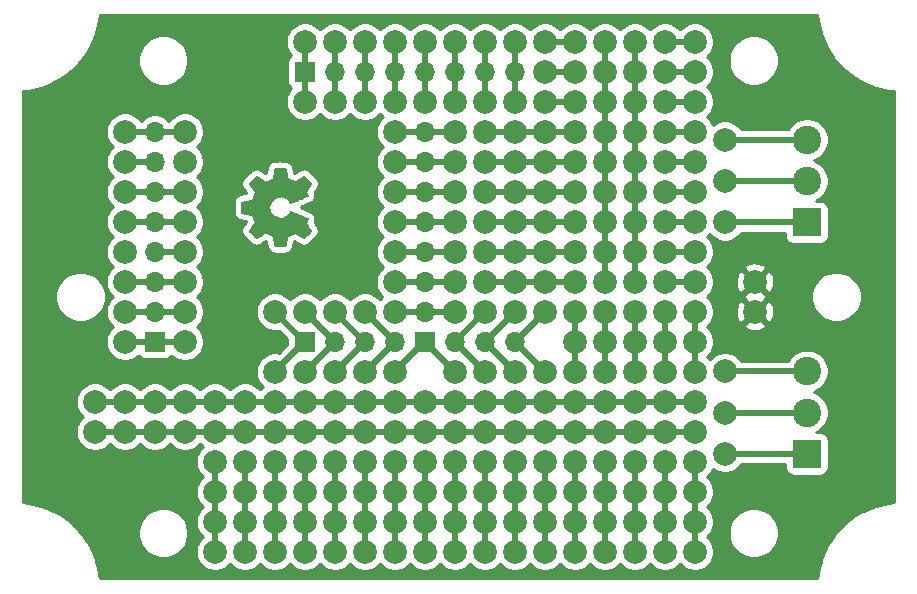
<source format=gbr>
G04 #@! TF.GenerationSoftware,KiCad,Pcbnew,5.1.5+dfsg1-2build2*
G04 #@! TF.CreationDate,2021-11-15T16:56:08-05:00*
G04 #@! TF.ProjectId,ESP32CAM_BREAKOUT_FOR_WATERPROOF_ENCLOSURE,45535033-3243-4414-9d5f-425245414b4f,rev?*
G04 #@! TF.SameCoordinates,Original*
G04 #@! TF.FileFunction,Copper,L2,Bot*
G04 #@! TF.FilePolarity,Positive*
%FSLAX46Y46*%
G04 Gerber Fmt 4.6, Leading zero omitted, Abs format (unit mm)*
G04 Created by KiCad (PCBNEW 5.1.5+dfsg1-2build2) date 2021-11-15 16:56:08*
%MOMM*%
%LPD*%
G04 APERTURE LIST*
%ADD10C,0.010000*%
%ADD11C,1.998980*%
%ADD12C,2.000000*%
%ADD13C,2.400000*%
%ADD14R,2.400000X2.400000*%
%ADD15O,1.700000X1.700000*%
%ADD16R,1.700000X1.700000*%
%ADD17C,0.500000*%
%ADD18C,0.254000*%
G04 APERTURE END LIST*
D10*
G36*
X119554031Y-117459314D02*
G01*
X119998655Y-117543135D01*
X120126153Y-117852420D01*
X120253651Y-118161706D01*
X120001346Y-118532746D01*
X119931096Y-118636657D01*
X119868372Y-118730587D01*
X119816038Y-118810152D01*
X119776957Y-118870970D01*
X119753993Y-118908657D01*
X119749042Y-118918921D01*
X119761776Y-118937410D01*
X119796982Y-118976920D01*
X119850162Y-119033022D01*
X119916818Y-119101287D01*
X119992454Y-119177286D01*
X120072572Y-119256592D01*
X120152674Y-119334775D01*
X120228264Y-119407407D01*
X120294845Y-119470059D01*
X120347918Y-119518303D01*
X120382987Y-119547710D01*
X120394723Y-119554741D01*
X120416360Y-119544623D01*
X120463762Y-119516259D01*
X120532293Y-119472629D01*
X120617315Y-119416718D01*
X120714193Y-119351506D01*
X120769450Y-119313719D01*
X120870348Y-119244843D01*
X120961399Y-119183640D01*
X121038070Y-119133078D01*
X121095828Y-119096128D01*
X121130143Y-119075758D01*
X121137354Y-119072697D01*
X121157848Y-119079636D01*
X121205613Y-119098551D01*
X121273932Y-119126587D01*
X121356089Y-119160891D01*
X121445370Y-119198609D01*
X121535058Y-119236887D01*
X121618438Y-119272870D01*
X121688794Y-119303706D01*
X121739410Y-119326539D01*
X121763571Y-119338517D01*
X121764522Y-119339224D01*
X121769136Y-119358031D01*
X121779428Y-119408118D01*
X121794387Y-119484293D01*
X121813001Y-119581365D01*
X121834259Y-119694143D01*
X121846518Y-119759942D01*
X121869462Y-119880450D01*
X121891295Y-119989297D01*
X121910822Y-120080976D01*
X121926848Y-120149981D01*
X121938179Y-120190804D01*
X121941774Y-120199011D01*
X121966106Y-120207048D01*
X122021059Y-120213533D01*
X122100208Y-120218470D01*
X122197126Y-120221864D01*
X122305387Y-120223718D01*
X122418565Y-120224038D01*
X122530235Y-120222827D01*
X122633968Y-120220090D01*
X122723341Y-120215831D01*
X122791926Y-120210055D01*
X122833297Y-120202767D01*
X122841910Y-120198395D01*
X122852233Y-120172264D01*
X122866992Y-120116893D01*
X122884452Y-120039607D01*
X122902880Y-119947730D01*
X122908841Y-119915658D01*
X122937166Y-119761024D01*
X122959976Y-119638875D01*
X122978180Y-119545173D01*
X122992683Y-119475884D01*
X123004392Y-119426971D01*
X123014215Y-119394397D01*
X123023056Y-119374128D01*
X123031824Y-119362126D01*
X123033557Y-119360447D01*
X123061471Y-119343684D01*
X123115795Y-119318114D01*
X123189877Y-119286288D01*
X123277065Y-119250760D01*
X123370708Y-119214083D01*
X123464152Y-119178811D01*
X123550747Y-119147496D01*
X123623840Y-119122693D01*
X123676778Y-119106954D01*
X123702911Y-119102832D01*
X123703826Y-119103176D01*
X123725186Y-119117141D01*
X123772184Y-119148822D01*
X123839927Y-119194891D01*
X123923523Y-119252018D01*
X124018082Y-119316873D01*
X124044954Y-119335343D01*
X124142375Y-119401199D01*
X124231263Y-119459150D01*
X124306512Y-119506038D01*
X124363020Y-119538707D01*
X124395681Y-119554000D01*
X124399693Y-119554741D01*
X124420784Y-119541892D01*
X124462564Y-119506388D01*
X124520545Y-119452793D01*
X124590235Y-119385671D01*
X124667145Y-119309587D01*
X124746783Y-119229104D01*
X124824661Y-119148787D01*
X124896286Y-119073199D01*
X124957170Y-119006905D01*
X125002821Y-118954469D01*
X125028750Y-118920455D01*
X125032983Y-118911045D01*
X125023012Y-118889143D01*
X124996120Y-118844300D01*
X124956836Y-118783821D01*
X124925217Y-118737289D01*
X124867198Y-118652975D01*
X124798884Y-118553126D01*
X124730679Y-118452973D01*
X124694175Y-118399127D01*
X124570900Y-118216871D01*
X124653620Y-118063881D01*
X124689859Y-117994182D01*
X124718026Y-117934914D01*
X124734091Y-117894811D01*
X124736326Y-117884603D01*
X124719822Y-117872329D01*
X124673182Y-117848113D01*
X124600709Y-117813763D01*
X124506706Y-117771088D01*
X124395474Y-117721894D01*
X124271315Y-117667990D01*
X124138532Y-117611184D01*
X124001427Y-117553282D01*
X123864302Y-117496093D01*
X123731458Y-117441424D01*
X123607198Y-117391084D01*
X123495825Y-117346880D01*
X123401639Y-117310619D01*
X123328944Y-117284109D01*
X123282041Y-117269158D01*
X123265933Y-117266754D01*
X123245386Y-117285811D01*
X123212033Y-117327536D01*
X123172802Y-117383206D01*
X123169699Y-117387878D01*
X123054523Y-117531764D01*
X122920153Y-117647783D01*
X122770884Y-117734930D01*
X122611013Y-117792199D01*
X122444837Y-117818586D01*
X122276652Y-117813085D01*
X122110755Y-117774690D01*
X121951442Y-117702395D01*
X121916587Y-117681126D01*
X121775837Y-117570496D01*
X121662814Y-117439802D01*
X121578103Y-117293564D01*
X121522294Y-117136308D01*
X121495974Y-116972557D01*
X121499730Y-116806833D01*
X121534150Y-116643662D01*
X121599823Y-116487565D01*
X121697335Y-116343067D01*
X121736913Y-116298369D01*
X121860803Y-116184612D01*
X121991224Y-116101718D01*
X122137415Y-116044856D01*
X122282188Y-116013187D01*
X122444960Y-116005369D01*
X122608540Y-116031438D01*
X122767398Y-116088745D01*
X122916006Y-116174644D01*
X123048835Y-116286486D01*
X123160356Y-116421623D01*
X123172111Y-116439383D01*
X123210608Y-116495650D01*
X123243963Y-116538423D01*
X123265260Y-116558872D01*
X123265933Y-116559169D01*
X123288971Y-116554779D01*
X123341257Y-116537376D01*
X123418490Y-116508768D01*
X123516368Y-116470765D01*
X123630591Y-116425174D01*
X123756858Y-116373803D01*
X123890867Y-116318462D01*
X124028318Y-116260958D01*
X124164908Y-116203101D01*
X124296337Y-116146698D01*
X124418305Y-116093558D01*
X124526509Y-116045490D01*
X124616649Y-116004301D01*
X124684423Y-115971801D01*
X124725530Y-115949797D01*
X124736326Y-115940936D01*
X124727919Y-115913860D01*
X124705372Y-115863197D01*
X124672713Y-115797683D01*
X124653620Y-115761659D01*
X124570900Y-115608668D01*
X124694175Y-115426412D01*
X124757328Y-115333375D01*
X124826827Y-115231515D01*
X124892265Y-115136062D01*
X124925217Y-115088250D01*
X124970373Y-115021005D01*
X125006157Y-114964064D01*
X125028038Y-114924854D01*
X125032663Y-114912119D01*
X125020185Y-114893583D01*
X124985352Y-114852559D01*
X124931778Y-114793025D01*
X124863083Y-114718958D01*
X124782881Y-114634335D01*
X124731386Y-114580815D01*
X124639386Y-114487181D01*
X124557099Y-114406259D01*
X124488045Y-114341323D01*
X124435744Y-114295642D01*
X124403716Y-114272489D01*
X124397216Y-114270268D01*
X124372494Y-114280576D01*
X124322505Y-114309061D01*
X124252312Y-114352563D01*
X124166975Y-114407923D01*
X124071556Y-114471980D01*
X124044954Y-114490197D01*
X123948267Y-114556573D01*
X123861217Y-114616122D01*
X123788695Y-114665516D01*
X123735593Y-114701425D01*
X123706803Y-114720519D01*
X123703826Y-114722364D01*
X123680882Y-114719605D01*
X123630436Y-114704962D01*
X123559141Y-114680987D01*
X123473647Y-114650234D01*
X123380607Y-114615256D01*
X123286674Y-114578607D01*
X123198499Y-114542839D01*
X123122734Y-114510506D01*
X123066031Y-114484162D01*
X123035043Y-114466358D01*
X123033557Y-114465093D01*
X123024701Y-114454206D01*
X123015943Y-114435818D01*
X123006377Y-114405894D01*
X122995096Y-114360397D01*
X122981193Y-114295291D01*
X122963763Y-114206539D01*
X122941898Y-114090107D01*
X122914691Y-113941958D01*
X122908841Y-113909882D01*
X122890474Y-113814814D01*
X122872505Y-113731935D01*
X122856669Y-113668570D01*
X122844700Y-113632042D01*
X122841910Y-113627144D01*
X122817172Y-113619073D01*
X122761890Y-113612513D01*
X122682489Y-113607467D01*
X122585396Y-113603941D01*
X122477038Y-113601939D01*
X122363840Y-113601464D01*
X122252228Y-113602523D01*
X122148629Y-113605118D01*
X122059468Y-113609254D01*
X121991172Y-113614937D01*
X121950166Y-113622169D01*
X121941774Y-113626529D01*
X121933308Y-113650802D01*
X121919535Y-113706074D01*
X121901650Y-113786838D01*
X121880848Y-113887588D01*
X121858323Y-114002817D01*
X121846518Y-114065598D01*
X121824251Y-114184713D01*
X121804079Y-114290935D01*
X121787015Y-114379073D01*
X121774069Y-114443934D01*
X121766255Y-114480326D01*
X121764522Y-114486316D01*
X121744990Y-114496439D01*
X121697943Y-114517838D01*
X121630103Y-114547661D01*
X121548191Y-114583055D01*
X121458928Y-114621168D01*
X121369035Y-114659147D01*
X121285235Y-114694140D01*
X121214247Y-114723294D01*
X121162794Y-114743757D01*
X121137597Y-114752677D01*
X121136496Y-114752843D01*
X121116619Y-114742731D01*
X121070877Y-114714383D01*
X121003817Y-114670777D01*
X120919984Y-114614894D01*
X120823926Y-114549713D01*
X120768750Y-114511821D01*
X120667581Y-114442775D01*
X120575730Y-114381450D01*
X120497844Y-114330837D01*
X120438569Y-114293929D01*
X120402551Y-114273718D01*
X120394477Y-114270799D01*
X120375684Y-114283347D01*
X120335557Y-114318037D01*
X120278593Y-114370437D01*
X120209285Y-114436116D01*
X120132131Y-114510644D01*
X120051625Y-114589587D01*
X119972263Y-114668517D01*
X119898540Y-114743000D01*
X119834952Y-114808606D01*
X119785994Y-114860904D01*
X119756161Y-114895461D01*
X119749042Y-114907022D01*
X119759053Y-114925846D01*
X119787178Y-114970869D01*
X119830554Y-115037713D01*
X119886318Y-115122001D01*
X119951606Y-115219356D01*
X120001346Y-115292793D01*
X120253651Y-115663833D01*
X119998655Y-116282405D01*
X119554031Y-116366225D01*
X119109407Y-116450046D01*
X119109407Y-117375494D01*
X119554031Y-117459314D01*
G37*
X119554031Y-117459314D02*
X119998655Y-117543135D01*
X120126153Y-117852420D01*
X120253651Y-118161706D01*
X120001346Y-118532746D01*
X119931096Y-118636657D01*
X119868372Y-118730587D01*
X119816038Y-118810152D01*
X119776957Y-118870970D01*
X119753993Y-118908657D01*
X119749042Y-118918921D01*
X119761776Y-118937410D01*
X119796982Y-118976920D01*
X119850162Y-119033022D01*
X119916818Y-119101287D01*
X119992454Y-119177286D01*
X120072572Y-119256592D01*
X120152674Y-119334775D01*
X120228264Y-119407407D01*
X120294845Y-119470059D01*
X120347918Y-119518303D01*
X120382987Y-119547710D01*
X120394723Y-119554741D01*
X120416360Y-119544623D01*
X120463762Y-119516259D01*
X120532293Y-119472629D01*
X120617315Y-119416718D01*
X120714193Y-119351506D01*
X120769450Y-119313719D01*
X120870348Y-119244843D01*
X120961399Y-119183640D01*
X121038070Y-119133078D01*
X121095828Y-119096128D01*
X121130143Y-119075758D01*
X121137354Y-119072697D01*
X121157848Y-119079636D01*
X121205613Y-119098551D01*
X121273932Y-119126587D01*
X121356089Y-119160891D01*
X121445370Y-119198609D01*
X121535058Y-119236887D01*
X121618438Y-119272870D01*
X121688794Y-119303706D01*
X121739410Y-119326539D01*
X121763571Y-119338517D01*
X121764522Y-119339224D01*
X121769136Y-119358031D01*
X121779428Y-119408118D01*
X121794387Y-119484293D01*
X121813001Y-119581365D01*
X121834259Y-119694143D01*
X121846518Y-119759942D01*
X121869462Y-119880450D01*
X121891295Y-119989297D01*
X121910822Y-120080976D01*
X121926848Y-120149981D01*
X121938179Y-120190804D01*
X121941774Y-120199011D01*
X121966106Y-120207048D01*
X122021059Y-120213533D01*
X122100208Y-120218470D01*
X122197126Y-120221864D01*
X122305387Y-120223718D01*
X122418565Y-120224038D01*
X122530235Y-120222827D01*
X122633968Y-120220090D01*
X122723341Y-120215831D01*
X122791926Y-120210055D01*
X122833297Y-120202767D01*
X122841910Y-120198395D01*
X122852233Y-120172264D01*
X122866992Y-120116893D01*
X122884452Y-120039607D01*
X122902880Y-119947730D01*
X122908841Y-119915658D01*
X122937166Y-119761024D01*
X122959976Y-119638875D01*
X122978180Y-119545173D01*
X122992683Y-119475884D01*
X123004392Y-119426971D01*
X123014215Y-119394397D01*
X123023056Y-119374128D01*
X123031824Y-119362126D01*
X123033557Y-119360447D01*
X123061471Y-119343684D01*
X123115795Y-119318114D01*
X123189877Y-119286288D01*
X123277065Y-119250760D01*
X123370708Y-119214083D01*
X123464152Y-119178811D01*
X123550747Y-119147496D01*
X123623840Y-119122693D01*
X123676778Y-119106954D01*
X123702911Y-119102832D01*
X123703826Y-119103176D01*
X123725186Y-119117141D01*
X123772184Y-119148822D01*
X123839927Y-119194891D01*
X123923523Y-119252018D01*
X124018082Y-119316873D01*
X124044954Y-119335343D01*
X124142375Y-119401199D01*
X124231263Y-119459150D01*
X124306512Y-119506038D01*
X124363020Y-119538707D01*
X124395681Y-119554000D01*
X124399693Y-119554741D01*
X124420784Y-119541892D01*
X124462564Y-119506388D01*
X124520545Y-119452793D01*
X124590235Y-119385671D01*
X124667145Y-119309587D01*
X124746783Y-119229104D01*
X124824661Y-119148787D01*
X124896286Y-119073199D01*
X124957170Y-119006905D01*
X125002821Y-118954469D01*
X125028750Y-118920455D01*
X125032983Y-118911045D01*
X125023012Y-118889143D01*
X124996120Y-118844300D01*
X124956836Y-118783821D01*
X124925217Y-118737289D01*
X124867198Y-118652975D01*
X124798884Y-118553126D01*
X124730679Y-118452973D01*
X124694175Y-118399127D01*
X124570900Y-118216871D01*
X124653620Y-118063881D01*
X124689859Y-117994182D01*
X124718026Y-117934914D01*
X124734091Y-117894811D01*
X124736326Y-117884603D01*
X124719822Y-117872329D01*
X124673182Y-117848113D01*
X124600709Y-117813763D01*
X124506706Y-117771088D01*
X124395474Y-117721894D01*
X124271315Y-117667990D01*
X124138532Y-117611184D01*
X124001427Y-117553282D01*
X123864302Y-117496093D01*
X123731458Y-117441424D01*
X123607198Y-117391084D01*
X123495825Y-117346880D01*
X123401639Y-117310619D01*
X123328944Y-117284109D01*
X123282041Y-117269158D01*
X123265933Y-117266754D01*
X123245386Y-117285811D01*
X123212033Y-117327536D01*
X123172802Y-117383206D01*
X123169699Y-117387878D01*
X123054523Y-117531764D01*
X122920153Y-117647783D01*
X122770884Y-117734930D01*
X122611013Y-117792199D01*
X122444837Y-117818586D01*
X122276652Y-117813085D01*
X122110755Y-117774690D01*
X121951442Y-117702395D01*
X121916587Y-117681126D01*
X121775837Y-117570496D01*
X121662814Y-117439802D01*
X121578103Y-117293564D01*
X121522294Y-117136308D01*
X121495974Y-116972557D01*
X121499730Y-116806833D01*
X121534150Y-116643662D01*
X121599823Y-116487565D01*
X121697335Y-116343067D01*
X121736913Y-116298369D01*
X121860803Y-116184612D01*
X121991224Y-116101718D01*
X122137415Y-116044856D01*
X122282188Y-116013187D01*
X122444960Y-116005369D01*
X122608540Y-116031438D01*
X122767398Y-116088745D01*
X122916006Y-116174644D01*
X123048835Y-116286486D01*
X123160356Y-116421623D01*
X123172111Y-116439383D01*
X123210608Y-116495650D01*
X123243963Y-116538423D01*
X123265260Y-116558872D01*
X123265933Y-116559169D01*
X123288971Y-116554779D01*
X123341257Y-116537376D01*
X123418490Y-116508768D01*
X123516368Y-116470765D01*
X123630591Y-116425174D01*
X123756858Y-116373803D01*
X123890867Y-116318462D01*
X124028318Y-116260958D01*
X124164908Y-116203101D01*
X124296337Y-116146698D01*
X124418305Y-116093558D01*
X124526509Y-116045490D01*
X124616649Y-116004301D01*
X124684423Y-115971801D01*
X124725530Y-115949797D01*
X124736326Y-115940936D01*
X124727919Y-115913860D01*
X124705372Y-115863197D01*
X124672713Y-115797683D01*
X124653620Y-115761659D01*
X124570900Y-115608668D01*
X124694175Y-115426412D01*
X124757328Y-115333375D01*
X124826827Y-115231515D01*
X124892265Y-115136062D01*
X124925217Y-115088250D01*
X124970373Y-115021005D01*
X125006157Y-114964064D01*
X125028038Y-114924854D01*
X125032663Y-114912119D01*
X125020185Y-114893583D01*
X124985352Y-114852559D01*
X124931778Y-114793025D01*
X124863083Y-114718958D01*
X124782881Y-114634335D01*
X124731386Y-114580815D01*
X124639386Y-114487181D01*
X124557099Y-114406259D01*
X124488045Y-114341323D01*
X124435744Y-114295642D01*
X124403716Y-114272489D01*
X124397216Y-114270268D01*
X124372494Y-114280576D01*
X124322505Y-114309061D01*
X124252312Y-114352563D01*
X124166975Y-114407923D01*
X124071556Y-114471980D01*
X124044954Y-114490197D01*
X123948267Y-114556573D01*
X123861217Y-114616122D01*
X123788695Y-114665516D01*
X123735593Y-114701425D01*
X123706803Y-114720519D01*
X123703826Y-114722364D01*
X123680882Y-114719605D01*
X123630436Y-114704962D01*
X123559141Y-114680987D01*
X123473647Y-114650234D01*
X123380607Y-114615256D01*
X123286674Y-114578607D01*
X123198499Y-114542839D01*
X123122734Y-114510506D01*
X123066031Y-114484162D01*
X123035043Y-114466358D01*
X123033557Y-114465093D01*
X123024701Y-114454206D01*
X123015943Y-114435818D01*
X123006377Y-114405894D01*
X122995096Y-114360397D01*
X122981193Y-114295291D01*
X122963763Y-114206539D01*
X122941898Y-114090107D01*
X122914691Y-113941958D01*
X122908841Y-113909882D01*
X122890474Y-113814814D01*
X122872505Y-113731935D01*
X122856669Y-113668570D01*
X122844700Y-113632042D01*
X122841910Y-113627144D01*
X122817172Y-113619073D01*
X122761890Y-113612513D01*
X122682489Y-113607467D01*
X122585396Y-113603941D01*
X122477038Y-113601939D01*
X122363840Y-113601464D01*
X122252228Y-113602523D01*
X122148629Y-113605118D01*
X122059468Y-113609254D01*
X121991172Y-113614937D01*
X121950166Y-113622169D01*
X121941774Y-113626529D01*
X121933308Y-113650802D01*
X121919535Y-113706074D01*
X121901650Y-113786838D01*
X121880848Y-113887588D01*
X121858323Y-114002817D01*
X121846518Y-114065598D01*
X121824251Y-114184713D01*
X121804079Y-114290935D01*
X121787015Y-114379073D01*
X121774069Y-114443934D01*
X121766255Y-114480326D01*
X121764522Y-114486316D01*
X121744990Y-114496439D01*
X121697943Y-114517838D01*
X121630103Y-114547661D01*
X121548191Y-114583055D01*
X121458928Y-114621168D01*
X121369035Y-114659147D01*
X121285235Y-114694140D01*
X121214247Y-114723294D01*
X121162794Y-114743757D01*
X121137597Y-114752677D01*
X121136496Y-114752843D01*
X121116619Y-114742731D01*
X121070877Y-114714383D01*
X121003817Y-114670777D01*
X120919984Y-114614894D01*
X120823926Y-114549713D01*
X120768750Y-114511821D01*
X120667581Y-114442775D01*
X120575730Y-114381450D01*
X120497844Y-114330837D01*
X120438569Y-114293929D01*
X120402551Y-114273718D01*
X120394477Y-114270799D01*
X120375684Y-114283347D01*
X120335557Y-114318037D01*
X120278593Y-114370437D01*
X120209285Y-114436116D01*
X120132131Y-114510644D01*
X120051625Y-114589587D01*
X119972263Y-114668517D01*
X119898540Y-114743000D01*
X119834952Y-114808606D01*
X119785994Y-114860904D01*
X119756161Y-114895461D01*
X119749042Y-114907022D01*
X119759053Y-114925846D01*
X119787178Y-114970869D01*
X119830554Y-115037713D01*
X119886318Y-115122001D01*
X119951606Y-115219356D01*
X120001346Y-115292793D01*
X120253651Y-115663833D01*
X119998655Y-116282405D01*
X119554031Y-116366225D01*
X119109407Y-116450046D01*
X119109407Y-117375494D01*
X119554031Y-117459314D01*
D11*
X162600000Y-125770000D03*
X162600000Y-123230000D03*
D12*
X144820000Y-102910000D03*
X144820000Y-105450000D03*
X144820000Y-107990000D03*
X144820000Y-110530000D03*
X142280000Y-110530000D03*
X139740000Y-110530000D03*
X139740000Y-113070000D03*
X139740000Y-115610000D03*
X139740000Y-118150000D03*
X139740000Y-120690000D03*
X139740000Y-123230000D03*
X142280000Y-123230000D03*
X144820000Y-123230000D03*
X147360000Y-130850000D03*
X147360000Y-128310000D03*
X147360000Y-125770000D03*
X147360000Y-123230000D03*
X106720000Y-133390000D03*
X109260000Y-133390000D03*
X111800000Y-133390000D03*
X114340000Y-133390000D03*
X116880000Y-133390000D03*
X119420000Y-133390000D03*
X121960000Y-133390000D03*
X124500000Y-133390000D03*
X127040000Y-133390000D03*
X129580000Y-133390000D03*
X132120000Y-133390000D03*
X134660000Y-133390000D03*
X137200000Y-133390000D03*
X139740000Y-133390000D03*
X142280000Y-133390000D03*
X144820000Y-133390000D03*
X147360000Y-133390000D03*
X106720000Y-135930000D03*
X116880000Y-146090000D03*
X119420000Y-146090000D03*
X116880000Y-143550000D03*
X119420000Y-143550000D03*
X116880000Y-141010000D03*
X119420000Y-141010000D03*
X116880000Y-138470000D03*
X119420000Y-138470000D03*
X109260000Y-135930000D03*
X111800000Y-135930000D03*
X114340000Y-135930000D03*
X116880000Y-135930000D03*
X119420000Y-135930000D03*
X121960000Y-146090000D03*
X124500000Y-146090000D03*
X127040000Y-146090000D03*
X129580000Y-146090000D03*
X132120000Y-146090000D03*
X134660000Y-146090000D03*
X137200000Y-146090000D03*
X139740000Y-146090000D03*
X142280000Y-146090000D03*
X121960000Y-143550000D03*
X124500000Y-143550000D03*
X127040000Y-143550000D03*
X129580000Y-143550000D03*
X132120000Y-143550000D03*
X134660000Y-143550000D03*
X137200000Y-143550000D03*
X139740000Y-143550000D03*
X142280000Y-143550000D03*
X121960000Y-141010000D03*
X124500000Y-141010000D03*
X127040000Y-141010000D03*
X129580000Y-141010000D03*
X132120000Y-141010000D03*
X134660000Y-141010000D03*
X137200000Y-141010000D03*
X139740000Y-141010000D03*
X142280000Y-141010000D03*
X121960000Y-138470000D03*
X124500000Y-138470000D03*
X127040000Y-138470000D03*
X129580000Y-138470000D03*
X132120000Y-138470000D03*
X134660000Y-138470000D03*
X137200000Y-138470000D03*
X139740000Y-138470000D03*
X142280000Y-138470000D03*
X121960000Y-135930000D03*
X124500000Y-135930000D03*
X127040000Y-135930000D03*
X129580000Y-135930000D03*
X132120000Y-135930000D03*
X134660000Y-135930000D03*
X137200000Y-135930000D03*
X139740000Y-135930000D03*
X142280000Y-135930000D03*
X144820000Y-146090000D03*
X144820000Y-143550000D03*
X144820000Y-141010000D03*
X144820000Y-138470000D03*
X144820000Y-135930000D03*
X142280000Y-120690000D03*
X142280000Y-118150000D03*
X142280000Y-115610000D03*
X142280000Y-113070000D03*
X144820000Y-120690000D03*
X144820000Y-118150000D03*
X144820000Y-115610000D03*
X144820000Y-113070000D03*
X157520000Y-146090000D03*
X157520000Y-143550000D03*
X157520000Y-141010000D03*
X157520000Y-138470000D03*
X157520000Y-135930000D03*
X157520000Y-133390000D03*
X157520000Y-130850000D03*
X157520000Y-128310000D03*
X157520000Y-125770000D03*
X157520000Y-123230000D03*
X157520000Y-120690000D03*
X157520000Y-118150000D03*
X157520000Y-115610000D03*
X157520000Y-113070000D03*
X157520000Y-110530000D03*
X157520000Y-107990000D03*
X157520000Y-105450000D03*
X157520000Y-102910000D03*
X154980000Y-146090000D03*
X154980000Y-143550000D03*
X154980000Y-141010000D03*
X154980000Y-138470000D03*
X154980000Y-135930000D03*
X154980000Y-133390000D03*
X154980000Y-130850000D03*
X154980000Y-128310000D03*
X154980000Y-125770000D03*
X154980000Y-123230000D03*
X154980000Y-120690000D03*
X154980000Y-118150000D03*
X154980000Y-115610000D03*
X154980000Y-113070000D03*
X154980000Y-110530000D03*
X154980000Y-107990000D03*
X154980000Y-105450000D03*
X154980000Y-102910000D03*
X152440000Y-146090000D03*
X152440000Y-143550000D03*
X152440000Y-141010000D03*
X152440000Y-138470000D03*
X152440000Y-135930000D03*
X152440000Y-133390000D03*
X152440000Y-130850000D03*
X152440000Y-128310000D03*
X152440000Y-125770000D03*
X152440000Y-123230000D03*
X152440000Y-120690000D03*
X152440000Y-118150000D03*
X152440000Y-115610000D03*
X152440000Y-113070000D03*
X152440000Y-110530000D03*
X152440000Y-107990000D03*
X152440000Y-105450000D03*
X152440000Y-102910000D03*
X149900000Y-146090000D03*
X149900000Y-143550000D03*
X149900000Y-141010000D03*
X149900000Y-138470000D03*
X149900000Y-135930000D03*
X149900000Y-133390000D03*
X149900000Y-130850000D03*
X149900000Y-128310000D03*
X149900000Y-125770000D03*
X149900000Y-123230000D03*
X149900000Y-120690000D03*
X149900000Y-118150000D03*
X149900000Y-115610000D03*
X149900000Y-113070000D03*
X149900000Y-110530000D03*
X149900000Y-107990000D03*
X149900000Y-105450000D03*
X149900000Y-102910000D03*
X147360000Y-146090000D03*
X147360000Y-143550000D03*
X147360000Y-141010000D03*
X147360000Y-138470000D03*
X147360000Y-135930000D03*
X147360000Y-120690000D03*
X147360000Y-118150000D03*
X147360000Y-115610000D03*
X147360000Y-113070000D03*
X147360000Y-110530000D03*
X147360000Y-107990000D03*
X147360000Y-105450000D03*
X147360000Y-102910000D03*
D13*
X167000000Y-111200000D03*
X167000000Y-114700000D03*
D14*
X167000000Y-118200000D03*
D12*
X160060000Y-114700000D03*
X160060000Y-137800000D03*
X160060000Y-134300000D03*
X160060000Y-130800000D03*
X160060000Y-118200000D03*
X160060000Y-111200000D03*
X137200000Y-130850000D03*
X132120000Y-130850000D03*
X144820000Y-130850000D03*
X142280000Y-130850000D03*
X139740000Y-130850000D03*
X144820000Y-125770000D03*
X142280000Y-125770000D03*
X139740000Y-125770000D03*
X129580000Y-130850000D03*
X127040000Y-130850000D03*
X124500000Y-130850000D03*
X121960000Y-130850000D03*
X121960000Y-125770000D03*
X124500000Y-125770000D03*
X127040000Y-125770000D03*
X129580000Y-125770000D03*
X137200000Y-125770000D03*
X137200000Y-123230000D03*
X137200000Y-120690000D03*
X137200000Y-118150000D03*
X137200000Y-115610000D03*
X137200000Y-113070000D03*
X137200000Y-110530000D03*
X132120000Y-125770000D03*
X132120000Y-123249100D03*
X132120000Y-120690000D03*
X132120000Y-118150000D03*
X132120000Y-115610000D03*
X132120000Y-113070000D03*
X132120000Y-110530000D03*
X114340000Y-110530000D03*
X114340000Y-113070000D03*
X114340000Y-115610000D03*
X114340000Y-118150000D03*
X114340000Y-120690000D03*
X114340000Y-123230000D03*
X114340000Y-125770000D03*
X114340000Y-128310000D03*
X109260000Y-110530000D03*
X109260000Y-113070000D03*
X109260000Y-115610000D03*
X109260000Y-118150000D03*
X109260000Y-120690000D03*
X109260000Y-123230000D03*
X109260000Y-125770000D03*
X109260000Y-128310000D03*
X142280000Y-107990000D03*
X139740000Y-107990000D03*
X137200000Y-107990000D03*
X134660000Y-107990000D03*
X132120000Y-107990000D03*
X129580000Y-107990000D03*
X127040000Y-107990000D03*
X124500000Y-107990000D03*
X142280000Y-102910000D03*
X139740000Y-102910000D03*
X137200000Y-102910000D03*
X134660000Y-102910000D03*
X132120000Y-102910000D03*
X129580000Y-102910000D03*
X127040000Y-102910000D03*
X124500000Y-102910000D03*
D15*
X142280000Y-128310000D03*
X139740000Y-128310000D03*
X137200000Y-128310000D03*
X134660000Y-128310000D03*
X132120000Y-128310000D03*
X129580000Y-128310000D03*
X127040000Y-128310000D03*
D16*
X124500000Y-128310000D03*
D15*
X142280000Y-105450000D03*
X139740000Y-105450000D03*
X137200000Y-105450000D03*
X134660000Y-105450000D03*
X132120000Y-105450000D03*
X129580000Y-105450000D03*
X127040000Y-105450000D03*
D16*
X124500000Y-105450000D03*
D15*
X111800000Y-110530000D03*
X111800000Y-113070000D03*
X111800000Y-115610000D03*
X111800000Y-118150000D03*
X111800000Y-120690000D03*
X111800000Y-123230000D03*
X111800000Y-125770000D03*
D16*
X111800000Y-128310000D03*
D15*
X134660000Y-110530000D03*
X134660000Y-113070000D03*
X134660000Y-115610000D03*
X134660000Y-118150000D03*
X134660000Y-120690000D03*
X134660000Y-123230000D03*
X134660000Y-125770000D03*
D16*
X134660000Y-128310000D03*
D13*
X167000000Y-130800000D03*
X167000000Y-134300000D03*
D14*
X167000000Y-137800000D03*
D17*
X159340600Y-114700000D02*
X159321500Y-114719100D01*
X157520000Y-133390000D02*
X154980000Y-133390000D01*
X157520000Y-135930000D02*
X154980000Y-135930000D01*
X154980000Y-133390000D02*
X152440000Y-133390000D01*
X154980000Y-135930000D02*
X152440000Y-135930000D01*
X152440000Y-133390000D02*
X149900000Y-133390000D01*
X152440000Y-135930000D02*
X149900000Y-135930000D01*
X149900000Y-133390000D02*
X147360000Y-133390000D01*
X149900000Y-135930000D02*
X147360000Y-135930000D01*
X147360000Y-133390000D02*
X144820000Y-133390000D01*
X147360000Y-135930000D02*
X144820000Y-135930000D01*
X144820000Y-133390000D02*
X142280000Y-133390000D01*
X144820000Y-135930000D02*
X142280000Y-135930000D01*
X142280000Y-133390000D02*
X139740000Y-133390000D01*
X142280000Y-135930000D02*
X139740000Y-135930000D01*
X139740000Y-133390000D02*
X137200000Y-133390000D01*
X139740000Y-135930000D02*
X137200000Y-135930000D01*
X137200000Y-133390000D02*
X134660000Y-133390000D01*
X137200000Y-135930000D02*
X134660000Y-135930000D01*
X134660000Y-135930000D02*
X132120000Y-135930000D01*
X134660000Y-133390000D02*
X132120000Y-133390000D01*
X132120000Y-133390000D02*
X129580000Y-133390000D01*
X132120000Y-135930000D02*
X129580000Y-135930000D01*
X129580000Y-133390000D02*
X127040000Y-133390000D01*
X129580000Y-135930000D02*
X127040000Y-135930000D01*
X127040000Y-133390000D02*
X124500000Y-133390000D01*
X127040000Y-135930000D02*
X124500000Y-135930000D01*
X124500000Y-133390000D02*
X121960000Y-133390000D01*
X124500000Y-135930000D02*
X121960000Y-135930000D01*
X121960000Y-133390000D02*
X119420000Y-133390000D01*
X121960000Y-135930000D02*
X119420000Y-135930000D01*
X119420000Y-135930000D02*
X116880000Y-135930000D01*
X119420000Y-133390000D02*
X116880000Y-133390000D01*
X116880000Y-133390000D02*
X114340000Y-133390000D01*
X116880000Y-135930000D02*
X114340000Y-135930000D01*
X114340000Y-133390000D02*
X111800000Y-133390000D01*
X114340000Y-135930000D02*
X111800000Y-135930000D01*
X111800000Y-133390000D02*
X109260000Y-133390000D01*
X111800000Y-135930000D02*
X109260000Y-135930000D01*
X109260000Y-133390000D02*
X106720000Y-133390000D01*
X109260000Y-135930000D02*
X106720000Y-135930000D01*
X116880000Y-146090000D02*
X116880000Y-143550000D01*
X116880000Y-143550000D02*
X116880000Y-141010000D01*
X116880000Y-141010000D02*
X116880000Y-138470000D01*
X119420000Y-138470000D02*
X119420000Y-141010000D01*
X119420000Y-141010000D02*
X119420000Y-143550000D01*
X119420000Y-143550000D02*
X119420000Y-146090000D01*
X121960000Y-146090000D02*
X121960000Y-143550000D01*
X121960000Y-143550000D02*
X121960000Y-141010000D01*
X121960000Y-141010000D02*
X121960000Y-138470000D01*
X124500000Y-138470000D02*
X124500000Y-141010000D01*
X124500000Y-141010000D02*
X124500000Y-143550000D01*
X124500000Y-143550000D02*
X124500000Y-146090000D01*
X127040000Y-146090000D02*
X127040000Y-143550000D01*
X127040000Y-143550000D02*
X127040000Y-141010000D01*
X127040000Y-141010000D02*
X127040000Y-138470000D01*
X129580000Y-138470000D02*
X129580000Y-141010000D01*
X129580000Y-141010000D02*
X129580000Y-143550000D01*
X129580000Y-143550000D02*
X129580000Y-146090000D01*
X132120000Y-146090000D02*
X132120000Y-143550000D01*
X132120000Y-143550000D02*
X132120000Y-141010000D01*
X132120000Y-141010000D02*
X132120000Y-138470000D01*
X134660000Y-138470000D02*
X134660000Y-141010000D01*
X134660000Y-141010000D02*
X134660000Y-143550000D01*
X134660000Y-143550000D02*
X134660000Y-146090000D01*
X137200000Y-146090000D02*
X137200000Y-143550000D01*
X137200000Y-143550000D02*
X137200000Y-141010000D01*
X137200000Y-141010000D02*
X137200000Y-138470000D01*
X139740000Y-138470000D02*
X139740000Y-141010000D01*
X139740000Y-141010000D02*
X139740000Y-143550000D01*
X139740000Y-143550000D02*
X139740000Y-146090000D01*
X142280000Y-146090000D02*
X142280000Y-143550000D01*
X142280000Y-143550000D02*
X142280000Y-141010000D01*
X142280000Y-141010000D02*
X142280000Y-138470000D01*
X144820000Y-138470000D02*
X144820000Y-141010000D01*
X144820000Y-141010000D02*
X144820000Y-143550000D01*
X144820000Y-143550000D02*
X144820000Y-146090000D01*
X147360000Y-146090000D02*
X147360000Y-143550000D01*
X147360000Y-143550000D02*
X147360000Y-141010000D01*
X147360000Y-141010000D02*
X147360000Y-138470000D01*
X149900000Y-138470000D02*
X149900000Y-141010000D01*
X149900000Y-141010000D02*
X149900000Y-143550000D01*
X149900000Y-143550000D02*
X149900000Y-146090000D01*
X152440000Y-146090000D02*
X152440000Y-143550000D01*
X152440000Y-143550000D02*
X152440000Y-141010000D01*
X152440000Y-141010000D02*
X152440000Y-138470000D01*
X154980000Y-138470000D02*
X154980000Y-141010000D01*
X154980000Y-141010000D02*
X154980000Y-143550000D01*
X154980000Y-143550000D02*
X154980000Y-146090000D01*
X157520000Y-146090000D02*
X157520000Y-143550000D01*
X157520000Y-143550000D02*
X157520000Y-141010000D01*
X157520000Y-141010000D02*
X157520000Y-138470000D01*
X157520000Y-130850000D02*
X157520000Y-128310000D01*
X157520000Y-128310000D02*
X157520000Y-125770000D01*
X154980000Y-125770000D02*
X154980000Y-128310000D01*
X154980000Y-128310000D02*
X154980000Y-130850000D01*
X152440000Y-130850000D02*
X152440000Y-128310000D01*
X152440000Y-128310000D02*
X152440000Y-125770000D01*
X149900000Y-125770000D02*
X149900000Y-128310000D01*
X149900000Y-128310000D02*
X149900000Y-130850000D01*
X147360000Y-130850000D02*
X147360000Y-128310000D01*
X147360000Y-128310000D02*
X147360000Y-125770000D01*
X139740000Y-120690000D02*
X142280000Y-120690000D01*
X142280000Y-120690000D02*
X144820000Y-120690000D01*
X144820000Y-120690000D02*
X147360000Y-120690000D01*
X147360000Y-123230000D02*
X144820000Y-123230000D01*
X144820000Y-123230000D02*
X142280000Y-123230000D01*
X142280000Y-123230000D02*
X139740000Y-123230000D01*
X149900000Y-110530000D02*
X149900000Y-113070000D01*
X152440000Y-110530000D02*
X152440000Y-113070000D01*
X152440000Y-113070000D02*
X152440000Y-115610000D01*
X149900000Y-113070000D02*
X149900000Y-115610000D01*
X149900000Y-118150000D02*
X149900000Y-115610000D01*
X152440000Y-118150000D02*
X152440000Y-115610000D01*
X144820000Y-102910000D02*
X147360000Y-102910000D01*
X147360000Y-105450000D02*
X144820000Y-105450000D01*
X149900000Y-110530000D02*
X149900000Y-107990000D01*
X152440000Y-110530000D02*
X152440000Y-107990000D01*
X154980000Y-102910000D02*
X157520000Y-102910000D01*
X154980000Y-105450000D02*
X157520000Y-105450000D01*
X154980000Y-107990000D02*
X157520000Y-107990000D01*
X154980000Y-110530000D02*
X157520000Y-110530000D01*
X154980000Y-113070000D02*
X157520000Y-113070000D01*
X154980000Y-115610000D02*
X157520000Y-115610000D01*
X154980000Y-118150000D02*
X157520000Y-118150000D01*
X154980000Y-120690000D02*
X157520000Y-120690000D01*
X154980000Y-123230000D02*
X157520000Y-123230000D01*
X149900000Y-123230000D02*
X149900000Y-120690000D01*
X152440000Y-123230000D02*
X152440000Y-120690000D01*
X149900000Y-120690000D02*
X149900000Y-118150000D01*
X152440000Y-120690000D02*
X152440000Y-118150000D01*
X152440000Y-102910000D02*
X152440000Y-105450000D01*
X152440000Y-105450000D02*
X152440000Y-107990000D01*
X149900000Y-107990000D02*
X149900000Y-105450000D01*
X149900000Y-105450000D02*
X149900000Y-102910000D01*
X144820000Y-107990000D02*
X147360000Y-107990000D01*
X144820000Y-110530000D02*
X147360000Y-110530000D01*
X144820000Y-113070000D02*
X147360000Y-113070000D01*
X144820000Y-115610000D02*
X147360000Y-115610000D01*
X144820000Y-118150000D02*
X147360000Y-118150000D01*
X139740000Y-110530000D02*
X142280000Y-110530000D01*
X142280000Y-110530000D02*
X144820000Y-110530000D01*
X139740000Y-113070000D02*
X142280000Y-113070000D01*
X142280000Y-113070000D02*
X144820000Y-113070000D01*
X139740000Y-115610000D02*
X142280000Y-115610000D01*
X142280000Y-115610000D02*
X144820000Y-115610000D01*
X139740000Y-118150000D02*
X142280000Y-118150000D01*
X142280000Y-118150000D02*
X144820000Y-118150000D01*
X166989600Y-130800000D02*
X166992300Y-130797300D01*
X167045800Y-130800000D02*
X167081200Y-130835400D01*
X167058500Y-130800000D02*
X167081200Y-130822700D01*
X166151400Y-130800000D02*
X166522400Y-130429000D01*
X160060000Y-130800000D02*
X166151400Y-130800000D01*
X166905900Y-134300000D02*
X166941500Y-134264400D01*
X166931300Y-134300000D02*
X167043100Y-134188200D01*
X167286900Y-134300000D02*
X167436800Y-134150100D01*
X160060000Y-134300000D02*
X167286900Y-134300000D01*
X166923800Y-137800000D02*
X166992300Y-137731500D01*
X166971900Y-137800000D02*
X167043100Y-137871200D01*
X166657100Y-137800000D02*
X166890700Y-137566400D01*
X160060000Y-137800000D02*
X166657100Y-137800000D01*
X166815700Y-111200000D02*
X166852600Y-111163100D01*
X166841100Y-111200000D02*
X166928800Y-111112300D01*
X166914900Y-111200000D02*
X166954200Y-111239300D01*
X160060000Y-111200000D02*
X166914900Y-111200000D01*
X167156300Y-118200000D02*
X167157400Y-118198900D01*
X166927700Y-118200000D02*
X166966900Y-118160800D01*
X166419700Y-118200000D02*
X166636700Y-117983000D01*
X160060000Y-118200000D02*
X166419700Y-118200000D01*
X166389000Y-114700000D02*
X166547800Y-114858800D01*
X167100300Y-114700000D02*
X167106600Y-114693700D01*
X167011300Y-114700000D02*
X167017700Y-114706400D01*
X160060000Y-114700000D02*
X167011300Y-114700000D01*
X142280000Y-103054200D02*
X142341600Y-102992600D01*
X142280000Y-105450000D02*
X142280000Y-103054200D01*
X142280000Y-107731600D02*
X142328900Y-107780500D01*
X142280000Y-105450000D02*
X142280000Y-107731600D01*
X139740000Y-102939900D02*
X139763500Y-102916400D01*
X139740000Y-105450000D02*
X139740000Y-102939900D01*
X139740000Y-107871300D02*
X139763500Y-107894800D01*
X139740000Y-105450000D02*
X139740000Y-107871300D01*
X137200000Y-102943700D02*
X137172700Y-102916400D01*
X137200000Y-105450000D02*
X137200000Y-102943700D01*
X137200000Y-107765900D02*
X137198100Y-107767800D01*
X137200000Y-105450000D02*
X137200000Y-107765900D01*
X134660000Y-102889100D02*
X134670800Y-102878300D01*
X134660000Y-105450000D02*
X134660000Y-102889100D01*
X134660000Y-107845900D02*
X134670800Y-107856700D01*
X134660000Y-105450000D02*
X134660000Y-107845900D01*
X132120000Y-103016100D02*
X132143500Y-102992600D01*
X132120000Y-105450000D02*
X132120000Y-103016100D01*
X132120000Y-107884000D02*
X132130800Y-107894800D01*
X132120000Y-105450000D02*
X132120000Y-107884000D01*
X129580000Y-102956400D02*
X129578100Y-102954500D01*
X129580000Y-105450000D02*
X129580000Y-102956400D01*
X129580000Y-107845900D02*
X129603500Y-107869400D01*
X129580000Y-105450000D02*
X129580000Y-107845900D01*
X127040000Y-102994500D02*
X127038100Y-102992600D01*
X127040000Y-105450000D02*
X127040000Y-102994500D01*
X127040000Y-107820500D02*
X127076200Y-107856700D01*
X127040000Y-105450000D02*
X127040000Y-107820500D01*
X124500000Y-103058000D02*
X124472700Y-103030700D01*
X124500000Y-105450000D02*
X124500000Y-103058000D01*
X124500000Y-107892900D02*
X124498100Y-107894800D01*
X124500000Y-105450000D02*
X124500000Y-107892900D01*
X142280000Y-128301800D02*
X144805400Y-125776400D01*
X142280000Y-128310000D02*
X142280000Y-128301800D01*
X142280000Y-128331000D02*
X144856200Y-130907200D01*
X142280000Y-128310000D02*
X142280000Y-128331000D01*
X139744500Y-128310000D02*
X142303500Y-125751000D01*
X139740000Y-128310000D02*
X139744500Y-128310000D01*
X139740000Y-128318300D02*
X142252700Y-130831000D01*
X139740000Y-128310000D02*
X139740000Y-128318300D01*
X137204500Y-128310000D02*
X139788900Y-125725600D01*
X137200000Y-128310000D02*
X137204500Y-128310000D01*
X137200000Y-128343700D02*
X140004800Y-131148500D01*
X137200000Y-128310000D02*
X137200000Y-128343700D01*
X132120000Y-130803700D02*
X134759700Y-128164000D01*
X132120000Y-130850000D02*
X132120000Y-130803700D01*
X137191700Y-130850000D02*
X134556500Y-128214800D01*
X137200000Y-130850000D02*
X137191700Y-130850000D01*
X132099000Y-128310000D02*
X129552700Y-125763700D01*
X132120000Y-128310000D02*
X132099000Y-128310000D01*
X129597200Y-130850000D02*
X132143500Y-128303700D01*
X129580000Y-130850000D02*
X129597200Y-130850000D01*
X129546300Y-128310000D02*
X126987300Y-125751000D01*
X129580000Y-128310000D02*
X129546300Y-128310000D01*
X127044500Y-130850000D02*
X129654300Y-128240200D01*
X127040000Y-130850000D02*
X127044500Y-130850000D01*
X127006300Y-128310000D02*
X124421900Y-125725600D01*
X127040000Y-128310000D02*
X127006300Y-128310000D01*
X124500000Y-130841800D02*
X127114300Y-128227500D01*
X124500000Y-130850000D02*
X124500000Y-130841800D01*
X124479000Y-128310000D02*
X121920000Y-125751000D01*
X124500000Y-128310000D02*
X124479000Y-128310000D01*
X121960000Y-130803700D02*
X124421900Y-128341800D01*
X121960000Y-130850000D02*
X121960000Y-130803700D01*
X111855300Y-110530000D02*
X111861600Y-110523700D01*
X109260000Y-110530000D02*
X111855300Y-110530000D01*
X114382600Y-110530000D02*
X114388900Y-110523700D01*
X111800000Y-110530000D02*
X114382600Y-110530000D01*
X111867900Y-113070000D02*
X111874300Y-113076400D01*
X109260000Y-113070000D02*
X111867900Y-113070000D01*
X111906100Y-115610000D02*
X111912400Y-115603700D01*
X109260000Y-115610000D02*
X111906100Y-115610000D01*
X114306300Y-115610000D02*
X114325400Y-115629100D01*
X111800000Y-115610000D02*
X114306300Y-115610000D01*
X111855300Y-118150000D02*
X111861600Y-118143700D01*
X109260000Y-118150000D02*
X111855300Y-118150000D01*
X114331700Y-118150000D02*
X114350800Y-118169100D01*
X111800000Y-118150000D02*
X114331700Y-118150000D01*
X114344500Y-120690000D02*
X114350800Y-120683700D01*
X111800000Y-120690000D02*
X114344500Y-120690000D01*
X111753700Y-123230000D02*
X111785400Y-123198300D01*
X109260000Y-123230000D02*
X111753700Y-123230000D01*
X114395300Y-123230000D02*
X114401600Y-123223700D01*
X111800000Y-123230000D02*
X114395300Y-123230000D01*
X111652000Y-125770000D02*
X111683800Y-125801800D01*
X109260000Y-125770000D02*
X111652000Y-125770000D01*
X114293700Y-125770000D02*
X114312700Y-125751000D01*
X111800000Y-125770000D02*
X114293700Y-125770000D01*
X111766400Y-128310000D02*
X111785400Y-128291000D01*
X109260000Y-128310000D02*
X111766400Y-128310000D01*
X114344500Y-128310000D02*
X114350800Y-128303700D01*
X111800000Y-128310000D02*
X114344500Y-128310000D01*
X134651800Y-110530000D02*
X134658100Y-110523700D01*
X132120000Y-110530000D02*
X134651800Y-110530000D01*
X137255300Y-110530000D02*
X137261600Y-110523700D01*
X134660000Y-110530000D02*
X137255300Y-110530000D01*
X134715300Y-113070000D02*
X134734300Y-113051000D01*
X132120000Y-113070000D02*
X134715300Y-113070000D01*
X137255200Y-113070000D02*
X137261600Y-113076400D01*
X134660000Y-113070000D02*
X137255200Y-113070000D01*
X134613700Y-115610000D02*
X134620000Y-115603700D01*
X132120000Y-115610000D02*
X134613700Y-115610000D01*
X137268000Y-115610000D02*
X137274300Y-115603700D01*
X134660000Y-115610000D02*
X137268000Y-115610000D01*
X134689900Y-118150000D02*
X134696200Y-118143700D01*
X132120000Y-118150000D02*
X134689900Y-118150000D01*
X137141000Y-118150000D02*
X137147300Y-118143700D01*
X134660000Y-118150000D02*
X137141000Y-118150000D01*
X134512100Y-120690000D02*
X134518400Y-120683700D01*
X132120000Y-120690000D02*
X134512100Y-120690000D01*
X137153600Y-120690000D02*
X137172700Y-120709100D01*
X134660000Y-120690000D02*
X137153600Y-120690000D01*
X134531100Y-123249100D02*
X134569200Y-123287200D01*
X132120000Y-123249100D02*
X134531100Y-123249100D01*
X137115600Y-123230000D02*
X137121900Y-123223700D01*
X134660000Y-123230000D02*
X137115600Y-123230000D01*
X134791500Y-125770000D02*
X134810500Y-125751000D01*
X132120000Y-125770000D02*
X134791500Y-125770000D01*
X137191700Y-125770000D02*
X137198100Y-125776400D01*
X134660000Y-125770000D02*
X137191700Y-125770000D01*
D18*
G36*
X167922061Y-101068607D02*
G01*
X167938262Y-101170898D01*
X168176369Y-102162684D01*
X168208372Y-102261181D01*
X168598697Y-103203509D01*
X168622207Y-103249648D01*
X168645715Y-103295787D01*
X169178647Y-104165453D01*
X169189207Y-104179987D01*
X169239522Y-104249240D01*
X169901938Y-105024830D01*
X169975170Y-105098062D01*
X170750760Y-105760478D01*
X170834547Y-105821353D01*
X171704213Y-106354284D01*
X171796491Y-106401303D01*
X172738819Y-106791627D01*
X172837316Y-106823631D01*
X173829102Y-107061738D01*
X173931393Y-107077939D01*
X174340000Y-107110097D01*
X174340001Y-141889903D01*
X173931393Y-141922061D01*
X173829102Y-141938262D01*
X172837316Y-142176369D01*
X172738819Y-142208373D01*
X171796491Y-142598697D01*
X171705618Y-142645000D01*
X171704213Y-142645716D01*
X170834547Y-143178647D01*
X170750760Y-143239522D01*
X169975170Y-143901938D01*
X169901938Y-143975170D01*
X169239522Y-144750760D01*
X169209084Y-144792654D01*
X169178647Y-144834547D01*
X168645715Y-145704213D01*
X168626392Y-145742138D01*
X168598697Y-145796491D01*
X168208372Y-146738819D01*
X168178937Y-146829411D01*
X168176369Y-146837316D01*
X167938262Y-147829102D01*
X167922061Y-147931393D01*
X167889903Y-148340000D01*
X107110097Y-148340000D01*
X107077939Y-147931393D01*
X107061738Y-147829102D01*
X106823631Y-146837316D01*
X106791627Y-146738819D01*
X106401303Y-145796491D01*
X106354284Y-145704213D01*
X105821353Y-144834547D01*
X105760478Y-144750760D01*
X105366714Y-144289721D01*
X110365000Y-144289721D01*
X110365000Y-144710279D01*
X110447047Y-145122756D01*
X110607988Y-145511302D01*
X110841637Y-145860983D01*
X111139017Y-146158363D01*
X111488698Y-146392012D01*
X111877244Y-146552953D01*
X112289721Y-146635000D01*
X112710279Y-146635000D01*
X113122756Y-146552953D01*
X113511302Y-146392012D01*
X113860983Y-146158363D01*
X114158363Y-145860983D01*
X114392012Y-145511302D01*
X114552953Y-145122756D01*
X114635000Y-144710279D01*
X114635000Y-144289721D01*
X114552953Y-143877244D01*
X114392012Y-143488698D01*
X114158363Y-143139017D01*
X113860983Y-142841637D01*
X113511302Y-142607988D01*
X113122756Y-142447047D01*
X112710279Y-142365000D01*
X112289721Y-142365000D01*
X111877244Y-142447047D01*
X111488698Y-142607988D01*
X111139017Y-142841637D01*
X110841637Y-143139017D01*
X110607988Y-143488698D01*
X110447047Y-143877244D01*
X110365000Y-144289721D01*
X105366714Y-144289721D01*
X105098062Y-143975170D01*
X105024830Y-143901938D01*
X104249240Y-143239522D01*
X104180784Y-143189786D01*
X104165453Y-143178647D01*
X103295787Y-142645715D01*
X103249648Y-142622207D01*
X103203509Y-142598697D01*
X102261181Y-142208372D01*
X102162684Y-142176369D01*
X101170898Y-141938262D01*
X101068607Y-141922061D01*
X100660000Y-141889903D01*
X100660000Y-133228967D01*
X105085000Y-133228967D01*
X105085000Y-133551033D01*
X105147832Y-133866912D01*
X105271082Y-134164463D01*
X105450013Y-134432252D01*
X105677748Y-134659987D01*
X105677767Y-134660000D01*
X105677748Y-134660013D01*
X105450013Y-134887748D01*
X105271082Y-135155537D01*
X105147832Y-135453088D01*
X105085000Y-135768967D01*
X105085000Y-136091033D01*
X105147832Y-136406912D01*
X105271082Y-136704463D01*
X105450013Y-136972252D01*
X105677748Y-137199987D01*
X105945537Y-137378918D01*
X106243088Y-137502168D01*
X106558967Y-137565000D01*
X106881033Y-137565000D01*
X107196912Y-137502168D01*
X107494463Y-137378918D01*
X107762252Y-137199987D01*
X107989987Y-136972252D01*
X107990000Y-136972233D01*
X107990013Y-136972252D01*
X108217748Y-137199987D01*
X108485537Y-137378918D01*
X108783088Y-137502168D01*
X109098967Y-137565000D01*
X109421033Y-137565000D01*
X109736912Y-137502168D01*
X110034463Y-137378918D01*
X110302252Y-137199987D01*
X110529987Y-136972252D01*
X110530000Y-136972233D01*
X110530013Y-136972252D01*
X110757748Y-137199987D01*
X111025537Y-137378918D01*
X111323088Y-137502168D01*
X111638967Y-137565000D01*
X111961033Y-137565000D01*
X112276912Y-137502168D01*
X112574463Y-137378918D01*
X112842252Y-137199987D01*
X113069987Y-136972252D01*
X113070000Y-136972233D01*
X113070013Y-136972252D01*
X113297748Y-137199987D01*
X113565537Y-137378918D01*
X113863088Y-137502168D01*
X114178967Y-137565000D01*
X114501033Y-137565000D01*
X114816912Y-137502168D01*
X115114463Y-137378918D01*
X115382252Y-137199987D01*
X115609987Y-136972252D01*
X115610000Y-136972233D01*
X115610013Y-136972252D01*
X115837748Y-137199987D01*
X115837767Y-137200000D01*
X115837748Y-137200013D01*
X115610013Y-137427748D01*
X115431082Y-137695537D01*
X115307832Y-137993088D01*
X115245000Y-138308967D01*
X115245000Y-138631033D01*
X115307832Y-138946912D01*
X115431082Y-139244463D01*
X115610013Y-139512252D01*
X115837748Y-139739987D01*
X115837767Y-139740000D01*
X115837748Y-139740013D01*
X115610013Y-139967748D01*
X115431082Y-140235537D01*
X115307832Y-140533088D01*
X115245000Y-140848967D01*
X115245000Y-141171033D01*
X115307832Y-141486912D01*
X115431082Y-141784463D01*
X115610013Y-142052252D01*
X115837748Y-142279987D01*
X115837767Y-142280000D01*
X115837748Y-142280013D01*
X115610013Y-142507748D01*
X115431082Y-142775537D01*
X115307832Y-143073088D01*
X115245000Y-143388967D01*
X115245000Y-143711033D01*
X115307832Y-144026912D01*
X115431082Y-144324463D01*
X115610013Y-144592252D01*
X115837748Y-144819987D01*
X115837767Y-144820000D01*
X115837748Y-144820013D01*
X115610013Y-145047748D01*
X115431082Y-145315537D01*
X115307832Y-145613088D01*
X115245000Y-145928967D01*
X115245000Y-146251033D01*
X115307832Y-146566912D01*
X115431082Y-146864463D01*
X115610013Y-147132252D01*
X115837748Y-147359987D01*
X116105537Y-147538918D01*
X116403088Y-147662168D01*
X116718967Y-147725000D01*
X117041033Y-147725000D01*
X117356912Y-147662168D01*
X117654463Y-147538918D01*
X117922252Y-147359987D01*
X118149987Y-147132252D01*
X118150000Y-147132233D01*
X118150013Y-147132252D01*
X118377748Y-147359987D01*
X118645537Y-147538918D01*
X118943088Y-147662168D01*
X119258967Y-147725000D01*
X119581033Y-147725000D01*
X119896912Y-147662168D01*
X120194463Y-147538918D01*
X120462252Y-147359987D01*
X120689987Y-147132252D01*
X120690000Y-147132233D01*
X120690013Y-147132252D01*
X120917748Y-147359987D01*
X121185537Y-147538918D01*
X121483088Y-147662168D01*
X121798967Y-147725000D01*
X122121033Y-147725000D01*
X122436912Y-147662168D01*
X122734463Y-147538918D01*
X123002252Y-147359987D01*
X123229987Y-147132252D01*
X123230000Y-147132233D01*
X123230013Y-147132252D01*
X123457748Y-147359987D01*
X123725537Y-147538918D01*
X124023088Y-147662168D01*
X124338967Y-147725000D01*
X124661033Y-147725000D01*
X124976912Y-147662168D01*
X125274463Y-147538918D01*
X125542252Y-147359987D01*
X125769987Y-147132252D01*
X125770000Y-147132233D01*
X125770013Y-147132252D01*
X125997748Y-147359987D01*
X126265537Y-147538918D01*
X126563088Y-147662168D01*
X126878967Y-147725000D01*
X127201033Y-147725000D01*
X127516912Y-147662168D01*
X127814463Y-147538918D01*
X128082252Y-147359987D01*
X128309987Y-147132252D01*
X128310000Y-147132233D01*
X128310013Y-147132252D01*
X128537748Y-147359987D01*
X128805537Y-147538918D01*
X129103088Y-147662168D01*
X129418967Y-147725000D01*
X129741033Y-147725000D01*
X130056912Y-147662168D01*
X130354463Y-147538918D01*
X130622252Y-147359987D01*
X130849987Y-147132252D01*
X130850000Y-147132233D01*
X130850013Y-147132252D01*
X131077748Y-147359987D01*
X131345537Y-147538918D01*
X131643088Y-147662168D01*
X131958967Y-147725000D01*
X132281033Y-147725000D01*
X132596912Y-147662168D01*
X132894463Y-147538918D01*
X133162252Y-147359987D01*
X133389987Y-147132252D01*
X133390000Y-147132233D01*
X133390013Y-147132252D01*
X133617748Y-147359987D01*
X133885537Y-147538918D01*
X134183088Y-147662168D01*
X134498967Y-147725000D01*
X134821033Y-147725000D01*
X135136912Y-147662168D01*
X135434463Y-147538918D01*
X135702252Y-147359987D01*
X135929987Y-147132252D01*
X135930000Y-147132233D01*
X135930013Y-147132252D01*
X136157748Y-147359987D01*
X136425537Y-147538918D01*
X136723088Y-147662168D01*
X137038967Y-147725000D01*
X137361033Y-147725000D01*
X137676912Y-147662168D01*
X137974463Y-147538918D01*
X138242252Y-147359987D01*
X138469987Y-147132252D01*
X138470000Y-147132233D01*
X138470013Y-147132252D01*
X138697748Y-147359987D01*
X138965537Y-147538918D01*
X139263088Y-147662168D01*
X139578967Y-147725000D01*
X139901033Y-147725000D01*
X140216912Y-147662168D01*
X140514463Y-147538918D01*
X140782252Y-147359987D01*
X141009987Y-147132252D01*
X141010000Y-147132233D01*
X141010013Y-147132252D01*
X141237748Y-147359987D01*
X141505537Y-147538918D01*
X141803088Y-147662168D01*
X142118967Y-147725000D01*
X142441033Y-147725000D01*
X142756912Y-147662168D01*
X143054463Y-147538918D01*
X143322252Y-147359987D01*
X143549987Y-147132252D01*
X143550000Y-147132233D01*
X143550013Y-147132252D01*
X143777748Y-147359987D01*
X144045537Y-147538918D01*
X144343088Y-147662168D01*
X144658967Y-147725000D01*
X144981033Y-147725000D01*
X145296912Y-147662168D01*
X145594463Y-147538918D01*
X145862252Y-147359987D01*
X146089987Y-147132252D01*
X146090000Y-147132233D01*
X146090013Y-147132252D01*
X146317748Y-147359987D01*
X146585537Y-147538918D01*
X146883088Y-147662168D01*
X147198967Y-147725000D01*
X147521033Y-147725000D01*
X147836912Y-147662168D01*
X148134463Y-147538918D01*
X148402252Y-147359987D01*
X148629987Y-147132252D01*
X148630000Y-147132233D01*
X148630013Y-147132252D01*
X148857748Y-147359987D01*
X149125537Y-147538918D01*
X149423088Y-147662168D01*
X149738967Y-147725000D01*
X150061033Y-147725000D01*
X150376912Y-147662168D01*
X150674463Y-147538918D01*
X150942252Y-147359987D01*
X151169987Y-147132252D01*
X151170000Y-147132233D01*
X151170013Y-147132252D01*
X151397748Y-147359987D01*
X151665537Y-147538918D01*
X151963088Y-147662168D01*
X152278967Y-147725000D01*
X152601033Y-147725000D01*
X152916912Y-147662168D01*
X153214463Y-147538918D01*
X153482252Y-147359987D01*
X153709987Y-147132252D01*
X153710000Y-147132233D01*
X153710013Y-147132252D01*
X153937748Y-147359987D01*
X154205537Y-147538918D01*
X154503088Y-147662168D01*
X154818967Y-147725000D01*
X155141033Y-147725000D01*
X155456912Y-147662168D01*
X155754463Y-147538918D01*
X156022252Y-147359987D01*
X156249987Y-147132252D01*
X156250000Y-147132233D01*
X156250013Y-147132252D01*
X156477748Y-147359987D01*
X156745537Y-147538918D01*
X157043088Y-147662168D01*
X157358967Y-147725000D01*
X157681033Y-147725000D01*
X157996912Y-147662168D01*
X158294463Y-147538918D01*
X158562252Y-147359987D01*
X158789987Y-147132252D01*
X158968918Y-146864463D01*
X159092168Y-146566912D01*
X159155000Y-146251033D01*
X159155000Y-145928967D01*
X159092168Y-145613088D01*
X158968918Y-145315537D01*
X158789987Y-145047748D01*
X158562252Y-144820013D01*
X158562233Y-144820000D01*
X158562252Y-144819987D01*
X158789987Y-144592252D01*
X158968918Y-144324463D01*
X158983308Y-144289721D01*
X160365000Y-144289721D01*
X160365000Y-144710279D01*
X160447047Y-145122756D01*
X160607988Y-145511302D01*
X160841637Y-145860983D01*
X161139017Y-146158363D01*
X161488698Y-146392012D01*
X161877244Y-146552953D01*
X162289721Y-146635000D01*
X162710279Y-146635000D01*
X163122756Y-146552953D01*
X163511302Y-146392012D01*
X163860983Y-146158363D01*
X164158363Y-145860983D01*
X164392012Y-145511302D01*
X164552953Y-145122756D01*
X164635000Y-144710279D01*
X164635000Y-144289721D01*
X164552953Y-143877244D01*
X164392012Y-143488698D01*
X164158363Y-143139017D01*
X163860983Y-142841637D01*
X163511302Y-142607988D01*
X163122756Y-142447047D01*
X162710279Y-142365000D01*
X162289721Y-142365000D01*
X161877244Y-142447047D01*
X161488698Y-142607988D01*
X161139017Y-142841637D01*
X160841637Y-143139017D01*
X160607988Y-143488698D01*
X160447047Y-143877244D01*
X160365000Y-144289721D01*
X158983308Y-144289721D01*
X159092168Y-144026912D01*
X159155000Y-143711033D01*
X159155000Y-143388967D01*
X159092168Y-143073088D01*
X158968918Y-142775537D01*
X158789987Y-142507748D01*
X158562252Y-142280013D01*
X158562233Y-142280000D01*
X158562252Y-142279987D01*
X158789987Y-142052252D01*
X158968918Y-141784463D01*
X159092168Y-141486912D01*
X159155000Y-141171033D01*
X159155000Y-140848967D01*
X159092168Y-140533088D01*
X158968918Y-140235537D01*
X158789987Y-139967748D01*
X158562252Y-139740013D01*
X158562233Y-139740000D01*
X158562252Y-139739987D01*
X158789987Y-139512252D01*
X158968918Y-139244463D01*
X159036107Y-139082254D01*
X159285537Y-139248918D01*
X159583088Y-139372168D01*
X159898967Y-139435000D01*
X160221033Y-139435000D01*
X160536912Y-139372168D01*
X160834463Y-139248918D01*
X161102252Y-139069987D01*
X161329987Y-138842252D01*
X161435059Y-138685000D01*
X165161928Y-138685000D01*
X165161928Y-139000000D01*
X165174188Y-139124482D01*
X165210498Y-139244180D01*
X165269463Y-139354494D01*
X165348815Y-139451185D01*
X165445506Y-139530537D01*
X165555820Y-139589502D01*
X165675518Y-139625812D01*
X165800000Y-139638072D01*
X168200000Y-139638072D01*
X168324482Y-139625812D01*
X168444180Y-139589502D01*
X168554494Y-139530537D01*
X168651185Y-139451185D01*
X168730537Y-139354494D01*
X168789502Y-139244180D01*
X168825812Y-139124482D01*
X168838072Y-139000000D01*
X168838072Y-136600000D01*
X168825812Y-136475518D01*
X168789502Y-136355820D01*
X168730537Y-136245506D01*
X168651185Y-136148815D01*
X168554494Y-136069463D01*
X168444180Y-136010498D01*
X168324482Y-135974188D01*
X168200000Y-135961928D01*
X167782838Y-135961928D01*
X167869199Y-135926156D01*
X168169744Y-135725338D01*
X168425338Y-135469744D01*
X168626156Y-135169199D01*
X168764482Y-134835250D01*
X168835000Y-134480732D01*
X168835000Y-134119268D01*
X168764482Y-133764750D01*
X168626156Y-133430801D01*
X168425338Y-133130256D01*
X168169744Y-132874662D01*
X167869199Y-132673844D01*
X167570213Y-132550000D01*
X167869199Y-132426156D01*
X168169744Y-132225338D01*
X168425338Y-131969744D01*
X168626156Y-131669199D01*
X168764482Y-131335250D01*
X168835000Y-130980732D01*
X168835000Y-130619268D01*
X168764482Y-130264750D01*
X168626156Y-129930801D01*
X168425338Y-129630256D01*
X168169744Y-129374662D01*
X167869199Y-129173844D01*
X167535250Y-129035518D01*
X167180732Y-128965000D01*
X166819268Y-128965000D01*
X166464750Y-129035518D01*
X166130801Y-129173844D01*
X165830256Y-129374662D01*
X165574662Y-129630256D01*
X165384402Y-129915000D01*
X161435059Y-129915000D01*
X161329987Y-129757748D01*
X161102252Y-129530013D01*
X160834463Y-129351082D01*
X160536912Y-129227832D01*
X160221033Y-129165000D01*
X159898967Y-129165000D01*
X159583088Y-129227832D01*
X159285537Y-129351082D01*
X159017748Y-129530013D01*
X158790013Y-129757748D01*
X158769975Y-129787736D01*
X158562252Y-129580013D01*
X158562233Y-129580000D01*
X158562252Y-129579987D01*
X158789987Y-129352252D01*
X158968918Y-129084463D01*
X159092168Y-128786912D01*
X159155000Y-128471033D01*
X159155000Y-128148967D01*
X159092168Y-127833088D01*
X158968918Y-127535537D01*
X158789987Y-127267748D01*
X158562252Y-127040013D01*
X158562233Y-127040000D01*
X158562252Y-127039987D01*
X158697189Y-126905050D01*
X161644555Y-126905050D01*
X161740258Y-127169399D01*
X162029787Y-127310238D01*
X162341229Y-127391885D01*
X162662615Y-127411205D01*
X162981595Y-127367454D01*
X163285911Y-127262314D01*
X163459742Y-127169399D01*
X163555445Y-126905050D01*
X162600000Y-125949605D01*
X161644555Y-126905050D01*
X158697189Y-126905050D01*
X158789987Y-126812252D01*
X158968918Y-126544463D01*
X159092168Y-126246912D01*
X159155000Y-125931033D01*
X159155000Y-125832615D01*
X160958795Y-125832615D01*
X161002546Y-126151595D01*
X161107686Y-126455911D01*
X161200601Y-126629742D01*
X161464950Y-126725445D01*
X162420395Y-125770000D01*
X162779605Y-125770000D01*
X163735050Y-126725445D01*
X163999399Y-126629742D01*
X164140238Y-126340213D01*
X164221885Y-126028771D01*
X164241205Y-125707385D01*
X164197454Y-125388405D01*
X164092314Y-125084089D01*
X163999399Y-124910258D01*
X163735050Y-124814555D01*
X162779605Y-125770000D01*
X162420395Y-125770000D01*
X161464950Y-124814555D01*
X161200601Y-124910258D01*
X161059762Y-125199787D01*
X160978115Y-125511229D01*
X160958795Y-125832615D01*
X159155000Y-125832615D01*
X159155000Y-125608967D01*
X159092168Y-125293088D01*
X158968918Y-124995537D01*
X158789987Y-124727748D01*
X158562252Y-124500013D01*
X158562233Y-124500000D01*
X158562252Y-124499987D01*
X158697189Y-124365050D01*
X161644555Y-124365050D01*
X161693411Y-124500000D01*
X161644555Y-124634950D01*
X162600000Y-125590395D01*
X163555445Y-124634950D01*
X163506589Y-124500000D01*
X163555445Y-124365050D01*
X163480116Y-124289721D01*
X167365000Y-124289721D01*
X167365000Y-124710279D01*
X167447047Y-125122756D01*
X167607988Y-125511302D01*
X167841637Y-125860983D01*
X168139017Y-126158363D01*
X168488698Y-126392012D01*
X168877244Y-126552953D01*
X169289721Y-126635000D01*
X169710279Y-126635000D01*
X170122756Y-126552953D01*
X170511302Y-126392012D01*
X170860983Y-126158363D01*
X171158363Y-125860983D01*
X171392012Y-125511302D01*
X171552953Y-125122756D01*
X171635000Y-124710279D01*
X171635000Y-124289721D01*
X171552953Y-123877244D01*
X171392012Y-123488698D01*
X171158363Y-123139017D01*
X170860983Y-122841637D01*
X170511302Y-122607988D01*
X170122756Y-122447047D01*
X169710279Y-122365000D01*
X169289721Y-122365000D01*
X168877244Y-122447047D01*
X168488698Y-122607988D01*
X168139017Y-122841637D01*
X167841637Y-123139017D01*
X167607988Y-123488698D01*
X167447047Y-123877244D01*
X167365000Y-124289721D01*
X163480116Y-124289721D01*
X162600000Y-123409605D01*
X161644555Y-124365050D01*
X158697189Y-124365050D01*
X158789987Y-124272252D01*
X158968918Y-124004463D01*
X159092168Y-123706912D01*
X159155000Y-123391033D01*
X159155000Y-123292615D01*
X160958795Y-123292615D01*
X161002546Y-123611595D01*
X161107686Y-123915911D01*
X161200601Y-124089742D01*
X161464950Y-124185445D01*
X162420395Y-123230000D01*
X162779605Y-123230000D01*
X163735050Y-124185445D01*
X163999399Y-124089742D01*
X164140238Y-123800213D01*
X164221885Y-123488771D01*
X164241205Y-123167385D01*
X164197454Y-122848405D01*
X164092314Y-122544089D01*
X163999399Y-122370258D01*
X163735050Y-122274555D01*
X162779605Y-123230000D01*
X162420395Y-123230000D01*
X161464950Y-122274555D01*
X161200601Y-122370258D01*
X161059762Y-122659787D01*
X160978115Y-122971229D01*
X160958795Y-123292615D01*
X159155000Y-123292615D01*
X159155000Y-123068967D01*
X159092168Y-122753088D01*
X158968918Y-122455537D01*
X158789987Y-122187748D01*
X158697189Y-122094950D01*
X161644555Y-122094950D01*
X162600000Y-123050395D01*
X163555445Y-122094950D01*
X163459742Y-121830601D01*
X163170213Y-121689762D01*
X162858771Y-121608115D01*
X162537385Y-121588795D01*
X162218405Y-121632546D01*
X161914089Y-121737686D01*
X161740258Y-121830601D01*
X161644555Y-122094950D01*
X158697189Y-122094950D01*
X158562252Y-121960013D01*
X158562233Y-121960000D01*
X158562252Y-121959987D01*
X158789987Y-121732252D01*
X158968918Y-121464463D01*
X159092168Y-121166912D01*
X159155000Y-120851033D01*
X159155000Y-120528967D01*
X159092168Y-120213088D01*
X158968918Y-119915537D01*
X158789987Y-119647748D01*
X158562252Y-119420013D01*
X158562233Y-119420000D01*
X158562252Y-119419987D01*
X158769975Y-119212264D01*
X158790013Y-119242252D01*
X159017748Y-119469987D01*
X159285537Y-119648918D01*
X159583088Y-119772168D01*
X159898967Y-119835000D01*
X160221033Y-119835000D01*
X160536912Y-119772168D01*
X160834463Y-119648918D01*
X161102252Y-119469987D01*
X161329987Y-119242252D01*
X161435059Y-119085000D01*
X165161928Y-119085000D01*
X165161928Y-119400000D01*
X165174188Y-119524482D01*
X165210498Y-119644180D01*
X165269463Y-119754494D01*
X165348815Y-119851185D01*
X165445506Y-119930537D01*
X165555820Y-119989502D01*
X165675518Y-120025812D01*
X165800000Y-120038072D01*
X168200000Y-120038072D01*
X168324482Y-120025812D01*
X168444180Y-119989502D01*
X168554494Y-119930537D01*
X168651185Y-119851185D01*
X168730537Y-119754494D01*
X168789502Y-119644180D01*
X168825812Y-119524482D01*
X168838072Y-119400000D01*
X168838072Y-117000000D01*
X168825812Y-116875518D01*
X168789502Y-116755820D01*
X168730537Y-116645506D01*
X168651185Y-116548815D01*
X168554494Y-116469463D01*
X168444180Y-116410498D01*
X168324482Y-116374188D01*
X168200000Y-116361928D01*
X167782838Y-116361928D01*
X167869199Y-116326156D01*
X168169744Y-116125338D01*
X168425338Y-115869744D01*
X168626156Y-115569199D01*
X168764482Y-115235250D01*
X168835000Y-114880732D01*
X168835000Y-114519268D01*
X168764482Y-114164750D01*
X168626156Y-113830801D01*
X168425338Y-113530256D01*
X168169744Y-113274662D01*
X167869199Y-113073844D01*
X167570213Y-112950000D01*
X167869199Y-112826156D01*
X168169744Y-112625338D01*
X168425338Y-112369744D01*
X168626156Y-112069199D01*
X168764482Y-111735250D01*
X168835000Y-111380732D01*
X168835000Y-111019268D01*
X168764482Y-110664750D01*
X168626156Y-110330801D01*
X168425338Y-110030256D01*
X168169744Y-109774662D01*
X167869199Y-109573844D01*
X167535250Y-109435518D01*
X167180732Y-109365000D01*
X166819268Y-109365000D01*
X166464750Y-109435518D01*
X166130801Y-109573844D01*
X165830256Y-109774662D01*
X165574662Y-110030256D01*
X165384402Y-110315000D01*
X161435059Y-110315000D01*
X161329987Y-110157748D01*
X161102252Y-109930013D01*
X160834463Y-109751082D01*
X160536912Y-109627832D01*
X160221033Y-109565000D01*
X159898967Y-109565000D01*
X159583088Y-109627832D01*
X159285537Y-109751082D01*
X159036107Y-109917746D01*
X158968918Y-109755537D01*
X158789987Y-109487748D01*
X158562252Y-109260013D01*
X158562233Y-109260000D01*
X158562252Y-109259987D01*
X158789987Y-109032252D01*
X158968918Y-108764463D01*
X159092168Y-108466912D01*
X159155000Y-108151033D01*
X159155000Y-107828967D01*
X159092168Y-107513088D01*
X158968918Y-107215537D01*
X158789987Y-106947748D01*
X158562252Y-106720013D01*
X158562233Y-106720000D01*
X158562252Y-106719987D01*
X158789987Y-106492252D01*
X158968918Y-106224463D01*
X159092168Y-105926912D01*
X159155000Y-105611033D01*
X159155000Y-105288967D01*
X159092168Y-104973088D01*
X158968918Y-104675537D01*
X158789987Y-104407748D01*
X158671960Y-104289721D01*
X160365000Y-104289721D01*
X160365000Y-104710279D01*
X160447047Y-105122756D01*
X160607988Y-105511302D01*
X160841637Y-105860983D01*
X161139017Y-106158363D01*
X161488698Y-106392012D01*
X161877244Y-106552953D01*
X162289721Y-106635000D01*
X162710279Y-106635000D01*
X163122756Y-106552953D01*
X163511302Y-106392012D01*
X163860983Y-106158363D01*
X164158363Y-105860983D01*
X164392012Y-105511302D01*
X164552953Y-105122756D01*
X164635000Y-104710279D01*
X164635000Y-104289721D01*
X164552953Y-103877244D01*
X164392012Y-103488698D01*
X164158363Y-103139017D01*
X163860983Y-102841637D01*
X163511302Y-102607988D01*
X163122756Y-102447047D01*
X162710279Y-102365000D01*
X162289721Y-102365000D01*
X161877244Y-102447047D01*
X161488698Y-102607988D01*
X161139017Y-102841637D01*
X160841637Y-103139017D01*
X160607988Y-103488698D01*
X160447047Y-103877244D01*
X160365000Y-104289721D01*
X158671960Y-104289721D01*
X158562252Y-104180013D01*
X158562233Y-104180000D01*
X158562252Y-104179987D01*
X158789987Y-103952252D01*
X158968918Y-103684463D01*
X159092168Y-103386912D01*
X159155000Y-103071033D01*
X159155000Y-102748967D01*
X159092168Y-102433088D01*
X158968918Y-102135537D01*
X158789987Y-101867748D01*
X158562252Y-101640013D01*
X158294463Y-101461082D01*
X157996912Y-101337832D01*
X157681033Y-101275000D01*
X157358967Y-101275000D01*
X157043088Y-101337832D01*
X156745537Y-101461082D01*
X156477748Y-101640013D01*
X156250013Y-101867748D01*
X156250000Y-101867767D01*
X156249987Y-101867748D01*
X156022252Y-101640013D01*
X155754463Y-101461082D01*
X155456912Y-101337832D01*
X155141033Y-101275000D01*
X154818967Y-101275000D01*
X154503088Y-101337832D01*
X154205537Y-101461082D01*
X153937748Y-101640013D01*
X153710013Y-101867748D01*
X153710000Y-101867767D01*
X153709987Y-101867748D01*
X153482252Y-101640013D01*
X153214463Y-101461082D01*
X152916912Y-101337832D01*
X152601033Y-101275000D01*
X152278967Y-101275000D01*
X151963088Y-101337832D01*
X151665537Y-101461082D01*
X151397748Y-101640013D01*
X151170013Y-101867748D01*
X151170000Y-101867767D01*
X151169987Y-101867748D01*
X150942252Y-101640013D01*
X150674463Y-101461082D01*
X150376912Y-101337832D01*
X150061033Y-101275000D01*
X149738967Y-101275000D01*
X149423088Y-101337832D01*
X149125537Y-101461082D01*
X148857748Y-101640013D01*
X148630013Y-101867748D01*
X148630000Y-101867767D01*
X148629987Y-101867748D01*
X148402252Y-101640013D01*
X148134463Y-101461082D01*
X147836912Y-101337832D01*
X147521033Y-101275000D01*
X147198967Y-101275000D01*
X146883088Y-101337832D01*
X146585537Y-101461082D01*
X146317748Y-101640013D01*
X146090013Y-101867748D01*
X146090000Y-101867767D01*
X146089987Y-101867748D01*
X145862252Y-101640013D01*
X145594463Y-101461082D01*
X145296912Y-101337832D01*
X144981033Y-101275000D01*
X144658967Y-101275000D01*
X144343088Y-101337832D01*
X144045537Y-101461082D01*
X143777748Y-101640013D01*
X143550013Y-101867748D01*
X143550000Y-101867767D01*
X143549987Y-101867748D01*
X143322252Y-101640013D01*
X143054463Y-101461082D01*
X142756912Y-101337832D01*
X142441033Y-101275000D01*
X142118967Y-101275000D01*
X141803088Y-101337832D01*
X141505537Y-101461082D01*
X141237748Y-101640013D01*
X141010013Y-101867748D01*
X141010000Y-101867767D01*
X141009987Y-101867748D01*
X140782252Y-101640013D01*
X140514463Y-101461082D01*
X140216912Y-101337832D01*
X139901033Y-101275000D01*
X139578967Y-101275000D01*
X139263088Y-101337832D01*
X138965537Y-101461082D01*
X138697748Y-101640013D01*
X138470013Y-101867748D01*
X138470000Y-101867767D01*
X138469987Y-101867748D01*
X138242252Y-101640013D01*
X137974463Y-101461082D01*
X137676912Y-101337832D01*
X137361033Y-101275000D01*
X137038967Y-101275000D01*
X136723088Y-101337832D01*
X136425537Y-101461082D01*
X136157748Y-101640013D01*
X135930013Y-101867748D01*
X135930000Y-101867767D01*
X135929987Y-101867748D01*
X135702252Y-101640013D01*
X135434463Y-101461082D01*
X135136912Y-101337832D01*
X134821033Y-101275000D01*
X134498967Y-101275000D01*
X134183088Y-101337832D01*
X133885537Y-101461082D01*
X133617748Y-101640013D01*
X133390013Y-101867748D01*
X133390000Y-101867767D01*
X133389987Y-101867748D01*
X133162252Y-101640013D01*
X132894463Y-101461082D01*
X132596912Y-101337832D01*
X132281033Y-101275000D01*
X131958967Y-101275000D01*
X131643088Y-101337832D01*
X131345537Y-101461082D01*
X131077748Y-101640013D01*
X130850013Y-101867748D01*
X130850000Y-101867767D01*
X130849987Y-101867748D01*
X130622252Y-101640013D01*
X130354463Y-101461082D01*
X130056912Y-101337832D01*
X129741033Y-101275000D01*
X129418967Y-101275000D01*
X129103088Y-101337832D01*
X128805537Y-101461082D01*
X128537748Y-101640013D01*
X128310013Y-101867748D01*
X128310000Y-101867767D01*
X128309987Y-101867748D01*
X128082252Y-101640013D01*
X127814463Y-101461082D01*
X127516912Y-101337832D01*
X127201033Y-101275000D01*
X126878967Y-101275000D01*
X126563088Y-101337832D01*
X126265537Y-101461082D01*
X125997748Y-101640013D01*
X125770013Y-101867748D01*
X125770000Y-101867767D01*
X125769987Y-101867748D01*
X125542252Y-101640013D01*
X125274463Y-101461082D01*
X124976912Y-101337832D01*
X124661033Y-101275000D01*
X124338967Y-101275000D01*
X124023088Y-101337832D01*
X123725537Y-101461082D01*
X123457748Y-101640013D01*
X123230013Y-101867748D01*
X123051082Y-102135537D01*
X122927832Y-102433088D01*
X122865000Y-102748967D01*
X122865000Y-103071033D01*
X122927832Y-103386912D01*
X123051082Y-103684463D01*
X123230013Y-103952252D01*
X123329209Y-104051448D01*
X123295506Y-104069463D01*
X123198815Y-104148815D01*
X123119463Y-104245506D01*
X123060498Y-104355820D01*
X123024188Y-104475518D01*
X123011928Y-104600000D01*
X123011928Y-106300000D01*
X123024188Y-106424482D01*
X123060498Y-106544180D01*
X123119463Y-106654494D01*
X123198815Y-106751185D01*
X123295506Y-106830537D01*
X123329209Y-106848552D01*
X123230013Y-106947748D01*
X123051082Y-107215537D01*
X122927832Y-107513088D01*
X122865000Y-107828967D01*
X122865000Y-108151033D01*
X122927832Y-108466912D01*
X123051082Y-108764463D01*
X123230013Y-109032252D01*
X123457748Y-109259987D01*
X123725537Y-109438918D01*
X124023088Y-109562168D01*
X124338967Y-109625000D01*
X124661033Y-109625000D01*
X124976912Y-109562168D01*
X125274463Y-109438918D01*
X125542252Y-109259987D01*
X125769987Y-109032252D01*
X125770000Y-109032233D01*
X125770013Y-109032252D01*
X125997748Y-109259987D01*
X126265537Y-109438918D01*
X126563088Y-109562168D01*
X126878967Y-109625000D01*
X127201033Y-109625000D01*
X127516912Y-109562168D01*
X127814463Y-109438918D01*
X128082252Y-109259987D01*
X128309987Y-109032252D01*
X128310000Y-109032233D01*
X128310013Y-109032252D01*
X128537748Y-109259987D01*
X128805537Y-109438918D01*
X129103088Y-109562168D01*
X129418967Y-109625000D01*
X129741033Y-109625000D01*
X130056912Y-109562168D01*
X130354463Y-109438918D01*
X130622252Y-109259987D01*
X130849987Y-109032252D01*
X130850000Y-109032233D01*
X130850013Y-109032252D01*
X131077748Y-109259987D01*
X131077767Y-109260000D01*
X131077748Y-109260013D01*
X130850013Y-109487748D01*
X130671082Y-109755537D01*
X130547832Y-110053088D01*
X130485000Y-110368967D01*
X130485000Y-110691033D01*
X130547832Y-111006912D01*
X130671082Y-111304463D01*
X130850013Y-111572252D01*
X131077748Y-111799987D01*
X131077767Y-111800000D01*
X131077748Y-111800013D01*
X130850013Y-112027748D01*
X130671082Y-112295537D01*
X130547832Y-112593088D01*
X130485000Y-112908967D01*
X130485000Y-113231033D01*
X130547832Y-113546912D01*
X130671082Y-113844463D01*
X130850013Y-114112252D01*
X131077748Y-114339987D01*
X131077767Y-114340000D01*
X131077748Y-114340013D01*
X130850013Y-114567748D01*
X130671082Y-114835537D01*
X130547832Y-115133088D01*
X130485000Y-115448967D01*
X130485000Y-115771033D01*
X130547832Y-116086912D01*
X130671082Y-116384463D01*
X130850013Y-116652252D01*
X131077748Y-116879987D01*
X131077767Y-116880000D01*
X131077748Y-116880013D01*
X130850013Y-117107748D01*
X130671082Y-117375537D01*
X130547832Y-117673088D01*
X130485000Y-117988967D01*
X130485000Y-118311033D01*
X130547832Y-118626912D01*
X130671082Y-118924463D01*
X130850013Y-119192252D01*
X131077748Y-119419987D01*
X131077767Y-119420000D01*
X131077748Y-119420013D01*
X130850013Y-119647748D01*
X130671082Y-119915537D01*
X130547832Y-120213088D01*
X130485000Y-120528967D01*
X130485000Y-120851033D01*
X130547832Y-121166912D01*
X130671082Y-121464463D01*
X130850013Y-121732252D01*
X131077748Y-121959987D01*
X131092060Y-121969550D01*
X131077748Y-121979113D01*
X130850013Y-122206848D01*
X130671082Y-122474637D01*
X130547832Y-122772188D01*
X130485000Y-123088067D01*
X130485000Y-123410133D01*
X130547832Y-123726012D01*
X130671082Y-124023563D01*
X130850013Y-124291352D01*
X131068211Y-124509550D01*
X130850013Y-124727748D01*
X130850000Y-124727767D01*
X130849987Y-124727748D01*
X130622252Y-124500013D01*
X130354463Y-124321082D01*
X130056912Y-124197832D01*
X129741033Y-124135000D01*
X129418967Y-124135000D01*
X129103088Y-124197832D01*
X128805537Y-124321082D01*
X128537748Y-124500013D01*
X128310013Y-124727748D01*
X128310000Y-124727767D01*
X128309987Y-124727748D01*
X128082252Y-124500013D01*
X127814463Y-124321082D01*
X127516912Y-124197832D01*
X127201033Y-124135000D01*
X126878967Y-124135000D01*
X126563088Y-124197832D01*
X126265537Y-124321082D01*
X125997748Y-124500013D01*
X125770013Y-124727748D01*
X125770000Y-124727767D01*
X125769987Y-124727748D01*
X125542252Y-124500013D01*
X125274463Y-124321082D01*
X124976912Y-124197832D01*
X124661033Y-124135000D01*
X124338967Y-124135000D01*
X124023088Y-124197832D01*
X123725537Y-124321082D01*
X123457748Y-124500013D01*
X123230013Y-124727748D01*
X123230000Y-124727767D01*
X123229987Y-124727748D01*
X123002252Y-124500013D01*
X122734463Y-124321082D01*
X122436912Y-124197832D01*
X122121033Y-124135000D01*
X121798967Y-124135000D01*
X121483088Y-124197832D01*
X121185537Y-124321082D01*
X120917748Y-124500013D01*
X120690013Y-124727748D01*
X120511082Y-124995537D01*
X120387832Y-125293088D01*
X120325000Y-125608967D01*
X120325000Y-125931033D01*
X120387832Y-126246912D01*
X120511082Y-126544463D01*
X120690013Y-126812252D01*
X120917748Y-127039987D01*
X121185537Y-127218918D01*
X121483088Y-127342168D01*
X121798967Y-127405000D01*
X122121033Y-127405000D01*
X122289009Y-127371588D01*
X123011928Y-128094507D01*
X123011928Y-128500193D01*
X122267907Y-129244215D01*
X122121033Y-129215000D01*
X121798967Y-129215000D01*
X121483088Y-129277832D01*
X121185537Y-129401082D01*
X120917748Y-129580013D01*
X120690013Y-129807748D01*
X120511082Y-130075537D01*
X120387832Y-130373088D01*
X120325000Y-130688967D01*
X120325000Y-131011033D01*
X120387832Y-131326912D01*
X120511082Y-131624463D01*
X120690013Y-131892252D01*
X120917748Y-132119987D01*
X120917767Y-132120000D01*
X120917748Y-132120013D01*
X120690013Y-132347748D01*
X120690000Y-132347767D01*
X120689987Y-132347748D01*
X120462252Y-132120013D01*
X120194463Y-131941082D01*
X119896912Y-131817832D01*
X119581033Y-131755000D01*
X119258967Y-131755000D01*
X118943088Y-131817832D01*
X118645537Y-131941082D01*
X118377748Y-132120013D01*
X118150013Y-132347748D01*
X118150000Y-132347767D01*
X118149987Y-132347748D01*
X117922252Y-132120013D01*
X117654463Y-131941082D01*
X117356912Y-131817832D01*
X117041033Y-131755000D01*
X116718967Y-131755000D01*
X116403088Y-131817832D01*
X116105537Y-131941082D01*
X115837748Y-132120013D01*
X115610013Y-132347748D01*
X115610000Y-132347767D01*
X115609987Y-132347748D01*
X115382252Y-132120013D01*
X115114463Y-131941082D01*
X114816912Y-131817832D01*
X114501033Y-131755000D01*
X114178967Y-131755000D01*
X113863088Y-131817832D01*
X113565537Y-131941082D01*
X113297748Y-132120013D01*
X113070013Y-132347748D01*
X113070000Y-132347767D01*
X113069987Y-132347748D01*
X112842252Y-132120013D01*
X112574463Y-131941082D01*
X112276912Y-131817832D01*
X111961033Y-131755000D01*
X111638967Y-131755000D01*
X111323088Y-131817832D01*
X111025537Y-131941082D01*
X110757748Y-132120013D01*
X110530013Y-132347748D01*
X110530000Y-132347767D01*
X110529987Y-132347748D01*
X110302252Y-132120013D01*
X110034463Y-131941082D01*
X109736912Y-131817832D01*
X109421033Y-131755000D01*
X109098967Y-131755000D01*
X108783088Y-131817832D01*
X108485537Y-131941082D01*
X108217748Y-132120013D01*
X107990013Y-132347748D01*
X107990000Y-132347767D01*
X107989987Y-132347748D01*
X107762252Y-132120013D01*
X107494463Y-131941082D01*
X107196912Y-131817832D01*
X106881033Y-131755000D01*
X106558967Y-131755000D01*
X106243088Y-131817832D01*
X105945537Y-131941082D01*
X105677748Y-132120013D01*
X105450013Y-132347748D01*
X105271082Y-132615537D01*
X105147832Y-132913088D01*
X105085000Y-133228967D01*
X100660000Y-133228967D01*
X100660000Y-124289721D01*
X103365000Y-124289721D01*
X103365000Y-124710279D01*
X103447047Y-125122756D01*
X103607988Y-125511302D01*
X103841637Y-125860983D01*
X104139017Y-126158363D01*
X104488698Y-126392012D01*
X104877244Y-126552953D01*
X105289721Y-126635000D01*
X105710279Y-126635000D01*
X106122756Y-126552953D01*
X106511302Y-126392012D01*
X106860983Y-126158363D01*
X107158363Y-125860983D01*
X107392012Y-125511302D01*
X107552953Y-125122756D01*
X107635000Y-124710279D01*
X107635000Y-124289721D01*
X107552953Y-123877244D01*
X107392012Y-123488698D01*
X107158363Y-123139017D01*
X106860983Y-122841637D01*
X106511302Y-122607988D01*
X106122756Y-122447047D01*
X105710279Y-122365000D01*
X105289721Y-122365000D01*
X104877244Y-122447047D01*
X104488698Y-122607988D01*
X104139017Y-122841637D01*
X103841637Y-123139017D01*
X103607988Y-123488698D01*
X103447047Y-123877244D01*
X103365000Y-124289721D01*
X100660000Y-124289721D01*
X100660000Y-110368967D01*
X107625000Y-110368967D01*
X107625000Y-110691033D01*
X107687832Y-111006912D01*
X107811082Y-111304463D01*
X107990013Y-111572252D01*
X108217748Y-111799987D01*
X108217767Y-111800000D01*
X108217748Y-111800013D01*
X107990013Y-112027748D01*
X107811082Y-112295537D01*
X107687832Y-112593088D01*
X107625000Y-112908967D01*
X107625000Y-113231033D01*
X107687832Y-113546912D01*
X107811082Y-113844463D01*
X107990013Y-114112252D01*
X108217748Y-114339987D01*
X108217767Y-114340000D01*
X108217748Y-114340013D01*
X107990013Y-114567748D01*
X107811082Y-114835537D01*
X107687832Y-115133088D01*
X107625000Y-115448967D01*
X107625000Y-115771033D01*
X107687832Y-116086912D01*
X107811082Y-116384463D01*
X107990013Y-116652252D01*
X108217748Y-116879987D01*
X108217767Y-116880000D01*
X108217748Y-116880013D01*
X107990013Y-117107748D01*
X107811082Y-117375537D01*
X107687832Y-117673088D01*
X107625000Y-117988967D01*
X107625000Y-118311033D01*
X107687832Y-118626912D01*
X107811082Y-118924463D01*
X107990013Y-119192252D01*
X108217748Y-119419987D01*
X108217767Y-119420000D01*
X108217748Y-119420013D01*
X107990013Y-119647748D01*
X107811082Y-119915537D01*
X107687832Y-120213088D01*
X107625000Y-120528967D01*
X107625000Y-120851033D01*
X107687832Y-121166912D01*
X107811082Y-121464463D01*
X107990013Y-121732252D01*
X108217748Y-121959987D01*
X108217767Y-121960000D01*
X108217748Y-121960013D01*
X107990013Y-122187748D01*
X107811082Y-122455537D01*
X107687832Y-122753088D01*
X107625000Y-123068967D01*
X107625000Y-123391033D01*
X107687832Y-123706912D01*
X107811082Y-124004463D01*
X107990013Y-124272252D01*
X108217748Y-124499987D01*
X108217767Y-124500000D01*
X108217748Y-124500013D01*
X107990013Y-124727748D01*
X107811082Y-124995537D01*
X107687832Y-125293088D01*
X107625000Y-125608967D01*
X107625000Y-125931033D01*
X107687832Y-126246912D01*
X107811082Y-126544463D01*
X107990013Y-126812252D01*
X108217748Y-127039987D01*
X108217767Y-127040000D01*
X108217748Y-127040013D01*
X107990013Y-127267748D01*
X107811082Y-127535537D01*
X107687832Y-127833088D01*
X107625000Y-128148967D01*
X107625000Y-128471033D01*
X107687832Y-128786912D01*
X107811082Y-129084463D01*
X107990013Y-129352252D01*
X108217748Y-129579987D01*
X108485537Y-129758918D01*
X108783088Y-129882168D01*
X109098967Y-129945000D01*
X109421033Y-129945000D01*
X109736912Y-129882168D01*
X110034463Y-129758918D01*
X110302252Y-129579987D01*
X110401448Y-129480791D01*
X110419463Y-129514494D01*
X110498815Y-129611185D01*
X110595506Y-129690537D01*
X110705820Y-129749502D01*
X110825518Y-129785812D01*
X110950000Y-129798072D01*
X112650000Y-129798072D01*
X112774482Y-129785812D01*
X112894180Y-129749502D01*
X113004494Y-129690537D01*
X113101185Y-129611185D01*
X113180537Y-129514494D01*
X113198552Y-129480791D01*
X113297748Y-129579987D01*
X113565537Y-129758918D01*
X113863088Y-129882168D01*
X114178967Y-129945000D01*
X114501033Y-129945000D01*
X114816912Y-129882168D01*
X115114463Y-129758918D01*
X115382252Y-129579987D01*
X115609987Y-129352252D01*
X115788918Y-129084463D01*
X115912168Y-128786912D01*
X115975000Y-128471033D01*
X115975000Y-128148967D01*
X115912168Y-127833088D01*
X115788918Y-127535537D01*
X115609987Y-127267748D01*
X115382252Y-127040013D01*
X115382233Y-127040000D01*
X115382252Y-127039987D01*
X115609987Y-126812252D01*
X115788918Y-126544463D01*
X115912168Y-126246912D01*
X115975000Y-125931033D01*
X115975000Y-125608967D01*
X115912168Y-125293088D01*
X115788918Y-124995537D01*
X115609987Y-124727748D01*
X115382252Y-124500013D01*
X115382233Y-124500000D01*
X115382252Y-124499987D01*
X115609987Y-124272252D01*
X115788918Y-124004463D01*
X115912168Y-123706912D01*
X115975000Y-123391033D01*
X115975000Y-123068967D01*
X115912168Y-122753088D01*
X115788918Y-122455537D01*
X115609987Y-122187748D01*
X115382252Y-121960013D01*
X115382233Y-121960000D01*
X115382252Y-121959987D01*
X115609987Y-121732252D01*
X115788918Y-121464463D01*
X115912168Y-121166912D01*
X115975000Y-120851033D01*
X115975000Y-120528967D01*
X115912168Y-120213088D01*
X115788918Y-119915537D01*
X115609987Y-119647748D01*
X115382252Y-119420013D01*
X115382233Y-119420000D01*
X115382252Y-119419987D01*
X115609987Y-119192252D01*
X115788918Y-118924463D01*
X115912168Y-118626912D01*
X115975000Y-118311033D01*
X115975000Y-117988967D01*
X115912168Y-117673088D01*
X115788918Y-117375537D01*
X115609987Y-117107748D01*
X115382252Y-116880013D01*
X115382233Y-116880000D01*
X115382252Y-116879987D01*
X115609987Y-116652252D01*
X115745096Y-116450046D01*
X118469407Y-116450046D01*
X118469407Y-117375494D01*
X118469475Y-117376184D01*
X118469408Y-117376879D01*
X118475590Y-117438554D01*
X118481596Y-117499804D01*
X118481796Y-117500468D01*
X118481866Y-117501162D01*
X118499864Y-117560310D01*
X118517698Y-117619379D01*
X118518025Y-117619994D01*
X118518227Y-117620658D01*
X118547293Y-117675041D01*
X118576337Y-117729665D01*
X118576776Y-117730203D01*
X118577104Y-117730817D01*
X118616384Y-117778767D01*
X118655282Y-117826460D01*
X118655814Y-117826900D01*
X118656258Y-117827442D01*
X118704156Y-117866892D01*
X118751524Y-117906078D01*
X118752134Y-117906408D01*
X118752672Y-117906851D01*
X118807008Y-117936078D01*
X118861397Y-117965486D01*
X118862065Y-117965693D01*
X118862675Y-117966021D01*
X118921598Y-117984121D01*
X118980717Y-118002422D01*
X118981409Y-118002495D01*
X118982074Y-118002699D01*
X118990843Y-118004416D01*
X119435414Y-118088226D01*
X119435466Y-118088236D01*
X119518959Y-118103976D01*
X119472112Y-118172870D01*
X119472070Y-118172948D01*
X119471143Y-118174298D01*
X119400893Y-118278209D01*
X119400820Y-118278343D01*
X119398856Y-118281241D01*
X119336132Y-118375171D01*
X119336056Y-118375313D01*
X119333670Y-118378886D01*
X119281336Y-118458451D01*
X119281283Y-118458552D01*
X119277618Y-118464169D01*
X119238537Y-118524987D01*
X119237081Y-118527829D01*
X119235128Y-118530351D01*
X119230425Y-118537949D01*
X119207461Y-118575636D01*
X119195787Y-118599832D01*
X119181490Y-118622579D01*
X119177551Y-118630601D01*
X119172600Y-118640865D01*
X119165836Y-118659298D01*
X119156669Y-118676653D01*
X119153320Y-118687857D01*
X119153186Y-118688134D01*
X119152850Y-118689426D01*
X119144366Y-118717807D01*
X119129571Y-118758126D01*
X119126518Y-118777511D01*
X119120893Y-118796326D01*
X119116817Y-118839101D01*
X119110137Y-118881511D01*
X119110907Y-118901120D01*
X119109044Y-118920669D01*
X119113352Y-118963405D01*
X119115037Y-119006321D01*
X119119603Y-119025414D01*
X119121572Y-119044945D01*
X119134099Y-119086028D01*
X119144089Y-119127802D01*
X119152277Y-119145647D01*
X119158002Y-119164421D01*
X119178269Y-119202289D01*
X119196182Y-119241326D01*
X119207675Y-119257233D01*
X119216941Y-119274546D01*
X119221959Y-119281941D01*
X119234693Y-119300430D01*
X119257558Y-119327528D01*
X119278052Y-119356471D01*
X119283951Y-119363184D01*
X119319157Y-119402694D01*
X119323134Y-119406363D01*
X119326397Y-119410683D01*
X119332499Y-119417211D01*
X119385680Y-119473313D01*
X119385882Y-119473488D01*
X119386051Y-119473705D01*
X119392249Y-119480142D01*
X119458905Y-119548406D01*
X119459011Y-119548495D01*
X119463188Y-119552751D01*
X119538823Y-119628749D01*
X119538943Y-119628848D01*
X119542216Y-119632133D01*
X119622334Y-119711439D01*
X119622459Y-119711541D01*
X119625543Y-119714593D01*
X119705645Y-119792777D01*
X119705771Y-119792878D01*
X119709245Y-119796263D01*
X119784836Y-119868895D01*
X119784929Y-119868968D01*
X119789677Y-119873499D01*
X119856258Y-119936151D01*
X119857088Y-119936792D01*
X119857784Y-119937583D01*
X119864355Y-119943639D01*
X119917428Y-119991883D01*
X119924123Y-119996868D01*
X119929886Y-120002916D01*
X119936693Y-120008705D01*
X119971762Y-120038112D01*
X120009798Y-120064137D01*
X120046441Y-120092078D01*
X120054074Y-120096724D01*
X120065810Y-120103755D01*
X120071935Y-120106654D01*
X120074847Y-120108646D01*
X120088489Y-120114488D01*
X120118166Y-120128532D01*
X120170192Y-120154063D01*
X120174600Y-120155239D01*
X120178712Y-120157185D01*
X120234832Y-120171308D01*
X120290877Y-120186260D01*
X120295428Y-120186557D01*
X120299841Y-120187668D01*
X120357672Y-120190624D01*
X120415518Y-120194404D01*
X120420035Y-120193812D01*
X120424585Y-120194045D01*
X120481947Y-120185702D01*
X120539366Y-120178181D01*
X120543680Y-120176724D01*
X120548191Y-120176068D01*
X120602804Y-120156756D01*
X120619596Y-120151085D01*
X120623615Y-120150135D01*
X120627073Y-120148559D01*
X120657705Y-120138214D01*
X120665826Y-120134485D01*
X120687463Y-120124367D01*
X120711668Y-120110017D01*
X120737279Y-120098348D01*
X120744979Y-120093813D01*
X120792381Y-120065449D01*
X120795930Y-120062823D01*
X120799900Y-120060880D01*
X120807471Y-120056133D01*
X120876002Y-120012503D01*
X120876203Y-120012345D01*
X120876440Y-120012225D01*
X120883940Y-120007367D01*
X120968962Y-119951456D01*
X120969053Y-119951382D01*
X120974697Y-119947640D01*
X121071575Y-119882428D01*
X121071695Y-119882329D01*
X121075458Y-119879794D01*
X121130278Y-119842305D01*
X121201723Y-119793535D01*
X121205281Y-119812413D01*
X121217345Y-119877163D01*
X121217378Y-119877279D01*
X121217812Y-119879644D01*
X121240756Y-120000152D01*
X121240793Y-120000277D01*
X121241961Y-120006317D01*
X121263794Y-120115164D01*
X121263817Y-120115239D01*
X121265336Y-120122622D01*
X121284863Y-120214300D01*
X121285289Y-120215642D01*
X121285453Y-120217041D01*
X121287414Y-120225759D01*
X121303440Y-120294764D01*
X121306377Y-120303454D01*
X121307832Y-120312524D01*
X121310163Y-120321151D01*
X121321493Y-120361973D01*
X121336263Y-120400226D01*
X121348426Y-120439384D01*
X121351955Y-120447594D01*
X121355550Y-120455801D01*
X121362298Y-120467849D01*
X121367141Y-120480786D01*
X121392777Y-120522260D01*
X121416592Y-120564775D01*
X121425551Y-120575281D01*
X121432815Y-120587033D01*
X121466021Y-120622740D01*
X121497638Y-120659818D01*
X121508466Y-120668383D01*
X121517875Y-120678501D01*
X121557375Y-120707071D01*
X121595601Y-120737309D01*
X121607894Y-120743612D01*
X121619082Y-120751704D01*
X121663364Y-120772052D01*
X121706750Y-120794296D01*
X121720032Y-120798090D01*
X121732579Y-120803856D01*
X121741045Y-120806718D01*
X121765377Y-120814755D01*
X121823880Y-120827916D01*
X121882233Y-120841529D01*
X121887085Y-120842136D01*
X121887237Y-120842170D01*
X121887390Y-120842174D01*
X121891100Y-120842638D01*
X121946053Y-120849123D01*
X121959278Y-120849384D01*
X121972301Y-120851673D01*
X121981216Y-120852292D01*
X122060365Y-120857229D01*
X122064646Y-120857077D01*
X122068881Y-120857703D01*
X122077809Y-120858078D01*
X122174727Y-120861472D01*
X122175984Y-120861393D01*
X122177234Y-120861555D01*
X122186167Y-120861770D01*
X122294429Y-120863624D01*
X122294534Y-120863616D01*
X122294642Y-120863628D01*
X122303577Y-120863715D01*
X122416564Y-120864034D01*
X122416569Y-120864035D01*
X122416755Y-120864035D01*
X122416763Y-120864034D01*
X122425505Y-120864000D01*
X122537175Y-120862789D01*
X122537674Y-120862735D01*
X122538181Y-120862778D01*
X122547116Y-120862604D01*
X122650848Y-120859867D01*
X122653165Y-120859578D01*
X122655503Y-120859728D01*
X122664432Y-120859365D01*
X122753805Y-120855106D01*
X122760934Y-120854062D01*
X122768140Y-120854262D01*
X122777050Y-120853573D01*
X122845635Y-120847797D01*
X122869709Y-120843373D01*
X122894149Y-120841839D01*
X122902960Y-120840350D01*
X122944331Y-120833062D01*
X122970844Y-120825664D01*
X122997998Y-120821211D01*
X123030851Y-120808920D01*
X123064641Y-120799491D01*
X123081636Y-120790910D01*
X123090369Y-120788199D01*
X123099601Y-120783198D01*
X123114984Y-120777443D01*
X123122980Y-120773454D01*
X123131593Y-120769082D01*
X123157246Y-120752731D01*
X123176140Y-120743191D01*
X123182210Y-120738450D01*
X123200197Y-120728707D01*
X123217729Y-120714181D01*
X123236923Y-120701947D01*
X123265704Y-120674431D01*
X123296379Y-120649015D01*
X123310757Y-120631358D01*
X123327207Y-120615631D01*
X123350099Y-120583045D01*
X123375249Y-120552159D01*
X123385920Y-120532054D01*
X123399007Y-120513424D01*
X123415134Y-120477008D01*
X123433805Y-120441830D01*
X123437146Y-120433542D01*
X123447469Y-120407411D01*
X123456428Y-120376077D01*
X123468280Y-120345718D01*
X123470642Y-120337099D01*
X123485401Y-120281729D01*
X123486668Y-120274013D01*
X123489230Y-120266627D01*
X123491260Y-120257924D01*
X123508720Y-120180638D01*
X123509130Y-120177360D01*
X123510136Y-120174216D01*
X123511954Y-120165467D01*
X123530382Y-120073590D01*
X123530389Y-120073524D01*
X123530410Y-120073454D01*
X123532104Y-120064679D01*
X123538065Y-120032608D01*
X123538073Y-120032516D01*
X123538367Y-120030971D01*
X123566485Y-119877470D01*
X123577108Y-119820581D01*
X123600414Y-119811453D01*
X123605094Y-119809686D01*
X123656089Y-119844662D01*
X123682435Y-119862771D01*
X123682572Y-119862847D01*
X123686529Y-119865562D01*
X123783950Y-119931418D01*
X123784720Y-119931835D01*
X123785394Y-119932391D01*
X123792846Y-119937323D01*
X123881734Y-119995274D01*
X123883597Y-119996244D01*
X123885253Y-119997553D01*
X123892804Y-120002331D01*
X123968054Y-120049219D01*
X123973546Y-120051937D01*
X123978483Y-120055581D01*
X123986188Y-120060107D01*
X124042696Y-120092776D01*
X124063796Y-120102362D01*
X124083561Y-120114470D01*
X124091627Y-120118316D01*
X124124288Y-120133609D01*
X124138157Y-120138518D01*
X124151132Y-120145435D01*
X124196935Y-120159320D01*
X124242037Y-120175283D01*
X124256581Y-120177402D01*
X124270665Y-120181672D01*
X124279442Y-120183356D01*
X124283454Y-120184097D01*
X124324707Y-120187608D01*
X124365646Y-120193835D01*
X124386809Y-120192892D01*
X124407910Y-120194688D01*
X124449051Y-120190120D01*
X124490428Y-120188277D01*
X124511008Y-120183241D01*
X124532053Y-120180904D01*
X124571537Y-120168428D01*
X124611755Y-120158586D01*
X124630953Y-120149654D01*
X124651155Y-120143271D01*
X124687464Y-120123363D01*
X124725003Y-120105898D01*
X124732667Y-120101301D01*
X124753758Y-120088452D01*
X124790368Y-120060914D01*
X124828368Y-120035324D01*
X124835218Y-120029585D01*
X124876998Y-119994081D01*
X124883198Y-119987670D01*
X124890383Y-119982383D01*
X124896987Y-119976363D01*
X124954968Y-119922768D01*
X124956368Y-119921194D01*
X124958041Y-119919909D01*
X124964521Y-119913755D01*
X125034211Y-119846632D01*
X125034228Y-119846612D01*
X125040334Y-119840656D01*
X125117244Y-119764572D01*
X125117321Y-119764479D01*
X125122075Y-119759741D01*
X125201713Y-119679258D01*
X125201795Y-119679157D01*
X125206254Y-119674622D01*
X125284132Y-119594305D01*
X125284191Y-119594231D01*
X125289224Y-119588993D01*
X125360849Y-119513405D01*
X125361169Y-119512993D01*
X125361569Y-119512645D01*
X125367659Y-119506105D01*
X125428543Y-119439811D01*
X125430973Y-119436582D01*
X125433955Y-119433844D01*
X125439869Y-119427145D01*
X125485520Y-119374709D01*
X125495014Y-119361371D01*
X125506333Y-119349534D01*
X125511799Y-119342465D01*
X125537728Y-119308451D01*
X125540966Y-119303212D01*
X125545071Y-119298624D01*
X125565972Y-119263311D01*
X125573817Y-119253242D01*
X125582456Y-119236082D01*
X125603397Y-119202200D01*
X125605554Y-119196437D01*
X125608692Y-119191135D01*
X125612415Y-119183011D01*
X125616647Y-119173601D01*
X125622182Y-119157173D01*
X125629984Y-119141676D01*
X125641312Y-119100889D01*
X125647177Y-119085218D01*
X125647890Y-119080873D01*
X125656529Y-119055233D01*
X125658768Y-119038038D01*
X125663410Y-119021326D01*
X125666819Y-118976221D01*
X125672660Y-118931373D01*
X125671517Y-118914069D01*
X125672824Y-118896775D01*
X125667408Y-118851873D01*
X125664426Y-118806738D01*
X125659942Y-118789982D01*
X125657866Y-118772767D01*
X125643831Y-118729768D01*
X125632140Y-118686077D01*
X125624491Y-118670519D01*
X125619108Y-118654027D01*
X125615462Y-118645869D01*
X125605491Y-118623967D01*
X125589599Y-118596527D01*
X125576424Y-118567685D01*
X125571882Y-118559990D01*
X125544990Y-118515147D01*
X125540803Y-118509499D01*
X125537651Y-118503206D01*
X125532835Y-118495678D01*
X125493551Y-118435199D01*
X125492183Y-118433486D01*
X125491160Y-118431545D01*
X125486189Y-118424119D01*
X125454570Y-118377588D01*
X125454475Y-118377474D01*
X125452449Y-118374485D01*
X125394860Y-118290796D01*
X125327516Y-118192364D01*
X125312920Y-118170932D01*
X125328194Y-118132805D01*
X125341730Y-118086307D01*
X125352324Y-118055098D01*
X125355553Y-118046340D01*
X125355779Y-118044921D01*
X125357310Y-118040410D01*
X125359281Y-118031694D01*
X125361516Y-118021486D01*
X125362144Y-118016180D01*
X125363106Y-118012877D01*
X125364764Y-117994047D01*
X125367359Y-117972114D01*
X125375174Y-117922985D01*
X125374690Y-117910174D01*
X125376197Y-117897445D01*
X125372339Y-117847878D01*
X125370463Y-117798167D01*
X125367499Y-117785689D01*
X125366505Y-117772916D01*
X125353093Y-117725040D01*
X125341597Y-117676642D01*
X125336269Y-117664984D01*
X125332811Y-117652640D01*
X125310352Y-117608277D01*
X125289677Y-117563038D01*
X125282183Y-117552633D01*
X125276395Y-117541200D01*
X125245741Y-117502036D01*
X125216678Y-117461683D01*
X125207312Y-117452938D01*
X125199409Y-117442840D01*
X125161732Y-117410376D01*
X125125385Y-117376436D01*
X125118252Y-117371054D01*
X125101748Y-117358780D01*
X125061575Y-117334605D01*
X125022637Y-117308500D01*
X125014735Y-117304327D01*
X124968095Y-117280111D01*
X124961439Y-117277443D01*
X124955340Y-117273668D01*
X124947292Y-117269785D01*
X124874819Y-117235435D01*
X124874066Y-117235165D01*
X124873378Y-117234754D01*
X124865267Y-117231003D01*
X124771264Y-117188328D01*
X124771135Y-117188284D01*
X124765569Y-117185776D01*
X124654337Y-117136582D01*
X124654187Y-117136533D01*
X124650347Y-117134834D01*
X124526189Y-117080930D01*
X124526049Y-117080885D01*
X124523045Y-117079575D01*
X124390262Y-117022769D01*
X124390127Y-117022726D01*
X124387522Y-117021605D01*
X124250417Y-116963703D01*
X124250292Y-116963664D01*
X124247778Y-116962595D01*
X124128385Y-116912801D01*
X124135153Y-116910006D01*
X124135273Y-116909942D01*
X124137872Y-116908876D01*
X124275324Y-116851372D01*
X124275447Y-116851306D01*
X124277940Y-116850270D01*
X124414529Y-116792413D01*
X124414646Y-116792349D01*
X124417305Y-116791230D01*
X124548734Y-116734827D01*
X124548867Y-116734754D01*
X124551968Y-116733428D01*
X124673937Y-116680288D01*
X124674073Y-116680212D01*
X124678131Y-116678443D01*
X124786335Y-116630375D01*
X124786439Y-116630316D01*
X124792500Y-116627597D01*
X124882640Y-116586408D01*
X124883908Y-116585671D01*
X124885294Y-116585188D01*
X124893379Y-116581380D01*
X124961153Y-116548880D01*
X124969491Y-116543826D01*
X124978549Y-116540211D01*
X124986457Y-116536049D01*
X125027564Y-116514045D01*
X125075871Y-116481756D01*
X125124621Y-116450124D01*
X125131397Y-116444640D01*
X125131408Y-116444633D01*
X125131416Y-116444625D01*
X125131568Y-116444502D01*
X125142364Y-116435641D01*
X125186139Y-116391900D01*
X125229805Y-116348462D01*
X125230206Y-116347867D01*
X125230720Y-116347353D01*
X125265072Y-116296081D01*
X125299564Y-116244850D01*
X125299845Y-116244179D01*
X125300244Y-116243584D01*
X125323977Y-116186632D01*
X125347867Y-116129662D01*
X125348011Y-116128960D01*
X125348290Y-116128289D01*
X125360534Y-116067684D01*
X125372878Y-116007286D01*
X125372882Y-116006562D01*
X125373025Y-116005856D01*
X125373265Y-115943957D01*
X125373641Y-115882381D01*
X125373506Y-115881678D01*
X125373509Y-115880951D01*
X125361742Y-115820291D01*
X125350131Y-115759708D01*
X125349736Y-115758405D01*
X125349722Y-115758331D01*
X125349691Y-115758254D01*
X125347541Y-115751156D01*
X125339134Y-115724080D01*
X125326241Y-115693482D01*
X125316206Y-115661831D01*
X125313004Y-115654499D01*
X125355120Y-115592772D01*
X125419735Y-115498519D01*
X125452185Y-115451437D01*
X125452224Y-115451367D01*
X125456537Y-115445039D01*
X125501694Y-115377794D01*
X125504178Y-115373177D01*
X125507445Y-115369077D01*
X125512252Y-115361544D01*
X125548037Y-115304602D01*
X125553502Y-115293663D01*
X125560617Y-115283712D01*
X125565026Y-115275939D01*
X125586907Y-115236729D01*
X125605668Y-115193713D01*
X125617920Y-115168989D01*
X125622428Y-115160670D01*
X125623075Y-115158586D01*
X125626487Y-115151701D01*
X125629595Y-115143323D01*
X125634220Y-115130588D01*
X125635672Y-115124916D01*
X125636840Y-115122238D01*
X125639712Y-115109136D01*
X125645715Y-115085688D01*
X125659474Y-115041384D01*
X125661183Y-115025268D01*
X125665198Y-115009584D01*
X125667752Y-114963308D01*
X125672644Y-114917173D01*
X125671190Y-114901031D01*
X125672082Y-114884868D01*
X125665599Y-114838973D01*
X125661437Y-114792771D01*
X125656877Y-114777226D01*
X125654612Y-114761189D01*
X125639331Y-114717407D01*
X125626280Y-114672915D01*
X125618789Y-114658553D01*
X125613451Y-114643260D01*
X125589965Y-114603294D01*
X125585819Y-114595345D01*
X125583508Y-114589830D01*
X125580990Y-114586088D01*
X125568514Y-114562169D01*
X125563575Y-114554722D01*
X125551097Y-114536186D01*
X125531215Y-114512108D01*
X125513782Y-114486198D01*
X125508045Y-114479346D01*
X125473213Y-114438322D01*
X125469791Y-114435010D01*
X125467018Y-114431134D01*
X125461086Y-114424450D01*
X125407512Y-114364917D01*
X125407262Y-114364688D01*
X125407054Y-114364407D01*
X125401023Y-114357813D01*
X125332328Y-114283747D01*
X125332247Y-114283675D01*
X125327603Y-114278707D01*
X125247401Y-114194083D01*
X125247276Y-114193975D01*
X125244070Y-114190596D01*
X125192575Y-114137076D01*
X125192487Y-114137001D01*
X125187900Y-114132267D01*
X125095900Y-114038633D01*
X125095110Y-114037973D01*
X125094461Y-114037173D01*
X125088134Y-114030864D01*
X125005847Y-113949942D01*
X125003748Y-113948247D01*
X125001999Y-113946189D01*
X124995532Y-113940022D01*
X124926478Y-113875086D01*
X124920688Y-113870621D01*
X124915748Y-113865223D01*
X124909058Y-113859298D01*
X124856757Y-113813617D01*
X124836406Y-113799082D01*
X124817894Y-113782259D01*
X124810688Y-113776974D01*
X124778661Y-113753821D01*
X124757625Y-113741547D01*
X124756635Y-113740723D01*
X124753675Y-113739111D01*
X124732045Y-113723127D01*
X124700712Y-113708339D01*
X124670776Y-113690872D01*
X124655166Y-113685478D01*
X124646934Y-113680996D01*
X124634611Y-113677142D01*
X124619088Y-113669816D01*
X124610652Y-113666868D01*
X124604152Y-113664646D01*
X124574981Y-113657769D01*
X124552720Y-113650077D01*
X124544384Y-113648926D01*
X124527722Y-113643715D01*
X124504905Y-113641250D01*
X124482579Y-113635987D01*
X124442967Y-113634559D01*
X124431002Y-113633266D01*
X124428989Y-113632988D01*
X124428625Y-113633009D01*
X124403538Y-113630299D01*
X124380680Y-113632313D01*
X124357754Y-113631486D01*
X124318605Y-113637781D01*
X124279113Y-113641260D01*
X124257089Y-113647673D01*
X124234431Y-113651316D01*
X124197253Y-113665095D01*
X124159188Y-113676178D01*
X124150916Y-113679560D01*
X124126194Y-113689868D01*
X124095469Y-113706366D01*
X124063432Y-113720147D01*
X124055637Y-113724517D01*
X124005648Y-113753002D01*
X123999642Y-113757250D01*
X123992991Y-113760407D01*
X123985362Y-113765062D01*
X123915169Y-113808564D01*
X123913461Y-113809869D01*
X123911532Y-113810834D01*
X123904002Y-113815646D01*
X123818665Y-113871006D01*
X123818219Y-113871362D01*
X123817709Y-113871627D01*
X123810255Y-113876556D01*
X123714837Y-113940613D01*
X123714731Y-113940701D01*
X123709947Y-113943928D01*
X123683345Y-113962145D01*
X123683311Y-113962173D01*
X123682732Y-113962565D01*
X123605103Y-114015858D01*
X123577090Y-114004928D01*
X123571110Y-113973086D01*
X123544220Y-113826662D01*
X123538455Y-113795053D01*
X123538422Y-113794938D01*
X123537221Y-113788480D01*
X123518854Y-113693412D01*
X123518059Y-113690735D01*
X123517775Y-113687953D01*
X123515942Y-113679207D01*
X123497973Y-113596327D01*
X123496259Y-113591000D01*
X123495515Y-113585445D01*
X123493408Y-113576761D01*
X123477572Y-113513396D01*
X123471348Y-113495947D01*
X123467576Y-113477800D01*
X123464852Y-113469289D01*
X123452883Y-113432761D01*
X123428816Y-113378044D01*
X123427601Y-113375218D01*
X123415510Y-113343272D01*
X123410203Y-113334756D01*
X123405177Y-113323067D01*
X123402656Y-113318569D01*
X123402593Y-113318426D01*
X123402506Y-113318301D01*
X123400808Y-113315272D01*
X123398018Y-113310373D01*
X123372673Y-113274533D01*
X123349448Y-113237265D01*
X123336678Y-113223633D01*
X123325899Y-113208391D01*
X123294079Y-113178160D01*
X123264054Y-113146109D01*
X123248879Y-113135217D01*
X123235345Y-113122359D01*
X123198247Y-113098876D01*
X123162580Y-113073276D01*
X123145588Y-113065543D01*
X123129806Y-113055553D01*
X123088855Y-113039724D01*
X123048894Y-113021538D01*
X123040418Y-113018708D01*
X123015680Y-113010637D01*
X122958518Y-112997997D01*
X122901455Y-112984647D01*
X122893787Y-112983683D01*
X122893720Y-112983668D01*
X122893659Y-112983667D01*
X122892588Y-112983532D01*
X122837306Y-112976972D01*
X122824255Y-112976706D01*
X122811395Y-112974430D01*
X122802480Y-112973801D01*
X122723080Y-112968755D01*
X122718839Y-112968900D01*
X122714644Y-112968275D01*
X122705716Y-112967889D01*
X122608623Y-112964363D01*
X122607388Y-112964439D01*
X122606151Y-112964277D01*
X122597218Y-112964050D01*
X122488860Y-112962048D01*
X122488761Y-112962056D01*
X122488659Y-112962044D01*
X122479724Y-112961945D01*
X122366712Y-112961471D01*
X122366704Y-112961470D01*
X122366521Y-112961470D01*
X122357768Y-112961493D01*
X122246156Y-112962552D01*
X122245649Y-112962607D01*
X122245136Y-112962562D01*
X122236201Y-112962724D01*
X122132603Y-112965319D01*
X122130264Y-112965608D01*
X122127902Y-112965453D01*
X122118973Y-112965805D01*
X122029812Y-112969941D01*
X122022596Y-112970988D01*
X122015307Y-112970779D01*
X122006396Y-112971458D01*
X121938100Y-112977141D01*
X121913641Y-112981611D01*
X121888825Y-112983173D01*
X121880014Y-112984664D01*
X121839008Y-112991896D01*
X121809653Y-113000093D01*
X121779631Y-113005308D01*
X121749649Y-113016849D01*
X121718705Y-113025490D01*
X121691508Y-113039230D01*
X121682215Y-113042807D01*
X121669557Y-113047307D01*
X121667789Y-113048360D01*
X121663063Y-113050179D01*
X121655105Y-113054244D01*
X121646713Y-113058604D01*
X121624349Y-113073157D01*
X121607217Y-113081812D01*
X121593145Y-113092807D01*
X121562236Y-113111212D01*
X121552730Y-113119763D01*
X121542022Y-113126731D01*
X121510822Y-113157129D01*
X121508792Y-113158715D01*
X121506667Y-113161177D01*
X121506395Y-113161442D01*
X121469372Y-113194745D01*
X121461706Y-113204982D01*
X121452557Y-113213896D01*
X121424332Y-113254892D01*
X121394503Y-113294726D01*
X121388978Y-113306242D01*
X121381726Y-113316776D01*
X121362000Y-113362478D01*
X121358926Y-113368887D01*
X121358043Y-113370322D01*
X121357375Y-113372120D01*
X121340477Y-113407343D01*
X121337476Y-113415760D01*
X121329010Y-113440033D01*
X121323165Y-113464142D01*
X121314519Y-113487399D01*
X121312298Y-113496055D01*
X121298525Y-113551327D01*
X121297947Y-113555243D01*
X121296666Y-113558988D01*
X121294673Y-113567699D01*
X121276788Y-113648464D01*
X121276775Y-113648575D01*
X121276738Y-113648687D01*
X121274871Y-113657426D01*
X121254069Y-113758176D01*
X121254057Y-113758291D01*
X121252736Y-113764805D01*
X121230211Y-113880034D01*
X121230196Y-113880195D01*
X121229346Y-113884548D01*
X121217541Y-113947329D01*
X121217537Y-113947371D01*
X121217416Y-113947996D01*
X121201608Y-114032560D01*
X121184743Y-114021117D01*
X121131059Y-113984249D01*
X121130971Y-113984200D01*
X121129525Y-113983199D01*
X121028356Y-113914153D01*
X121028244Y-113914092D01*
X121022954Y-113910507D01*
X120931103Y-113849181D01*
X120931047Y-113849151D01*
X120924460Y-113844806D01*
X120846574Y-113794192D01*
X120845039Y-113793396D01*
X120843680Y-113792322D01*
X120836127Y-113787547D01*
X120776853Y-113750639D01*
X120767758Y-113746142D01*
X120759520Y-113740223D01*
X120751758Y-113735796D01*
X120715740Y-113715585D01*
X120671676Y-113696244D01*
X120668261Y-113694557D01*
X120645256Y-113681979D01*
X120638438Y-113679833D01*
X120628529Y-113674941D01*
X120620146Y-113671844D01*
X120612073Y-113668925D01*
X120605803Y-113667330D01*
X120601366Y-113665382D01*
X120576405Y-113659849D01*
X120568750Y-113657901D01*
X120526110Y-113644482D01*
X120508338Y-113642530D01*
X120491024Y-113638124D01*
X120446406Y-113635726D01*
X120401951Y-113630842D01*
X120384137Y-113632379D01*
X120366298Y-113631420D01*
X120322056Y-113637735D01*
X120277507Y-113641578D01*
X120260339Y-113646544D01*
X120242645Y-113649069D01*
X120200456Y-113663863D01*
X120157519Y-113676282D01*
X120141641Y-113684488D01*
X120124776Y-113690402D01*
X120086280Y-113713099D01*
X120070954Y-113721020D01*
X120066935Y-113722746D01*
X120064859Y-113724170D01*
X120046556Y-113733629D01*
X120039090Y-113738540D01*
X120020297Y-113751088D01*
X119993020Y-113773439D01*
X119963927Y-113793391D01*
X119957126Y-113799188D01*
X119916999Y-113833878D01*
X119913263Y-113837807D01*
X119908890Y-113841009D01*
X119902271Y-113847013D01*
X119845308Y-113899413D01*
X119845126Y-113899616D01*
X119844899Y-113899788D01*
X119838370Y-113905890D01*
X119769062Y-113971569D01*
X119768971Y-113971674D01*
X119764638Y-113975802D01*
X119687484Y-114050330D01*
X119687385Y-114050447D01*
X119684040Y-114053681D01*
X119603534Y-114132625D01*
X119603432Y-114132746D01*
X119600314Y-114135805D01*
X119520951Y-114214735D01*
X119520849Y-114214859D01*
X119517400Y-114218295D01*
X119443677Y-114292778D01*
X119443599Y-114292873D01*
X119438979Y-114297575D01*
X119375391Y-114363181D01*
X119374713Y-114364034D01*
X119373883Y-114364742D01*
X119367730Y-114371223D01*
X119318772Y-114423521D01*
X119313631Y-114430219D01*
X119307433Y-114435957D01*
X119301546Y-114442681D01*
X119271713Y-114477238D01*
X119244746Y-114515460D01*
X119215933Y-114552307D01*
X119211195Y-114559884D01*
X119204076Y-114571444D01*
X119201441Y-114576840D01*
X119199706Y-114579300D01*
X119196381Y-114586768D01*
X119188179Y-114598748D01*
X119169768Y-114641714D01*
X119149275Y-114683687D01*
X119145226Y-114698987D01*
X119138982Y-114713558D01*
X119129264Y-114759297D01*
X119117318Y-114804436D01*
X119116317Y-114820237D01*
X119113024Y-114835737D01*
X119112376Y-114882462D01*
X119109422Y-114929092D01*
X119111511Y-114944795D01*
X119111291Y-114960631D01*
X119119729Y-115006580D01*
X119125891Y-115052908D01*
X119130991Y-115067909D01*
X119133851Y-115083484D01*
X119151052Y-115126919D01*
X119166095Y-115171167D01*
X119174009Y-115184888D01*
X119179841Y-115199614D01*
X119183982Y-115207533D01*
X119193992Y-115226357D01*
X119203867Y-115241217D01*
X119211574Y-115257309D01*
X119216256Y-115264921D01*
X119244381Y-115309944D01*
X119245025Y-115310780D01*
X119245496Y-115311722D01*
X119250308Y-115319252D01*
X119293684Y-115386095D01*
X119293771Y-115386204D01*
X119296794Y-115390843D01*
X119352558Y-115475131D01*
X119352658Y-115475254D01*
X119354777Y-115478462D01*
X119420065Y-115575817D01*
X119420152Y-115575923D01*
X119421712Y-115578261D01*
X119471452Y-115651698D01*
X119471501Y-115651757D01*
X119472112Y-115652669D01*
X119518959Y-115721563D01*
X119435492Y-115737298D01*
X119435466Y-115737303D01*
X118990842Y-115821124D01*
X118990174Y-115821319D01*
X118989483Y-115821382D01*
X118930126Y-115838852D01*
X118870942Y-115856132D01*
X118870329Y-115856451D01*
X118869659Y-115856648D01*
X118814783Y-115885337D01*
X118760125Y-115913761D01*
X118759583Y-115914195D01*
X118758967Y-115914517D01*
X118710918Y-115953149D01*
X118662611Y-115991816D01*
X118662162Y-115992349D01*
X118661622Y-115992783D01*
X118622070Y-116039920D01*
X118582117Y-116087327D01*
X118581782Y-116087933D01*
X118581334Y-116088467D01*
X118551412Y-116142895D01*
X118521707Y-116196653D01*
X118521497Y-116197310D01*
X118521160Y-116197923D01*
X118502430Y-116256970D01*
X118483682Y-116315630D01*
X118483603Y-116316321D01*
X118483393Y-116316983D01*
X118476505Y-116378385D01*
X118469490Y-116439727D01*
X118469547Y-116440419D01*
X118469469Y-116441110D01*
X118469407Y-116450046D01*
X115745096Y-116450046D01*
X115788918Y-116384463D01*
X115912168Y-116086912D01*
X115975000Y-115771033D01*
X115975000Y-115448967D01*
X115912168Y-115133088D01*
X115788918Y-114835537D01*
X115609987Y-114567748D01*
X115382252Y-114340013D01*
X115382233Y-114340000D01*
X115382252Y-114339987D01*
X115609987Y-114112252D01*
X115788918Y-113844463D01*
X115912168Y-113546912D01*
X115975000Y-113231033D01*
X115975000Y-112908967D01*
X115912168Y-112593088D01*
X115788918Y-112295537D01*
X115609987Y-112027748D01*
X115382252Y-111800013D01*
X115382233Y-111800000D01*
X115382252Y-111799987D01*
X115609987Y-111572252D01*
X115788918Y-111304463D01*
X115912168Y-111006912D01*
X115975000Y-110691033D01*
X115975000Y-110368967D01*
X115912168Y-110053088D01*
X115788918Y-109755537D01*
X115609987Y-109487748D01*
X115382252Y-109260013D01*
X115114463Y-109081082D01*
X114816912Y-108957832D01*
X114501033Y-108895000D01*
X114178967Y-108895000D01*
X113863088Y-108957832D01*
X113565537Y-109081082D01*
X113297748Y-109260013D01*
X113070013Y-109487748D01*
X112979798Y-109622764D01*
X112953475Y-109583368D01*
X112746632Y-109376525D01*
X112503411Y-109214010D01*
X112233158Y-109102068D01*
X111946260Y-109045000D01*
X111653740Y-109045000D01*
X111366842Y-109102068D01*
X111096589Y-109214010D01*
X110853368Y-109376525D01*
X110646525Y-109583368D01*
X110620202Y-109622764D01*
X110529987Y-109487748D01*
X110302252Y-109260013D01*
X110034463Y-109081082D01*
X109736912Y-108957832D01*
X109421033Y-108895000D01*
X109098967Y-108895000D01*
X108783088Y-108957832D01*
X108485537Y-109081082D01*
X108217748Y-109260013D01*
X107990013Y-109487748D01*
X107811082Y-109755537D01*
X107687832Y-110053088D01*
X107625000Y-110368967D01*
X100660000Y-110368967D01*
X100660000Y-107110097D01*
X101068607Y-107077939D01*
X101170898Y-107061738D01*
X102162684Y-106823631D01*
X102261181Y-106791628D01*
X103203509Y-106401303D01*
X103295787Y-106354285D01*
X104165453Y-105821353D01*
X104208177Y-105790312D01*
X104249240Y-105760478D01*
X105024830Y-105098062D01*
X105098063Y-105024829D01*
X105725903Y-104289721D01*
X110365000Y-104289721D01*
X110365000Y-104710279D01*
X110447047Y-105122756D01*
X110607988Y-105511302D01*
X110841637Y-105860983D01*
X111139017Y-106158363D01*
X111488698Y-106392012D01*
X111877244Y-106552953D01*
X112289721Y-106635000D01*
X112710279Y-106635000D01*
X113122756Y-106552953D01*
X113511302Y-106392012D01*
X113860983Y-106158363D01*
X114158363Y-105860983D01*
X114392012Y-105511302D01*
X114552953Y-105122756D01*
X114635000Y-104710279D01*
X114635000Y-104289721D01*
X114552953Y-103877244D01*
X114392012Y-103488698D01*
X114158363Y-103139017D01*
X113860983Y-102841637D01*
X113511302Y-102607988D01*
X113122756Y-102447047D01*
X112710279Y-102365000D01*
X112289721Y-102365000D01*
X111877244Y-102447047D01*
X111488698Y-102607988D01*
X111139017Y-102841637D01*
X110841637Y-103139017D01*
X110607988Y-103488698D01*
X110447047Y-103877244D01*
X110365000Y-104289721D01*
X105725903Y-104289721D01*
X105760478Y-104249240D01*
X105821353Y-104165453D01*
X105821354Y-104165452D01*
X106354284Y-103295787D01*
X106360283Y-103284013D01*
X106401303Y-103203509D01*
X106791627Y-102261181D01*
X106823631Y-102162684D01*
X107061738Y-101170898D01*
X107077939Y-101068607D01*
X107110097Y-100660000D01*
X167889903Y-100660000D01*
X167922061Y-101068607D01*
G37*
X167922061Y-101068607D02*
X167938262Y-101170898D01*
X168176369Y-102162684D01*
X168208372Y-102261181D01*
X168598697Y-103203509D01*
X168622207Y-103249648D01*
X168645715Y-103295787D01*
X169178647Y-104165453D01*
X169189207Y-104179987D01*
X169239522Y-104249240D01*
X169901938Y-105024830D01*
X169975170Y-105098062D01*
X170750760Y-105760478D01*
X170834547Y-105821353D01*
X171704213Y-106354284D01*
X171796491Y-106401303D01*
X172738819Y-106791627D01*
X172837316Y-106823631D01*
X173829102Y-107061738D01*
X173931393Y-107077939D01*
X174340000Y-107110097D01*
X174340001Y-141889903D01*
X173931393Y-141922061D01*
X173829102Y-141938262D01*
X172837316Y-142176369D01*
X172738819Y-142208373D01*
X171796491Y-142598697D01*
X171705618Y-142645000D01*
X171704213Y-142645716D01*
X170834547Y-143178647D01*
X170750760Y-143239522D01*
X169975170Y-143901938D01*
X169901938Y-143975170D01*
X169239522Y-144750760D01*
X169209084Y-144792654D01*
X169178647Y-144834547D01*
X168645715Y-145704213D01*
X168626392Y-145742138D01*
X168598697Y-145796491D01*
X168208372Y-146738819D01*
X168178937Y-146829411D01*
X168176369Y-146837316D01*
X167938262Y-147829102D01*
X167922061Y-147931393D01*
X167889903Y-148340000D01*
X107110097Y-148340000D01*
X107077939Y-147931393D01*
X107061738Y-147829102D01*
X106823631Y-146837316D01*
X106791627Y-146738819D01*
X106401303Y-145796491D01*
X106354284Y-145704213D01*
X105821353Y-144834547D01*
X105760478Y-144750760D01*
X105366714Y-144289721D01*
X110365000Y-144289721D01*
X110365000Y-144710279D01*
X110447047Y-145122756D01*
X110607988Y-145511302D01*
X110841637Y-145860983D01*
X111139017Y-146158363D01*
X111488698Y-146392012D01*
X111877244Y-146552953D01*
X112289721Y-146635000D01*
X112710279Y-146635000D01*
X113122756Y-146552953D01*
X113511302Y-146392012D01*
X113860983Y-146158363D01*
X114158363Y-145860983D01*
X114392012Y-145511302D01*
X114552953Y-145122756D01*
X114635000Y-144710279D01*
X114635000Y-144289721D01*
X114552953Y-143877244D01*
X114392012Y-143488698D01*
X114158363Y-143139017D01*
X113860983Y-142841637D01*
X113511302Y-142607988D01*
X113122756Y-142447047D01*
X112710279Y-142365000D01*
X112289721Y-142365000D01*
X111877244Y-142447047D01*
X111488698Y-142607988D01*
X111139017Y-142841637D01*
X110841637Y-143139017D01*
X110607988Y-143488698D01*
X110447047Y-143877244D01*
X110365000Y-144289721D01*
X105366714Y-144289721D01*
X105098062Y-143975170D01*
X105024830Y-143901938D01*
X104249240Y-143239522D01*
X104180784Y-143189786D01*
X104165453Y-143178647D01*
X103295787Y-142645715D01*
X103249648Y-142622207D01*
X103203509Y-142598697D01*
X102261181Y-142208372D01*
X102162684Y-142176369D01*
X101170898Y-141938262D01*
X101068607Y-141922061D01*
X100660000Y-141889903D01*
X100660000Y-133228967D01*
X105085000Y-133228967D01*
X105085000Y-133551033D01*
X105147832Y-133866912D01*
X105271082Y-134164463D01*
X105450013Y-134432252D01*
X105677748Y-134659987D01*
X105677767Y-134660000D01*
X105677748Y-134660013D01*
X105450013Y-134887748D01*
X105271082Y-135155537D01*
X105147832Y-135453088D01*
X105085000Y-135768967D01*
X105085000Y-136091033D01*
X105147832Y-136406912D01*
X105271082Y-136704463D01*
X105450013Y-136972252D01*
X105677748Y-137199987D01*
X105945537Y-137378918D01*
X106243088Y-137502168D01*
X106558967Y-137565000D01*
X106881033Y-137565000D01*
X107196912Y-137502168D01*
X107494463Y-137378918D01*
X107762252Y-137199987D01*
X107989987Y-136972252D01*
X107990000Y-136972233D01*
X107990013Y-136972252D01*
X108217748Y-137199987D01*
X108485537Y-137378918D01*
X108783088Y-137502168D01*
X109098967Y-137565000D01*
X109421033Y-137565000D01*
X109736912Y-137502168D01*
X110034463Y-137378918D01*
X110302252Y-137199987D01*
X110529987Y-136972252D01*
X110530000Y-136972233D01*
X110530013Y-136972252D01*
X110757748Y-137199987D01*
X111025537Y-137378918D01*
X111323088Y-137502168D01*
X111638967Y-137565000D01*
X111961033Y-137565000D01*
X112276912Y-137502168D01*
X112574463Y-137378918D01*
X112842252Y-137199987D01*
X113069987Y-136972252D01*
X113070000Y-136972233D01*
X113070013Y-136972252D01*
X113297748Y-137199987D01*
X113565537Y-137378918D01*
X113863088Y-137502168D01*
X114178967Y-137565000D01*
X114501033Y-137565000D01*
X114816912Y-137502168D01*
X115114463Y-137378918D01*
X115382252Y-137199987D01*
X115609987Y-136972252D01*
X115610000Y-136972233D01*
X115610013Y-136972252D01*
X115837748Y-137199987D01*
X115837767Y-137200000D01*
X115837748Y-137200013D01*
X115610013Y-137427748D01*
X115431082Y-137695537D01*
X115307832Y-137993088D01*
X115245000Y-138308967D01*
X115245000Y-138631033D01*
X115307832Y-138946912D01*
X115431082Y-139244463D01*
X115610013Y-139512252D01*
X115837748Y-139739987D01*
X115837767Y-139740000D01*
X115837748Y-139740013D01*
X115610013Y-139967748D01*
X115431082Y-140235537D01*
X115307832Y-140533088D01*
X115245000Y-140848967D01*
X115245000Y-141171033D01*
X115307832Y-141486912D01*
X115431082Y-141784463D01*
X115610013Y-142052252D01*
X115837748Y-142279987D01*
X115837767Y-142280000D01*
X115837748Y-142280013D01*
X115610013Y-142507748D01*
X115431082Y-142775537D01*
X115307832Y-143073088D01*
X115245000Y-143388967D01*
X115245000Y-143711033D01*
X115307832Y-144026912D01*
X115431082Y-144324463D01*
X115610013Y-144592252D01*
X115837748Y-144819987D01*
X115837767Y-144820000D01*
X115837748Y-144820013D01*
X115610013Y-145047748D01*
X115431082Y-145315537D01*
X115307832Y-145613088D01*
X115245000Y-145928967D01*
X115245000Y-146251033D01*
X115307832Y-146566912D01*
X115431082Y-146864463D01*
X115610013Y-147132252D01*
X115837748Y-147359987D01*
X116105537Y-147538918D01*
X116403088Y-147662168D01*
X116718967Y-147725000D01*
X117041033Y-147725000D01*
X117356912Y-147662168D01*
X117654463Y-147538918D01*
X117922252Y-147359987D01*
X118149987Y-147132252D01*
X118150000Y-147132233D01*
X118150013Y-147132252D01*
X118377748Y-147359987D01*
X118645537Y-147538918D01*
X118943088Y-147662168D01*
X119258967Y-147725000D01*
X119581033Y-147725000D01*
X119896912Y-147662168D01*
X120194463Y-147538918D01*
X120462252Y-147359987D01*
X120689987Y-147132252D01*
X120690000Y-147132233D01*
X120690013Y-147132252D01*
X120917748Y-147359987D01*
X121185537Y-147538918D01*
X121483088Y-147662168D01*
X121798967Y-147725000D01*
X122121033Y-147725000D01*
X122436912Y-147662168D01*
X122734463Y-147538918D01*
X123002252Y-147359987D01*
X123229987Y-147132252D01*
X123230000Y-147132233D01*
X123230013Y-147132252D01*
X123457748Y-147359987D01*
X123725537Y-147538918D01*
X124023088Y-147662168D01*
X124338967Y-147725000D01*
X124661033Y-147725000D01*
X124976912Y-147662168D01*
X125274463Y-147538918D01*
X125542252Y-147359987D01*
X125769987Y-147132252D01*
X125770000Y-147132233D01*
X125770013Y-147132252D01*
X125997748Y-147359987D01*
X126265537Y-147538918D01*
X126563088Y-147662168D01*
X126878967Y-147725000D01*
X127201033Y-147725000D01*
X127516912Y-147662168D01*
X127814463Y-147538918D01*
X128082252Y-147359987D01*
X128309987Y-147132252D01*
X128310000Y-147132233D01*
X128310013Y-147132252D01*
X128537748Y-147359987D01*
X128805537Y-147538918D01*
X129103088Y-147662168D01*
X129418967Y-147725000D01*
X129741033Y-147725000D01*
X130056912Y-147662168D01*
X130354463Y-147538918D01*
X130622252Y-147359987D01*
X130849987Y-147132252D01*
X130850000Y-147132233D01*
X130850013Y-147132252D01*
X131077748Y-147359987D01*
X131345537Y-147538918D01*
X131643088Y-147662168D01*
X131958967Y-147725000D01*
X132281033Y-147725000D01*
X132596912Y-147662168D01*
X132894463Y-147538918D01*
X133162252Y-147359987D01*
X133389987Y-147132252D01*
X133390000Y-147132233D01*
X133390013Y-147132252D01*
X133617748Y-147359987D01*
X133885537Y-147538918D01*
X134183088Y-147662168D01*
X134498967Y-147725000D01*
X134821033Y-147725000D01*
X135136912Y-147662168D01*
X135434463Y-147538918D01*
X135702252Y-147359987D01*
X135929987Y-147132252D01*
X135930000Y-147132233D01*
X135930013Y-147132252D01*
X136157748Y-147359987D01*
X136425537Y-147538918D01*
X136723088Y-147662168D01*
X137038967Y-147725000D01*
X137361033Y-147725000D01*
X137676912Y-147662168D01*
X137974463Y-147538918D01*
X138242252Y-147359987D01*
X138469987Y-147132252D01*
X138470000Y-147132233D01*
X138470013Y-147132252D01*
X138697748Y-147359987D01*
X138965537Y-147538918D01*
X139263088Y-147662168D01*
X139578967Y-147725000D01*
X139901033Y-147725000D01*
X140216912Y-147662168D01*
X140514463Y-147538918D01*
X140782252Y-147359987D01*
X141009987Y-147132252D01*
X141010000Y-147132233D01*
X141010013Y-147132252D01*
X141237748Y-147359987D01*
X141505537Y-147538918D01*
X141803088Y-147662168D01*
X142118967Y-147725000D01*
X142441033Y-147725000D01*
X142756912Y-147662168D01*
X143054463Y-147538918D01*
X143322252Y-147359987D01*
X143549987Y-147132252D01*
X143550000Y-147132233D01*
X143550013Y-147132252D01*
X143777748Y-147359987D01*
X144045537Y-147538918D01*
X144343088Y-147662168D01*
X144658967Y-147725000D01*
X144981033Y-147725000D01*
X145296912Y-147662168D01*
X145594463Y-147538918D01*
X145862252Y-147359987D01*
X146089987Y-147132252D01*
X146090000Y-147132233D01*
X146090013Y-147132252D01*
X146317748Y-147359987D01*
X146585537Y-147538918D01*
X146883088Y-147662168D01*
X147198967Y-147725000D01*
X147521033Y-147725000D01*
X147836912Y-147662168D01*
X148134463Y-147538918D01*
X148402252Y-147359987D01*
X148629987Y-147132252D01*
X148630000Y-147132233D01*
X148630013Y-147132252D01*
X148857748Y-147359987D01*
X149125537Y-147538918D01*
X149423088Y-147662168D01*
X149738967Y-147725000D01*
X150061033Y-147725000D01*
X150376912Y-147662168D01*
X150674463Y-147538918D01*
X150942252Y-147359987D01*
X151169987Y-147132252D01*
X151170000Y-147132233D01*
X151170013Y-147132252D01*
X151397748Y-147359987D01*
X151665537Y-147538918D01*
X151963088Y-147662168D01*
X152278967Y-147725000D01*
X152601033Y-147725000D01*
X152916912Y-147662168D01*
X153214463Y-147538918D01*
X153482252Y-147359987D01*
X153709987Y-147132252D01*
X153710000Y-147132233D01*
X153710013Y-147132252D01*
X153937748Y-147359987D01*
X154205537Y-147538918D01*
X154503088Y-147662168D01*
X154818967Y-147725000D01*
X155141033Y-147725000D01*
X155456912Y-147662168D01*
X155754463Y-147538918D01*
X156022252Y-147359987D01*
X156249987Y-147132252D01*
X156250000Y-147132233D01*
X156250013Y-147132252D01*
X156477748Y-147359987D01*
X156745537Y-147538918D01*
X157043088Y-147662168D01*
X157358967Y-147725000D01*
X157681033Y-147725000D01*
X157996912Y-147662168D01*
X158294463Y-147538918D01*
X158562252Y-147359987D01*
X158789987Y-147132252D01*
X158968918Y-146864463D01*
X159092168Y-146566912D01*
X159155000Y-146251033D01*
X159155000Y-145928967D01*
X159092168Y-145613088D01*
X158968918Y-145315537D01*
X158789987Y-145047748D01*
X158562252Y-144820013D01*
X158562233Y-144820000D01*
X158562252Y-144819987D01*
X158789987Y-144592252D01*
X158968918Y-144324463D01*
X158983308Y-144289721D01*
X160365000Y-144289721D01*
X160365000Y-144710279D01*
X160447047Y-145122756D01*
X160607988Y-145511302D01*
X160841637Y-145860983D01*
X161139017Y-146158363D01*
X161488698Y-146392012D01*
X161877244Y-146552953D01*
X162289721Y-146635000D01*
X162710279Y-146635000D01*
X163122756Y-146552953D01*
X163511302Y-146392012D01*
X163860983Y-146158363D01*
X164158363Y-145860983D01*
X164392012Y-145511302D01*
X164552953Y-145122756D01*
X164635000Y-144710279D01*
X164635000Y-144289721D01*
X164552953Y-143877244D01*
X164392012Y-143488698D01*
X164158363Y-143139017D01*
X163860983Y-142841637D01*
X163511302Y-142607988D01*
X163122756Y-142447047D01*
X162710279Y-142365000D01*
X162289721Y-142365000D01*
X161877244Y-142447047D01*
X161488698Y-142607988D01*
X161139017Y-142841637D01*
X160841637Y-143139017D01*
X160607988Y-143488698D01*
X160447047Y-143877244D01*
X160365000Y-144289721D01*
X158983308Y-144289721D01*
X159092168Y-144026912D01*
X159155000Y-143711033D01*
X159155000Y-143388967D01*
X159092168Y-143073088D01*
X158968918Y-142775537D01*
X158789987Y-142507748D01*
X158562252Y-142280013D01*
X158562233Y-142280000D01*
X158562252Y-142279987D01*
X158789987Y-142052252D01*
X158968918Y-141784463D01*
X159092168Y-141486912D01*
X159155000Y-141171033D01*
X159155000Y-140848967D01*
X159092168Y-140533088D01*
X158968918Y-140235537D01*
X158789987Y-139967748D01*
X158562252Y-139740013D01*
X158562233Y-139740000D01*
X158562252Y-139739987D01*
X158789987Y-139512252D01*
X158968918Y-139244463D01*
X159036107Y-139082254D01*
X159285537Y-139248918D01*
X159583088Y-139372168D01*
X159898967Y-139435000D01*
X160221033Y-139435000D01*
X160536912Y-139372168D01*
X160834463Y-139248918D01*
X161102252Y-139069987D01*
X161329987Y-138842252D01*
X161435059Y-138685000D01*
X165161928Y-138685000D01*
X165161928Y-139000000D01*
X165174188Y-139124482D01*
X165210498Y-139244180D01*
X165269463Y-139354494D01*
X165348815Y-139451185D01*
X165445506Y-139530537D01*
X165555820Y-139589502D01*
X165675518Y-139625812D01*
X165800000Y-139638072D01*
X168200000Y-139638072D01*
X168324482Y-139625812D01*
X168444180Y-139589502D01*
X168554494Y-139530537D01*
X168651185Y-139451185D01*
X168730537Y-139354494D01*
X168789502Y-139244180D01*
X168825812Y-139124482D01*
X168838072Y-139000000D01*
X168838072Y-136600000D01*
X168825812Y-136475518D01*
X168789502Y-136355820D01*
X168730537Y-136245506D01*
X168651185Y-136148815D01*
X168554494Y-136069463D01*
X168444180Y-136010498D01*
X168324482Y-135974188D01*
X168200000Y-135961928D01*
X167782838Y-135961928D01*
X167869199Y-135926156D01*
X168169744Y-135725338D01*
X168425338Y-135469744D01*
X168626156Y-135169199D01*
X168764482Y-134835250D01*
X168835000Y-134480732D01*
X168835000Y-134119268D01*
X168764482Y-133764750D01*
X168626156Y-133430801D01*
X168425338Y-133130256D01*
X168169744Y-132874662D01*
X167869199Y-132673844D01*
X167570213Y-132550000D01*
X167869199Y-132426156D01*
X168169744Y-132225338D01*
X168425338Y-131969744D01*
X168626156Y-131669199D01*
X168764482Y-131335250D01*
X168835000Y-130980732D01*
X168835000Y-130619268D01*
X168764482Y-130264750D01*
X168626156Y-129930801D01*
X168425338Y-129630256D01*
X168169744Y-129374662D01*
X167869199Y-129173844D01*
X167535250Y-129035518D01*
X167180732Y-128965000D01*
X166819268Y-128965000D01*
X166464750Y-129035518D01*
X166130801Y-129173844D01*
X165830256Y-129374662D01*
X165574662Y-129630256D01*
X165384402Y-129915000D01*
X161435059Y-129915000D01*
X161329987Y-129757748D01*
X161102252Y-129530013D01*
X160834463Y-129351082D01*
X160536912Y-129227832D01*
X160221033Y-129165000D01*
X159898967Y-129165000D01*
X159583088Y-129227832D01*
X159285537Y-129351082D01*
X159017748Y-129530013D01*
X158790013Y-129757748D01*
X158769975Y-129787736D01*
X158562252Y-129580013D01*
X158562233Y-129580000D01*
X158562252Y-129579987D01*
X158789987Y-129352252D01*
X158968918Y-129084463D01*
X159092168Y-128786912D01*
X159155000Y-128471033D01*
X159155000Y-128148967D01*
X159092168Y-127833088D01*
X158968918Y-127535537D01*
X158789987Y-127267748D01*
X158562252Y-127040013D01*
X158562233Y-127040000D01*
X158562252Y-127039987D01*
X158697189Y-126905050D01*
X161644555Y-126905050D01*
X161740258Y-127169399D01*
X162029787Y-127310238D01*
X162341229Y-127391885D01*
X162662615Y-127411205D01*
X162981595Y-127367454D01*
X163285911Y-127262314D01*
X163459742Y-127169399D01*
X163555445Y-126905050D01*
X162600000Y-125949605D01*
X161644555Y-126905050D01*
X158697189Y-126905050D01*
X158789987Y-126812252D01*
X158968918Y-126544463D01*
X159092168Y-126246912D01*
X159155000Y-125931033D01*
X159155000Y-125832615D01*
X160958795Y-125832615D01*
X161002546Y-126151595D01*
X161107686Y-126455911D01*
X161200601Y-126629742D01*
X161464950Y-126725445D01*
X162420395Y-125770000D01*
X162779605Y-125770000D01*
X163735050Y-126725445D01*
X163999399Y-126629742D01*
X164140238Y-126340213D01*
X164221885Y-126028771D01*
X164241205Y-125707385D01*
X164197454Y-125388405D01*
X164092314Y-125084089D01*
X163999399Y-124910258D01*
X163735050Y-124814555D01*
X162779605Y-125770000D01*
X162420395Y-125770000D01*
X161464950Y-124814555D01*
X161200601Y-124910258D01*
X161059762Y-125199787D01*
X160978115Y-125511229D01*
X160958795Y-125832615D01*
X159155000Y-125832615D01*
X159155000Y-125608967D01*
X159092168Y-125293088D01*
X158968918Y-124995537D01*
X158789987Y-124727748D01*
X158562252Y-124500013D01*
X158562233Y-124500000D01*
X158562252Y-124499987D01*
X158697189Y-124365050D01*
X161644555Y-124365050D01*
X161693411Y-124500000D01*
X161644555Y-124634950D01*
X162600000Y-125590395D01*
X163555445Y-124634950D01*
X163506589Y-124500000D01*
X163555445Y-124365050D01*
X163480116Y-124289721D01*
X167365000Y-124289721D01*
X167365000Y-124710279D01*
X167447047Y-125122756D01*
X167607988Y-125511302D01*
X167841637Y-125860983D01*
X168139017Y-126158363D01*
X168488698Y-126392012D01*
X168877244Y-126552953D01*
X169289721Y-126635000D01*
X169710279Y-126635000D01*
X170122756Y-126552953D01*
X170511302Y-126392012D01*
X170860983Y-126158363D01*
X171158363Y-125860983D01*
X171392012Y-125511302D01*
X171552953Y-125122756D01*
X171635000Y-124710279D01*
X171635000Y-124289721D01*
X171552953Y-123877244D01*
X171392012Y-123488698D01*
X171158363Y-123139017D01*
X170860983Y-122841637D01*
X170511302Y-122607988D01*
X170122756Y-122447047D01*
X169710279Y-122365000D01*
X169289721Y-122365000D01*
X168877244Y-122447047D01*
X168488698Y-122607988D01*
X168139017Y-122841637D01*
X167841637Y-123139017D01*
X167607988Y-123488698D01*
X167447047Y-123877244D01*
X167365000Y-124289721D01*
X163480116Y-124289721D01*
X162600000Y-123409605D01*
X161644555Y-124365050D01*
X158697189Y-124365050D01*
X158789987Y-124272252D01*
X158968918Y-124004463D01*
X159092168Y-123706912D01*
X159155000Y-123391033D01*
X159155000Y-123292615D01*
X160958795Y-123292615D01*
X161002546Y-123611595D01*
X161107686Y-123915911D01*
X161200601Y-124089742D01*
X161464950Y-124185445D01*
X162420395Y-123230000D01*
X162779605Y-123230000D01*
X163735050Y-124185445D01*
X163999399Y-124089742D01*
X164140238Y-123800213D01*
X164221885Y-123488771D01*
X164241205Y-123167385D01*
X164197454Y-122848405D01*
X164092314Y-122544089D01*
X163999399Y-122370258D01*
X163735050Y-122274555D01*
X162779605Y-123230000D01*
X162420395Y-123230000D01*
X161464950Y-122274555D01*
X161200601Y-122370258D01*
X161059762Y-122659787D01*
X160978115Y-122971229D01*
X160958795Y-123292615D01*
X159155000Y-123292615D01*
X159155000Y-123068967D01*
X159092168Y-122753088D01*
X158968918Y-122455537D01*
X158789987Y-122187748D01*
X158697189Y-122094950D01*
X161644555Y-122094950D01*
X162600000Y-123050395D01*
X163555445Y-122094950D01*
X163459742Y-121830601D01*
X163170213Y-121689762D01*
X162858771Y-121608115D01*
X162537385Y-121588795D01*
X162218405Y-121632546D01*
X161914089Y-121737686D01*
X161740258Y-121830601D01*
X161644555Y-122094950D01*
X158697189Y-122094950D01*
X158562252Y-121960013D01*
X158562233Y-121960000D01*
X158562252Y-121959987D01*
X158789987Y-121732252D01*
X158968918Y-121464463D01*
X159092168Y-121166912D01*
X159155000Y-120851033D01*
X159155000Y-120528967D01*
X159092168Y-120213088D01*
X158968918Y-119915537D01*
X158789987Y-119647748D01*
X158562252Y-119420013D01*
X158562233Y-119420000D01*
X158562252Y-119419987D01*
X158769975Y-119212264D01*
X158790013Y-119242252D01*
X159017748Y-119469987D01*
X159285537Y-119648918D01*
X159583088Y-119772168D01*
X159898967Y-119835000D01*
X160221033Y-119835000D01*
X160536912Y-119772168D01*
X160834463Y-119648918D01*
X161102252Y-119469987D01*
X161329987Y-119242252D01*
X161435059Y-119085000D01*
X165161928Y-119085000D01*
X165161928Y-119400000D01*
X165174188Y-119524482D01*
X165210498Y-119644180D01*
X165269463Y-119754494D01*
X165348815Y-119851185D01*
X165445506Y-119930537D01*
X165555820Y-119989502D01*
X165675518Y-120025812D01*
X165800000Y-120038072D01*
X168200000Y-120038072D01*
X168324482Y-120025812D01*
X168444180Y-119989502D01*
X168554494Y-119930537D01*
X168651185Y-119851185D01*
X168730537Y-119754494D01*
X168789502Y-119644180D01*
X168825812Y-119524482D01*
X168838072Y-119400000D01*
X168838072Y-117000000D01*
X168825812Y-116875518D01*
X168789502Y-116755820D01*
X168730537Y-116645506D01*
X168651185Y-116548815D01*
X168554494Y-116469463D01*
X168444180Y-116410498D01*
X168324482Y-116374188D01*
X168200000Y-116361928D01*
X167782838Y-116361928D01*
X167869199Y-116326156D01*
X168169744Y-116125338D01*
X168425338Y-115869744D01*
X168626156Y-115569199D01*
X168764482Y-115235250D01*
X168835000Y-114880732D01*
X168835000Y-114519268D01*
X168764482Y-114164750D01*
X168626156Y-113830801D01*
X168425338Y-113530256D01*
X168169744Y-113274662D01*
X167869199Y-113073844D01*
X167570213Y-112950000D01*
X167869199Y-112826156D01*
X168169744Y-112625338D01*
X168425338Y-112369744D01*
X168626156Y-112069199D01*
X168764482Y-111735250D01*
X168835000Y-111380732D01*
X168835000Y-111019268D01*
X168764482Y-110664750D01*
X168626156Y-110330801D01*
X168425338Y-110030256D01*
X168169744Y-109774662D01*
X167869199Y-109573844D01*
X167535250Y-109435518D01*
X167180732Y-109365000D01*
X166819268Y-109365000D01*
X166464750Y-109435518D01*
X166130801Y-109573844D01*
X165830256Y-109774662D01*
X165574662Y-110030256D01*
X165384402Y-110315000D01*
X161435059Y-110315000D01*
X161329987Y-110157748D01*
X161102252Y-109930013D01*
X160834463Y-109751082D01*
X160536912Y-109627832D01*
X160221033Y-109565000D01*
X159898967Y-109565000D01*
X159583088Y-109627832D01*
X159285537Y-109751082D01*
X159036107Y-109917746D01*
X158968918Y-109755537D01*
X158789987Y-109487748D01*
X158562252Y-109260013D01*
X158562233Y-109260000D01*
X158562252Y-109259987D01*
X158789987Y-109032252D01*
X158968918Y-108764463D01*
X159092168Y-108466912D01*
X159155000Y-108151033D01*
X159155000Y-107828967D01*
X159092168Y-107513088D01*
X158968918Y-107215537D01*
X158789987Y-106947748D01*
X158562252Y-106720013D01*
X158562233Y-106720000D01*
X158562252Y-106719987D01*
X158789987Y-106492252D01*
X158968918Y-106224463D01*
X159092168Y-105926912D01*
X159155000Y-105611033D01*
X159155000Y-105288967D01*
X159092168Y-104973088D01*
X158968918Y-104675537D01*
X158789987Y-104407748D01*
X158671960Y-104289721D01*
X160365000Y-104289721D01*
X160365000Y-104710279D01*
X160447047Y-105122756D01*
X160607988Y-105511302D01*
X160841637Y-105860983D01*
X161139017Y-106158363D01*
X161488698Y-106392012D01*
X161877244Y-106552953D01*
X162289721Y-106635000D01*
X162710279Y-106635000D01*
X163122756Y-106552953D01*
X163511302Y-106392012D01*
X163860983Y-106158363D01*
X164158363Y-105860983D01*
X164392012Y-105511302D01*
X164552953Y-105122756D01*
X164635000Y-104710279D01*
X164635000Y-104289721D01*
X164552953Y-103877244D01*
X164392012Y-103488698D01*
X164158363Y-103139017D01*
X163860983Y-102841637D01*
X163511302Y-102607988D01*
X163122756Y-102447047D01*
X162710279Y-102365000D01*
X162289721Y-102365000D01*
X161877244Y-102447047D01*
X161488698Y-102607988D01*
X161139017Y-102841637D01*
X160841637Y-103139017D01*
X160607988Y-103488698D01*
X160447047Y-103877244D01*
X160365000Y-104289721D01*
X158671960Y-104289721D01*
X158562252Y-104180013D01*
X158562233Y-104180000D01*
X158562252Y-104179987D01*
X158789987Y-103952252D01*
X158968918Y-103684463D01*
X159092168Y-103386912D01*
X159155000Y-103071033D01*
X159155000Y-102748967D01*
X159092168Y-102433088D01*
X158968918Y-102135537D01*
X158789987Y-101867748D01*
X158562252Y-101640013D01*
X158294463Y-101461082D01*
X157996912Y-101337832D01*
X157681033Y-101275000D01*
X157358967Y-101275000D01*
X157043088Y-101337832D01*
X156745537Y-101461082D01*
X156477748Y-101640013D01*
X156250013Y-101867748D01*
X156250000Y-101867767D01*
X156249987Y-101867748D01*
X156022252Y-101640013D01*
X155754463Y-101461082D01*
X155456912Y-101337832D01*
X155141033Y-101275000D01*
X154818967Y-101275000D01*
X154503088Y-101337832D01*
X154205537Y-101461082D01*
X153937748Y-101640013D01*
X153710013Y-101867748D01*
X153710000Y-101867767D01*
X153709987Y-101867748D01*
X153482252Y-101640013D01*
X153214463Y-101461082D01*
X152916912Y-101337832D01*
X152601033Y-101275000D01*
X152278967Y-101275000D01*
X151963088Y-101337832D01*
X151665537Y-101461082D01*
X151397748Y-101640013D01*
X151170013Y-101867748D01*
X151170000Y-101867767D01*
X151169987Y-101867748D01*
X150942252Y-101640013D01*
X150674463Y-101461082D01*
X150376912Y-101337832D01*
X150061033Y-101275000D01*
X149738967Y-101275000D01*
X149423088Y-101337832D01*
X149125537Y-101461082D01*
X148857748Y-101640013D01*
X148630013Y-101867748D01*
X148630000Y-101867767D01*
X148629987Y-101867748D01*
X148402252Y-101640013D01*
X148134463Y-101461082D01*
X147836912Y-101337832D01*
X147521033Y-101275000D01*
X147198967Y-101275000D01*
X146883088Y-101337832D01*
X146585537Y-101461082D01*
X146317748Y-101640013D01*
X146090013Y-101867748D01*
X146090000Y-101867767D01*
X146089987Y-101867748D01*
X145862252Y-101640013D01*
X145594463Y-101461082D01*
X145296912Y-101337832D01*
X144981033Y-101275000D01*
X144658967Y-101275000D01*
X144343088Y-101337832D01*
X144045537Y-101461082D01*
X143777748Y-101640013D01*
X143550013Y-101867748D01*
X143550000Y-101867767D01*
X143549987Y-101867748D01*
X143322252Y-101640013D01*
X143054463Y-101461082D01*
X142756912Y-101337832D01*
X142441033Y-101275000D01*
X142118967Y-101275000D01*
X141803088Y-101337832D01*
X141505537Y-101461082D01*
X141237748Y-101640013D01*
X141010013Y-101867748D01*
X141010000Y-101867767D01*
X141009987Y-101867748D01*
X140782252Y-101640013D01*
X140514463Y-101461082D01*
X140216912Y-101337832D01*
X139901033Y-101275000D01*
X139578967Y-101275000D01*
X139263088Y-101337832D01*
X138965537Y-101461082D01*
X138697748Y-101640013D01*
X138470013Y-101867748D01*
X138470000Y-101867767D01*
X138469987Y-101867748D01*
X138242252Y-101640013D01*
X137974463Y-101461082D01*
X137676912Y-101337832D01*
X137361033Y-101275000D01*
X137038967Y-101275000D01*
X136723088Y-101337832D01*
X136425537Y-101461082D01*
X136157748Y-101640013D01*
X135930013Y-101867748D01*
X135930000Y-101867767D01*
X135929987Y-101867748D01*
X135702252Y-101640013D01*
X135434463Y-101461082D01*
X135136912Y-101337832D01*
X134821033Y-101275000D01*
X134498967Y-101275000D01*
X134183088Y-101337832D01*
X133885537Y-101461082D01*
X133617748Y-101640013D01*
X133390013Y-101867748D01*
X133390000Y-101867767D01*
X133389987Y-101867748D01*
X133162252Y-101640013D01*
X132894463Y-101461082D01*
X132596912Y-101337832D01*
X132281033Y-101275000D01*
X131958967Y-101275000D01*
X131643088Y-101337832D01*
X131345537Y-101461082D01*
X131077748Y-101640013D01*
X130850013Y-101867748D01*
X130850000Y-101867767D01*
X130849987Y-101867748D01*
X130622252Y-101640013D01*
X130354463Y-101461082D01*
X130056912Y-101337832D01*
X129741033Y-101275000D01*
X129418967Y-101275000D01*
X129103088Y-101337832D01*
X128805537Y-101461082D01*
X128537748Y-101640013D01*
X128310013Y-101867748D01*
X128310000Y-101867767D01*
X128309987Y-101867748D01*
X128082252Y-101640013D01*
X127814463Y-101461082D01*
X127516912Y-101337832D01*
X127201033Y-101275000D01*
X126878967Y-101275000D01*
X126563088Y-101337832D01*
X126265537Y-101461082D01*
X125997748Y-101640013D01*
X125770013Y-101867748D01*
X125770000Y-101867767D01*
X125769987Y-101867748D01*
X125542252Y-101640013D01*
X125274463Y-101461082D01*
X124976912Y-101337832D01*
X124661033Y-101275000D01*
X124338967Y-101275000D01*
X124023088Y-101337832D01*
X123725537Y-101461082D01*
X123457748Y-101640013D01*
X123230013Y-101867748D01*
X123051082Y-102135537D01*
X122927832Y-102433088D01*
X122865000Y-102748967D01*
X122865000Y-103071033D01*
X122927832Y-103386912D01*
X123051082Y-103684463D01*
X123230013Y-103952252D01*
X123329209Y-104051448D01*
X123295506Y-104069463D01*
X123198815Y-104148815D01*
X123119463Y-104245506D01*
X123060498Y-104355820D01*
X123024188Y-104475518D01*
X123011928Y-104600000D01*
X123011928Y-106300000D01*
X123024188Y-106424482D01*
X123060498Y-106544180D01*
X123119463Y-106654494D01*
X123198815Y-106751185D01*
X123295506Y-106830537D01*
X123329209Y-106848552D01*
X123230013Y-106947748D01*
X123051082Y-107215537D01*
X122927832Y-107513088D01*
X122865000Y-107828967D01*
X122865000Y-108151033D01*
X122927832Y-108466912D01*
X123051082Y-108764463D01*
X123230013Y-109032252D01*
X123457748Y-109259987D01*
X123725537Y-109438918D01*
X124023088Y-109562168D01*
X124338967Y-109625000D01*
X124661033Y-109625000D01*
X124976912Y-109562168D01*
X125274463Y-109438918D01*
X125542252Y-109259987D01*
X125769987Y-109032252D01*
X125770000Y-109032233D01*
X125770013Y-109032252D01*
X125997748Y-109259987D01*
X126265537Y-109438918D01*
X126563088Y-109562168D01*
X126878967Y-109625000D01*
X127201033Y-109625000D01*
X127516912Y-109562168D01*
X127814463Y-109438918D01*
X128082252Y-109259987D01*
X128309987Y-109032252D01*
X128310000Y-109032233D01*
X128310013Y-109032252D01*
X128537748Y-109259987D01*
X128805537Y-109438918D01*
X129103088Y-109562168D01*
X129418967Y-109625000D01*
X129741033Y-109625000D01*
X130056912Y-109562168D01*
X130354463Y-109438918D01*
X130622252Y-109259987D01*
X130849987Y-109032252D01*
X130850000Y-109032233D01*
X130850013Y-109032252D01*
X131077748Y-109259987D01*
X131077767Y-109260000D01*
X131077748Y-109260013D01*
X130850013Y-109487748D01*
X130671082Y-109755537D01*
X130547832Y-110053088D01*
X130485000Y-110368967D01*
X130485000Y-110691033D01*
X130547832Y-111006912D01*
X130671082Y-111304463D01*
X130850013Y-111572252D01*
X131077748Y-111799987D01*
X131077767Y-111800000D01*
X131077748Y-111800013D01*
X130850013Y-112027748D01*
X130671082Y-112295537D01*
X130547832Y-112593088D01*
X130485000Y-112908967D01*
X130485000Y-113231033D01*
X130547832Y-113546912D01*
X130671082Y-113844463D01*
X130850013Y-114112252D01*
X131077748Y-114339987D01*
X131077767Y-114340000D01*
X131077748Y-114340013D01*
X130850013Y-114567748D01*
X130671082Y-114835537D01*
X130547832Y-115133088D01*
X130485000Y-115448967D01*
X130485000Y-115771033D01*
X130547832Y-116086912D01*
X130671082Y-116384463D01*
X130850013Y-116652252D01*
X131077748Y-116879987D01*
X131077767Y-116880000D01*
X131077748Y-116880013D01*
X130850013Y-117107748D01*
X130671082Y-117375537D01*
X130547832Y-117673088D01*
X130485000Y-117988967D01*
X130485000Y-118311033D01*
X130547832Y-118626912D01*
X130671082Y-118924463D01*
X130850013Y-119192252D01*
X131077748Y-119419987D01*
X131077767Y-119420000D01*
X131077748Y-119420013D01*
X130850013Y-119647748D01*
X130671082Y-119915537D01*
X130547832Y-120213088D01*
X130485000Y-120528967D01*
X130485000Y-120851033D01*
X130547832Y-121166912D01*
X130671082Y-121464463D01*
X130850013Y-121732252D01*
X131077748Y-121959987D01*
X131092060Y-121969550D01*
X131077748Y-121979113D01*
X130850013Y-122206848D01*
X130671082Y-122474637D01*
X130547832Y-122772188D01*
X130485000Y-123088067D01*
X130485000Y-123410133D01*
X130547832Y-123726012D01*
X130671082Y-124023563D01*
X130850013Y-124291352D01*
X131068211Y-124509550D01*
X130850013Y-124727748D01*
X130850000Y-124727767D01*
X130849987Y-124727748D01*
X130622252Y-124500013D01*
X130354463Y-124321082D01*
X130056912Y-124197832D01*
X129741033Y-124135000D01*
X129418967Y-124135000D01*
X129103088Y-124197832D01*
X128805537Y-124321082D01*
X128537748Y-124500013D01*
X128310013Y-124727748D01*
X128310000Y-124727767D01*
X128309987Y-124727748D01*
X128082252Y-124500013D01*
X127814463Y-124321082D01*
X127516912Y-124197832D01*
X127201033Y-124135000D01*
X126878967Y-124135000D01*
X126563088Y-124197832D01*
X126265537Y-124321082D01*
X125997748Y-124500013D01*
X125770013Y-124727748D01*
X125770000Y-124727767D01*
X125769987Y-124727748D01*
X125542252Y-124500013D01*
X125274463Y-124321082D01*
X124976912Y-124197832D01*
X124661033Y-124135000D01*
X124338967Y-124135000D01*
X124023088Y-124197832D01*
X123725537Y-124321082D01*
X123457748Y-124500013D01*
X123230013Y-124727748D01*
X123230000Y-124727767D01*
X123229987Y-124727748D01*
X123002252Y-124500013D01*
X122734463Y-124321082D01*
X122436912Y-124197832D01*
X122121033Y-124135000D01*
X121798967Y-124135000D01*
X121483088Y-124197832D01*
X121185537Y-124321082D01*
X120917748Y-124500013D01*
X120690013Y-124727748D01*
X120511082Y-124995537D01*
X120387832Y-125293088D01*
X120325000Y-125608967D01*
X120325000Y-125931033D01*
X120387832Y-126246912D01*
X120511082Y-126544463D01*
X120690013Y-126812252D01*
X120917748Y-127039987D01*
X121185537Y-127218918D01*
X121483088Y-127342168D01*
X121798967Y-127405000D01*
X122121033Y-127405000D01*
X122289009Y-127371588D01*
X123011928Y-128094507D01*
X123011928Y-128500193D01*
X122267907Y-129244215D01*
X122121033Y-129215000D01*
X121798967Y-129215000D01*
X121483088Y-129277832D01*
X121185537Y-129401082D01*
X120917748Y-129580013D01*
X120690013Y-129807748D01*
X120511082Y-130075537D01*
X120387832Y-130373088D01*
X120325000Y-130688967D01*
X120325000Y-131011033D01*
X120387832Y-131326912D01*
X120511082Y-131624463D01*
X120690013Y-131892252D01*
X120917748Y-132119987D01*
X120917767Y-132120000D01*
X120917748Y-132120013D01*
X120690013Y-132347748D01*
X120690000Y-132347767D01*
X120689987Y-132347748D01*
X120462252Y-132120013D01*
X120194463Y-131941082D01*
X119896912Y-131817832D01*
X119581033Y-131755000D01*
X119258967Y-131755000D01*
X118943088Y-131817832D01*
X118645537Y-131941082D01*
X118377748Y-132120013D01*
X118150013Y-132347748D01*
X118150000Y-132347767D01*
X118149987Y-132347748D01*
X117922252Y-132120013D01*
X117654463Y-131941082D01*
X117356912Y-131817832D01*
X117041033Y-131755000D01*
X116718967Y-131755000D01*
X116403088Y-131817832D01*
X116105537Y-131941082D01*
X115837748Y-132120013D01*
X115610013Y-132347748D01*
X115610000Y-132347767D01*
X115609987Y-132347748D01*
X115382252Y-132120013D01*
X115114463Y-131941082D01*
X114816912Y-131817832D01*
X114501033Y-131755000D01*
X114178967Y-131755000D01*
X113863088Y-131817832D01*
X113565537Y-131941082D01*
X113297748Y-132120013D01*
X113070013Y-132347748D01*
X113070000Y-132347767D01*
X113069987Y-132347748D01*
X112842252Y-132120013D01*
X112574463Y-131941082D01*
X112276912Y-131817832D01*
X111961033Y-131755000D01*
X111638967Y-131755000D01*
X111323088Y-131817832D01*
X111025537Y-131941082D01*
X110757748Y-132120013D01*
X110530013Y-132347748D01*
X110530000Y-132347767D01*
X110529987Y-132347748D01*
X110302252Y-132120013D01*
X110034463Y-131941082D01*
X109736912Y-131817832D01*
X109421033Y-131755000D01*
X109098967Y-131755000D01*
X108783088Y-131817832D01*
X108485537Y-131941082D01*
X108217748Y-132120013D01*
X107990013Y-132347748D01*
X107990000Y-132347767D01*
X107989987Y-132347748D01*
X107762252Y-132120013D01*
X107494463Y-131941082D01*
X107196912Y-131817832D01*
X106881033Y-131755000D01*
X106558967Y-131755000D01*
X106243088Y-131817832D01*
X105945537Y-131941082D01*
X105677748Y-132120013D01*
X105450013Y-132347748D01*
X105271082Y-132615537D01*
X105147832Y-132913088D01*
X105085000Y-133228967D01*
X100660000Y-133228967D01*
X100660000Y-124289721D01*
X103365000Y-124289721D01*
X103365000Y-124710279D01*
X103447047Y-125122756D01*
X103607988Y-125511302D01*
X103841637Y-125860983D01*
X104139017Y-126158363D01*
X104488698Y-126392012D01*
X104877244Y-126552953D01*
X105289721Y-126635000D01*
X105710279Y-126635000D01*
X106122756Y-126552953D01*
X106511302Y-126392012D01*
X106860983Y-126158363D01*
X107158363Y-125860983D01*
X107392012Y-125511302D01*
X107552953Y-125122756D01*
X107635000Y-124710279D01*
X107635000Y-124289721D01*
X107552953Y-123877244D01*
X107392012Y-123488698D01*
X107158363Y-123139017D01*
X106860983Y-122841637D01*
X106511302Y-122607988D01*
X106122756Y-122447047D01*
X105710279Y-122365000D01*
X105289721Y-122365000D01*
X104877244Y-122447047D01*
X104488698Y-122607988D01*
X104139017Y-122841637D01*
X103841637Y-123139017D01*
X103607988Y-123488698D01*
X103447047Y-123877244D01*
X103365000Y-124289721D01*
X100660000Y-124289721D01*
X100660000Y-110368967D01*
X107625000Y-110368967D01*
X107625000Y-110691033D01*
X107687832Y-111006912D01*
X107811082Y-111304463D01*
X107990013Y-111572252D01*
X108217748Y-111799987D01*
X108217767Y-111800000D01*
X108217748Y-111800013D01*
X107990013Y-112027748D01*
X107811082Y-112295537D01*
X107687832Y-112593088D01*
X107625000Y-112908967D01*
X107625000Y-113231033D01*
X107687832Y-113546912D01*
X107811082Y-113844463D01*
X107990013Y-114112252D01*
X108217748Y-114339987D01*
X108217767Y-114340000D01*
X108217748Y-114340013D01*
X107990013Y-114567748D01*
X107811082Y-114835537D01*
X107687832Y-115133088D01*
X107625000Y-115448967D01*
X107625000Y-115771033D01*
X107687832Y-116086912D01*
X107811082Y-116384463D01*
X107990013Y-116652252D01*
X108217748Y-116879987D01*
X108217767Y-116880000D01*
X108217748Y-116880013D01*
X107990013Y-117107748D01*
X107811082Y-117375537D01*
X107687832Y-117673088D01*
X107625000Y-117988967D01*
X107625000Y-118311033D01*
X107687832Y-118626912D01*
X107811082Y-118924463D01*
X107990013Y-119192252D01*
X108217748Y-119419987D01*
X108217767Y-119420000D01*
X108217748Y-119420013D01*
X107990013Y-119647748D01*
X107811082Y-119915537D01*
X107687832Y-120213088D01*
X107625000Y-120528967D01*
X107625000Y-120851033D01*
X107687832Y-121166912D01*
X107811082Y-121464463D01*
X107990013Y-121732252D01*
X108217748Y-121959987D01*
X108217767Y-121960000D01*
X108217748Y-121960013D01*
X107990013Y-122187748D01*
X107811082Y-122455537D01*
X107687832Y-122753088D01*
X107625000Y-123068967D01*
X107625000Y-123391033D01*
X107687832Y-123706912D01*
X107811082Y-124004463D01*
X107990013Y-124272252D01*
X108217748Y-124499987D01*
X108217767Y-124500000D01*
X108217748Y-124500013D01*
X107990013Y-124727748D01*
X107811082Y-124995537D01*
X107687832Y-125293088D01*
X107625000Y-125608967D01*
X107625000Y-125931033D01*
X107687832Y-126246912D01*
X107811082Y-126544463D01*
X107990013Y-126812252D01*
X108217748Y-127039987D01*
X108217767Y-127040000D01*
X108217748Y-127040013D01*
X107990013Y-127267748D01*
X107811082Y-127535537D01*
X107687832Y-127833088D01*
X107625000Y-128148967D01*
X107625000Y-128471033D01*
X107687832Y-128786912D01*
X107811082Y-129084463D01*
X107990013Y-129352252D01*
X108217748Y-129579987D01*
X108485537Y-129758918D01*
X108783088Y-129882168D01*
X109098967Y-129945000D01*
X109421033Y-129945000D01*
X109736912Y-129882168D01*
X110034463Y-129758918D01*
X110302252Y-129579987D01*
X110401448Y-129480791D01*
X110419463Y-129514494D01*
X110498815Y-129611185D01*
X110595506Y-129690537D01*
X110705820Y-129749502D01*
X110825518Y-129785812D01*
X110950000Y-129798072D01*
X112650000Y-129798072D01*
X112774482Y-129785812D01*
X112894180Y-129749502D01*
X113004494Y-129690537D01*
X113101185Y-129611185D01*
X113180537Y-129514494D01*
X113198552Y-129480791D01*
X113297748Y-129579987D01*
X113565537Y-129758918D01*
X113863088Y-129882168D01*
X114178967Y-129945000D01*
X114501033Y-129945000D01*
X114816912Y-129882168D01*
X115114463Y-129758918D01*
X115382252Y-129579987D01*
X115609987Y-129352252D01*
X115788918Y-129084463D01*
X115912168Y-128786912D01*
X115975000Y-128471033D01*
X115975000Y-128148967D01*
X115912168Y-127833088D01*
X115788918Y-127535537D01*
X115609987Y-127267748D01*
X115382252Y-127040013D01*
X115382233Y-127040000D01*
X115382252Y-127039987D01*
X115609987Y-126812252D01*
X115788918Y-126544463D01*
X115912168Y-126246912D01*
X115975000Y-125931033D01*
X115975000Y-125608967D01*
X115912168Y-125293088D01*
X115788918Y-124995537D01*
X115609987Y-124727748D01*
X115382252Y-124500013D01*
X115382233Y-124500000D01*
X115382252Y-124499987D01*
X115609987Y-124272252D01*
X115788918Y-124004463D01*
X115912168Y-123706912D01*
X115975000Y-123391033D01*
X115975000Y-123068967D01*
X115912168Y-122753088D01*
X115788918Y-122455537D01*
X115609987Y-122187748D01*
X115382252Y-121960013D01*
X115382233Y-121960000D01*
X115382252Y-121959987D01*
X115609987Y-121732252D01*
X115788918Y-121464463D01*
X115912168Y-121166912D01*
X115975000Y-120851033D01*
X115975000Y-120528967D01*
X115912168Y-120213088D01*
X115788918Y-119915537D01*
X115609987Y-119647748D01*
X115382252Y-119420013D01*
X115382233Y-119420000D01*
X115382252Y-119419987D01*
X115609987Y-119192252D01*
X115788918Y-118924463D01*
X115912168Y-118626912D01*
X115975000Y-118311033D01*
X115975000Y-117988967D01*
X115912168Y-117673088D01*
X115788918Y-117375537D01*
X115609987Y-117107748D01*
X115382252Y-116880013D01*
X115382233Y-116880000D01*
X115382252Y-116879987D01*
X115609987Y-116652252D01*
X115745096Y-116450046D01*
X118469407Y-116450046D01*
X118469407Y-117375494D01*
X118469475Y-117376184D01*
X118469408Y-117376879D01*
X118475590Y-117438554D01*
X118481596Y-117499804D01*
X118481796Y-117500468D01*
X118481866Y-117501162D01*
X118499864Y-117560310D01*
X118517698Y-117619379D01*
X118518025Y-117619994D01*
X118518227Y-117620658D01*
X118547293Y-117675041D01*
X118576337Y-117729665D01*
X118576776Y-117730203D01*
X118577104Y-117730817D01*
X118616384Y-117778767D01*
X118655282Y-117826460D01*
X118655814Y-117826900D01*
X118656258Y-117827442D01*
X118704156Y-117866892D01*
X118751524Y-117906078D01*
X118752134Y-117906408D01*
X118752672Y-117906851D01*
X118807008Y-117936078D01*
X118861397Y-117965486D01*
X118862065Y-117965693D01*
X118862675Y-117966021D01*
X118921598Y-117984121D01*
X118980717Y-118002422D01*
X118981409Y-118002495D01*
X118982074Y-118002699D01*
X118990843Y-118004416D01*
X119435414Y-118088226D01*
X119435466Y-118088236D01*
X119518959Y-118103976D01*
X119472112Y-118172870D01*
X119472070Y-118172948D01*
X119471143Y-118174298D01*
X119400893Y-118278209D01*
X119400820Y-118278343D01*
X119398856Y-118281241D01*
X119336132Y-118375171D01*
X119336056Y-118375313D01*
X119333670Y-118378886D01*
X119281336Y-118458451D01*
X119281283Y-118458552D01*
X119277618Y-118464169D01*
X119238537Y-118524987D01*
X119237081Y-118527829D01*
X119235128Y-118530351D01*
X119230425Y-118537949D01*
X119207461Y-118575636D01*
X119195787Y-118599832D01*
X119181490Y-118622579D01*
X119177551Y-118630601D01*
X119172600Y-118640865D01*
X119165836Y-118659298D01*
X119156669Y-118676653D01*
X119153320Y-118687857D01*
X119153186Y-118688134D01*
X119152850Y-118689426D01*
X119144366Y-118717807D01*
X119129571Y-118758126D01*
X119126518Y-118777511D01*
X119120893Y-118796326D01*
X119116817Y-118839101D01*
X119110137Y-118881511D01*
X119110907Y-118901120D01*
X119109044Y-118920669D01*
X119113352Y-118963405D01*
X119115037Y-119006321D01*
X119119603Y-119025414D01*
X119121572Y-119044945D01*
X119134099Y-119086028D01*
X119144089Y-119127802D01*
X119152277Y-119145647D01*
X119158002Y-119164421D01*
X119178269Y-119202289D01*
X119196182Y-119241326D01*
X119207675Y-119257233D01*
X119216941Y-119274546D01*
X119221959Y-119281941D01*
X119234693Y-119300430D01*
X119257558Y-119327528D01*
X119278052Y-119356471D01*
X119283951Y-119363184D01*
X119319157Y-119402694D01*
X119323134Y-119406363D01*
X119326397Y-119410683D01*
X119332499Y-119417211D01*
X119385680Y-119473313D01*
X119385882Y-119473488D01*
X119386051Y-119473705D01*
X119392249Y-119480142D01*
X119458905Y-119548406D01*
X119459011Y-119548495D01*
X119463188Y-119552751D01*
X119538823Y-119628749D01*
X119538943Y-119628848D01*
X119542216Y-119632133D01*
X119622334Y-119711439D01*
X119622459Y-119711541D01*
X119625543Y-119714593D01*
X119705645Y-119792777D01*
X119705771Y-119792878D01*
X119709245Y-119796263D01*
X119784836Y-119868895D01*
X119784929Y-119868968D01*
X119789677Y-119873499D01*
X119856258Y-119936151D01*
X119857088Y-119936792D01*
X119857784Y-119937583D01*
X119864355Y-119943639D01*
X119917428Y-119991883D01*
X119924123Y-119996868D01*
X119929886Y-120002916D01*
X119936693Y-120008705D01*
X119971762Y-120038112D01*
X120009798Y-120064137D01*
X120046441Y-120092078D01*
X120054074Y-120096724D01*
X120065810Y-120103755D01*
X120071935Y-120106654D01*
X120074847Y-120108646D01*
X120088489Y-120114488D01*
X120118166Y-120128532D01*
X120170192Y-120154063D01*
X120174600Y-120155239D01*
X120178712Y-120157185D01*
X120234832Y-120171308D01*
X120290877Y-120186260D01*
X120295428Y-120186557D01*
X120299841Y-120187668D01*
X120357672Y-120190624D01*
X120415518Y-120194404D01*
X120420035Y-120193812D01*
X120424585Y-120194045D01*
X120481947Y-120185702D01*
X120539366Y-120178181D01*
X120543680Y-120176724D01*
X120548191Y-120176068D01*
X120602804Y-120156756D01*
X120619596Y-120151085D01*
X120623615Y-120150135D01*
X120627073Y-120148559D01*
X120657705Y-120138214D01*
X120665826Y-120134485D01*
X120687463Y-120124367D01*
X120711668Y-120110017D01*
X120737279Y-120098348D01*
X120744979Y-120093813D01*
X120792381Y-120065449D01*
X120795930Y-120062823D01*
X120799900Y-120060880D01*
X120807471Y-120056133D01*
X120876002Y-120012503D01*
X120876203Y-120012345D01*
X120876440Y-120012225D01*
X120883940Y-120007367D01*
X120968962Y-119951456D01*
X120969053Y-119951382D01*
X120974697Y-119947640D01*
X121071575Y-119882428D01*
X121071695Y-119882329D01*
X121075458Y-119879794D01*
X121130278Y-119842305D01*
X121201723Y-119793535D01*
X121205281Y-119812413D01*
X121217345Y-119877163D01*
X121217378Y-119877279D01*
X121217812Y-119879644D01*
X121240756Y-120000152D01*
X121240793Y-120000277D01*
X121241961Y-120006317D01*
X121263794Y-120115164D01*
X121263817Y-120115239D01*
X121265336Y-120122622D01*
X121284863Y-120214300D01*
X121285289Y-120215642D01*
X121285453Y-120217041D01*
X121287414Y-120225759D01*
X121303440Y-120294764D01*
X121306377Y-120303454D01*
X121307832Y-120312524D01*
X121310163Y-120321151D01*
X121321493Y-120361973D01*
X121336263Y-120400226D01*
X121348426Y-120439384D01*
X121351955Y-120447594D01*
X121355550Y-120455801D01*
X121362298Y-120467849D01*
X121367141Y-120480786D01*
X121392777Y-120522260D01*
X121416592Y-120564775D01*
X121425551Y-120575281D01*
X121432815Y-120587033D01*
X121466021Y-120622740D01*
X121497638Y-120659818D01*
X121508466Y-120668383D01*
X121517875Y-120678501D01*
X121557375Y-120707071D01*
X121595601Y-120737309D01*
X121607894Y-120743612D01*
X121619082Y-120751704D01*
X121663364Y-120772052D01*
X121706750Y-120794296D01*
X121720032Y-120798090D01*
X121732579Y-120803856D01*
X121741045Y-120806718D01*
X121765377Y-120814755D01*
X121823880Y-120827916D01*
X121882233Y-120841529D01*
X121887085Y-120842136D01*
X121887237Y-120842170D01*
X121887390Y-120842174D01*
X121891100Y-120842638D01*
X121946053Y-120849123D01*
X121959278Y-120849384D01*
X121972301Y-120851673D01*
X121981216Y-120852292D01*
X122060365Y-120857229D01*
X122064646Y-120857077D01*
X122068881Y-120857703D01*
X122077809Y-120858078D01*
X122174727Y-120861472D01*
X122175984Y-120861393D01*
X122177234Y-120861555D01*
X122186167Y-120861770D01*
X122294429Y-120863624D01*
X122294534Y-120863616D01*
X122294642Y-120863628D01*
X122303577Y-120863715D01*
X122416564Y-120864034D01*
X122416569Y-120864035D01*
X122416755Y-120864035D01*
X122416763Y-120864034D01*
X122425505Y-120864000D01*
X122537175Y-120862789D01*
X122537674Y-120862735D01*
X122538181Y-120862778D01*
X122547116Y-120862604D01*
X122650848Y-120859867D01*
X122653165Y-120859578D01*
X122655503Y-120859728D01*
X122664432Y-120859365D01*
X122753805Y-120855106D01*
X122760934Y-120854062D01*
X122768140Y-120854262D01*
X122777050Y-120853573D01*
X122845635Y-120847797D01*
X122869709Y-120843373D01*
X122894149Y-120841839D01*
X122902960Y-120840350D01*
X122944331Y-120833062D01*
X122970844Y-120825664D01*
X122997998Y-120821211D01*
X123030851Y-120808920D01*
X123064641Y-120799491D01*
X123081636Y-120790910D01*
X123090369Y-120788199D01*
X123099601Y-120783198D01*
X123114984Y-120777443D01*
X123122980Y-120773454D01*
X123131593Y-120769082D01*
X123157246Y-120752731D01*
X123176140Y-120743191D01*
X123182210Y-120738450D01*
X123200197Y-120728707D01*
X123217729Y-120714181D01*
X123236923Y-120701947D01*
X123265704Y-120674431D01*
X123296379Y-120649015D01*
X123310757Y-120631358D01*
X123327207Y-120615631D01*
X123350099Y-120583045D01*
X123375249Y-120552159D01*
X123385920Y-120532054D01*
X123399007Y-120513424D01*
X123415134Y-120477008D01*
X123433805Y-120441830D01*
X123437146Y-120433542D01*
X123447469Y-120407411D01*
X123456428Y-120376077D01*
X123468280Y-120345718D01*
X123470642Y-120337099D01*
X123485401Y-120281729D01*
X123486668Y-120274013D01*
X123489230Y-120266627D01*
X123491260Y-120257924D01*
X123508720Y-120180638D01*
X123509130Y-120177360D01*
X123510136Y-120174216D01*
X123511954Y-120165467D01*
X123530382Y-120073590D01*
X123530389Y-120073524D01*
X123530410Y-120073454D01*
X123532104Y-120064679D01*
X123538065Y-120032608D01*
X123538073Y-120032516D01*
X123538367Y-120030971D01*
X123566485Y-119877470D01*
X123577108Y-119820581D01*
X123600414Y-119811453D01*
X123605094Y-119809686D01*
X123656089Y-119844662D01*
X123682435Y-119862771D01*
X123682572Y-119862847D01*
X123686529Y-119865562D01*
X123783950Y-119931418D01*
X123784720Y-119931835D01*
X123785394Y-119932391D01*
X123792846Y-119937323D01*
X123881734Y-119995274D01*
X123883597Y-119996244D01*
X123885253Y-119997553D01*
X123892804Y-120002331D01*
X123968054Y-120049219D01*
X123973546Y-120051937D01*
X123978483Y-120055581D01*
X123986188Y-120060107D01*
X124042696Y-120092776D01*
X124063796Y-120102362D01*
X124083561Y-120114470D01*
X124091627Y-120118316D01*
X124124288Y-120133609D01*
X124138157Y-120138518D01*
X124151132Y-120145435D01*
X124196935Y-120159320D01*
X124242037Y-120175283D01*
X124256581Y-120177402D01*
X124270665Y-120181672D01*
X124279442Y-120183356D01*
X124283454Y-120184097D01*
X124324707Y-120187608D01*
X124365646Y-120193835D01*
X124386809Y-120192892D01*
X124407910Y-120194688D01*
X124449051Y-120190120D01*
X124490428Y-120188277D01*
X124511008Y-120183241D01*
X124532053Y-120180904D01*
X124571537Y-120168428D01*
X124611755Y-120158586D01*
X124630953Y-120149654D01*
X124651155Y-120143271D01*
X124687464Y-120123363D01*
X124725003Y-120105898D01*
X124732667Y-120101301D01*
X124753758Y-120088452D01*
X124790368Y-120060914D01*
X124828368Y-120035324D01*
X124835218Y-120029585D01*
X124876998Y-119994081D01*
X124883198Y-119987670D01*
X124890383Y-119982383D01*
X124896987Y-119976363D01*
X124954968Y-119922768D01*
X124956368Y-119921194D01*
X124958041Y-119919909D01*
X124964521Y-119913755D01*
X125034211Y-119846632D01*
X125034228Y-119846612D01*
X125040334Y-119840656D01*
X125117244Y-119764572D01*
X125117321Y-119764479D01*
X125122075Y-119759741D01*
X125201713Y-119679258D01*
X125201795Y-119679157D01*
X125206254Y-119674622D01*
X125284132Y-119594305D01*
X125284191Y-119594231D01*
X125289224Y-119588993D01*
X125360849Y-119513405D01*
X125361169Y-119512993D01*
X125361569Y-119512645D01*
X125367659Y-119506105D01*
X125428543Y-119439811D01*
X125430973Y-119436582D01*
X125433955Y-119433844D01*
X125439869Y-119427145D01*
X125485520Y-119374709D01*
X125495014Y-119361371D01*
X125506333Y-119349534D01*
X125511799Y-119342465D01*
X125537728Y-119308451D01*
X125540966Y-119303212D01*
X125545071Y-119298624D01*
X125565972Y-119263311D01*
X125573817Y-119253242D01*
X125582456Y-119236082D01*
X125603397Y-119202200D01*
X125605554Y-119196437D01*
X125608692Y-119191135D01*
X125612415Y-119183011D01*
X125616647Y-119173601D01*
X125622182Y-119157173D01*
X125629984Y-119141676D01*
X125641312Y-119100889D01*
X125647177Y-119085218D01*
X125647890Y-119080873D01*
X125656529Y-119055233D01*
X125658768Y-119038038D01*
X125663410Y-119021326D01*
X125666819Y-118976221D01*
X125672660Y-118931373D01*
X125671517Y-118914069D01*
X125672824Y-118896775D01*
X125667408Y-118851873D01*
X125664426Y-118806738D01*
X125659942Y-118789982D01*
X125657866Y-118772767D01*
X125643831Y-118729768D01*
X125632140Y-118686077D01*
X125624491Y-118670519D01*
X125619108Y-118654027D01*
X125615462Y-118645869D01*
X125605491Y-118623967D01*
X125589599Y-118596527D01*
X125576424Y-118567685D01*
X125571882Y-118559990D01*
X125544990Y-118515147D01*
X125540803Y-118509499D01*
X125537651Y-118503206D01*
X125532835Y-118495678D01*
X125493551Y-118435199D01*
X125492183Y-118433486D01*
X125491160Y-118431545D01*
X125486189Y-118424119D01*
X125454570Y-118377588D01*
X125454475Y-118377474D01*
X125452449Y-118374485D01*
X125394860Y-118290796D01*
X125327516Y-118192364D01*
X125312920Y-118170932D01*
X125328194Y-118132805D01*
X125341730Y-118086307D01*
X125352324Y-118055098D01*
X125355553Y-118046340D01*
X125355779Y-118044921D01*
X125357310Y-118040410D01*
X125359281Y-118031694D01*
X125361516Y-118021486D01*
X125362144Y-118016180D01*
X125363106Y-118012877D01*
X125364764Y-117994047D01*
X125367359Y-117972114D01*
X125375174Y-117922985D01*
X125374690Y-117910174D01*
X125376197Y-117897445D01*
X125372339Y-117847878D01*
X125370463Y-117798167D01*
X125367499Y-117785689D01*
X125366505Y-117772916D01*
X125353093Y-117725040D01*
X125341597Y-117676642D01*
X125336269Y-117664984D01*
X125332811Y-117652640D01*
X125310352Y-117608277D01*
X125289677Y-117563038D01*
X125282183Y-117552633D01*
X125276395Y-117541200D01*
X125245741Y-117502036D01*
X125216678Y-117461683D01*
X125207312Y-117452938D01*
X125199409Y-117442840D01*
X125161732Y-117410376D01*
X125125385Y-117376436D01*
X125118252Y-117371054D01*
X125101748Y-117358780D01*
X125061575Y-117334605D01*
X125022637Y-117308500D01*
X125014735Y-117304327D01*
X124968095Y-117280111D01*
X124961439Y-117277443D01*
X124955340Y-117273668D01*
X124947292Y-117269785D01*
X124874819Y-117235435D01*
X124874066Y-117235165D01*
X124873378Y-117234754D01*
X124865267Y-117231003D01*
X124771264Y-117188328D01*
X124771135Y-117188284D01*
X124765569Y-117185776D01*
X124654337Y-117136582D01*
X124654187Y-117136533D01*
X124650347Y-117134834D01*
X124526189Y-117080930D01*
X124526049Y-117080885D01*
X124523045Y-117079575D01*
X124390262Y-117022769D01*
X124390127Y-117022726D01*
X124387522Y-117021605D01*
X124250417Y-116963703D01*
X124250292Y-116963664D01*
X124247778Y-116962595D01*
X124128385Y-116912801D01*
X124135153Y-116910006D01*
X124135273Y-116909942D01*
X124137872Y-116908876D01*
X124275324Y-116851372D01*
X124275447Y-116851306D01*
X124277940Y-116850270D01*
X124414529Y-116792413D01*
X124414646Y-116792349D01*
X124417305Y-116791230D01*
X124548734Y-116734827D01*
X124548867Y-116734754D01*
X124551968Y-116733428D01*
X124673937Y-116680288D01*
X124674073Y-116680212D01*
X124678131Y-116678443D01*
X124786335Y-116630375D01*
X124786439Y-116630316D01*
X124792500Y-116627597D01*
X124882640Y-116586408D01*
X124883908Y-116585671D01*
X124885294Y-116585188D01*
X124893379Y-116581380D01*
X124961153Y-116548880D01*
X124969491Y-116543826D01*
X124978549Y-116540211D01*
X124986457Y-116536049D01*
X125027564Y-116514045D01*
X125075871Y-116481756D01*
X125124621Y-116450124D01*
X125131397Y-116444640D01*
X125131408Y-116444633D01*
X125131416Y-116444625D01*
X125131568Y-116444502D01*
X125142364Y-116435641D01*
X125186139Y-116391900D01*
X125229805Y-116348462D01*
X125230206Y-116347867D01*
X125230720Y-116347353D01*
X125265072Y-116296081D01*
X125299564Y-116244850D01*
X125299845Y-116244179D01*
X125300244Y-116243584D01*
X125323977Y-116186632D01*
X125347867Y-116129662D01*
X125348011Y-116128960D01*
X125348290Y-116128289D01*
X125360534Y-116067684D01*
X125372878Y-116007286D01*
X125372882Y-116006562D01*
X125373025Y-116005856D01*
X125373265Y-115943957D01*
X125373641Y-115882381D01*
X125373506Y-115881678D01*
X125373509Y-115880951D01*
X125361742Y-115820291D01*
X125350131Y-115759708D01*
X125349736Y-115758405D01*
X125349722Y-115758331D01*
X125349691Y-115758254D01*
X125347541Y-115751156D01*
X125339134Y-115724080D01*
X125326241Y-115693482D01*
X125316206Y-115661831D01*
X125313004Y-115654499D01*
X125355120Y-115592772D01*
X125419735Y-115498519D01*
X125452185Y-115451437D01*
X125452224Y-115451367D01*
X125456537Y-115445039D01*
X125501694Y-115377794D01*
X125504178Y-115373177D01*
X125507445Y-115369077D01*
X125512252Y-115361544D01*
X125548037Y-115304602D01*
X125553502Y-115293663D01*
X125560617Y-115283712D01*
X125565026Y-115275939D01*
X125586907Y-115236729D01*
X125605668Y-115193713D01*
X125617920Y-115168989D01*
X125622428Y-115160670D01*
X125623075Y-115158586D01*
X125626487Y-115151701D01*
X125629595Y-115143323D01*
X125634220Y-115130588D01*
X125635672Y-115124916D01*
X125636840Y-115122238D01*
X125639712Y-115109136D01*
X125645715Y-115085688D01*
X125659474Y-115041384D01*
X125661183Y-115025268D01*
X125665198Y-115009584D01*
X125667752Y-114963308D01*
X125672644Y-114917173D01*
X125671190Y-114901031D01*
X125672082Y-114884868D01*
X125665599Y-114838973D01*
X125661437Y-114792771D01*
X125656877Y-114777226D01*
X125654612Y-114761189D01*
X125639331Y-114717407D01*
X125626280Y-114672915D01*
X125618789Y-114658553D01*
X125613451Y-114643260D01*
X125589965Y-114603294D01*
X125585819Y-114595345D01*
X125583508Y-114589830D01*
X125580990Y-114586088D01*
X125568514Y-114562169D01*
X125563575Y-114554722D01*
X125551097Y-114536186D01*
X125531215Y-114512108D01*
X125513782Y-114486198D01*
X125508045Y-114479346D01*
X125473213Y-114438322D01*
X125469791Y-114435010D01*
X125467018Y-114431134D01*
X125461086Y-114424450D01*
X125407512Y-114364917D01*
X125407262Y-114364688D01*
X125407054Y-114364407D01*
X125401023Y-114357813D01*
X125332328Y-114283747D01*
X125332247Y-114283675D01*
X125327603Y-114278707D01*
X125247401Y-114194083D01*
X125247276Y-114193975D01*
X125244070Y-114190596D01*
X125192575Y-114137076D01*
X125192487Y-114137001D01*
X125187900Y-114132267D01*
X125095900Y-114038633D01*
X125095110Y-114037973D01*
X125094461Y-114037173D01*
X125088134Y-114030864D01*
X125005847Y-113949942D01*
X125003748Y-113948247D01*
X125001999Y-113946189D01*
X124995532Y-113940022D01*
X124926478Y-113875086D01*
X124920688Y-113870621D01*
X124915748Y-113865223D01*
X124909058Y-113859298D01*
X124856757Y-113813617D01*
X124836406Y-113799082D01*
X124817894Y-113782259D01*
X124810688Y-113776974D01*
X124778661Y-113753821D01*
X124757625Y-113741547D01*
X124756635Y-113740723D01*
X124753675Y-113739111D01*
X124732045Y-113723127D01*
X124700712Y-113708339D01*
X124670776Y-113690872D01*
X124655166Y-113685478D01*
X124646934Y-113680996D01*
X124634611Y-113677142D01*
X124619088Y-113669816D01*
X124610652Y-113666868D01*
X124604152Y-113664646D01*
X124574981Y-113657769D01*
X124552720Y-113650077D01*
X124544384Y-113648926D01*
X124527722Y-113643715D01*
X124504905Y-113641250D01*
X124482579Y-113635987D01*
X124442967Y-113634559D01*
X124431002Y-113633266D01*
X124428989Y-113632988D01*
X124428625Y-113633009D01*
X124403538Y-113630299D01*
X124380680Y-113632313D01*
X124357754Y-113631486D01*
X124318605Y-113637781D01*
X124279113Y-113641260D01*
X124257089Y-113647673D01*
X124234431Y-113651316D01*
X124197253Y-113665095D01*
X124159188Y-113676178D01*
X124150916Y-113679560D01*
X124126194Y-113689868D01*
X124095469Y-113706366D01*
X124063432Y-113720147D01*
X124055637Y-113724517D01*
X124005648Y-113753002D01*
X123999642Y-113757250D01*
X123992991Y-113760407D01*
X123985362Y-113765062D01*
X123915169Y-113808564D01*
X123913461Y-113809869D01*
X123911532Y-113810834D01*
X123904002Y-113815646D01*
X123818665Y-113871006D01*
X123818219Y-113871362D01*
X123817709Y-113871627D01*
X123810255Y-113876556D01*
X123714837Y-113940613D01*
X123714731Y-113940701D01*
X123709947Y-113943928D01*
X123683345Y-113962145D01*
X123683311Y-113962173D01*
X123682732Y-113962565D01*
X123605103Y-114015858D01*
X123577090Y-114004928D01*
X123571110Y-113973086D01*
X123544220Y-113826662D01*
X123538455Y-113795053D01*
X123538422Y-113794938D01*
X123537221Y-113788480D01*
X123518854Y-113693412D01*
X123518059Y-113690735D01*
X123517775Y-113687953D01*
X123515942Y-113679207D01*
X123497973Y-113596327D01*
X123496259Y-113591000D01*
X123495515Y-113585445D01*
X123493408Y-113576761D01*
X123477572Y-113513396D01*
X123471348Y-113495947D01*
X123467576Y-113477800D01*
X123464852Y-113469289D01*
X123452883Y-113432761D01*
X123428816Y-113378044D01*
X123427601Y-113375218D01*
X123415510Y-113343272D01*
X123410203Y-113334756D01*
X123405177Y-113323067D01*
X123402656Y-113318569D01*
X123402593Y-113318426D01*
X123402506Y-113318301D01*
X123400808Y-113315272D01*
X123398018Y-113310373D01*
X123372673Y-113274533D01*
X123349448Y-113237265D01*
X123336678Y-113223633D01*
X123325899Y-113208391D01*
X123294079Y-113178160D01*
X123264054Y-113146109D01*
X123248879Y-113135217D01*
X123235345Y-113122359D01*
X123198247Y-113098876D01*
X123162580Y-113073276D01*
X123145588Y-113065543D01*
X123129806Y-113055553D01*
X123088855Y-113039724D01*
X123048894Y-113021538D01*
X123040418Y-113018708D01*
X123015680Y-113010637D01*
X122958518Y-112997997D01*
X122901455Y-112984647D01*
X122893787Y-112983683D01*
X122893720Y-112983668D01*
X122893659Y-112983667D01*
X122892588Y-112983532D01*
X122837306Y-112976972D01*
X122824255Y-112976706D01*
X122811395Y-112974430D01*
X122802480Y-112973801D01*
X122723080Y-112968755D01*
X122718839Y-112968900D01*
X122714644Y-112968275D01*
X122705716Y-112967889D01*
X122608623Y-112964363D01*
X122607388Y-112964439D01*
X122606151Y-112964277D01*
X122597218Y-112964050D01*
X122488860Y-112962048D01*
X122488761Y-112962056D01*
X122488659Y-112962044D01*
X122479724Y-112961945D01*
X122366712Y-112961471D01*
X122366704Y-112961470D01*
X122366521Y-112961470D01*
X122357768Y-112961493D01*
X122246156Y-112962552D01*
X122245649Y-112962607D01*
X122245136Y-112962562D01*
X122236201Y-112962724D01*
X122132603Y-112965319D01*
X122130264Y-112965608D01*
X122127902Y-112965453D01*
X122118973Y-112965805D01*
X122029812Y-112969941D01*
X122022596Y-112970988D01*
X122015307Y-112970779D01*
X122006396Y-112971458D01*
X121938100Y-112977141D01*
X121913641Y-112981611D01*
X121888825Y-112983173D01*
X121880014Y-112984664D01*
X121839008Y-112991896D01*
X121809653Y-113000093D01*
X121779631Y-113005308D01*
X121749649Y-113016849D01*
X121718705Y-113025490D01*
X121691508Y-113039230D01*
X121682215Y-113042807D01*
X121669557Y-113047307D01*
X121667789Y-113048360D01*
X121663063Y-113050179D01*
X121655105Y-113054244D01*
X121646713Y-113058604D01*
X121624349Y-113073157D01*
X121607217Y-113081812D01*
X121593145Y-113092807D01*
X121562236Y-113111212D01*
X121552730Y-113119763D01*
X121542022Y-113126731D01*
X121510822Y-113157129D01*
X121508792Y-113158715D01*
X121506667Y-113161177D01*
X121506395Y-113161442D01*
X121469372Y-113194745D01*
X121461706Y-113204982D01*
X121452557Y-113213896D01*
X121424332Y-113254892D01*
X121394503Y-113294726D01*
X121388978Y-113306242D01*
X121381726Y-113316776D01*
X121362000Y-113362478D01*
X121358926Y-113368887D01*
X121358043Y-113370322D01*
X121357375Y-113372120D01*
X121340477Y-113407343D01*
X121337476Y-113415760D01*
X121329010Y-113440033D01*
X121323165Y-113464142D01*
X121314519Y-113487399D01*
X121312298Y-113496055D01*
X121298525Y-113551327D01*
X121297947Y-113555243D01*
X121296666Y-113558988D01*
X121294673Y-113567699D01*
X121276788Y-113648464D01*
X121276775Y-113648575D01*
X121276738Y-113648687D01*
X121274871Y-113657426D01*
X121254069Y-113758176D01*
X121254057Y-113758291D01*
X121252736Y-113764805D01*
X121230211Y-113880034D01*
X121230196Y-113880195D01*
X121229346Y-113884548D01*
X121217541Y-113947329D01*
X121217537Y-113947371D01*
X121217416Y-113947996D01*
X121201608Y-114032560D01*
X121184743Y-114021117D01*
X121131059Y-113984249D01*
X121130971Y-113984200D01*
X121129525Y-113983199D01*
X121028356Y-113914153D01*
X121028244Y-113914092D01*
X121022954Y-113910507D01*
X120931103Y-113849181D01*
X120931047Y-113849151D01*
X120924460Y-113844806D01*
X120846574Y-113794192D01*
X120845039Y-113793396D01*
X120843680Y-113792322D01*
X120836127Y-113787547D01*
X120776853Y-113750639D01*
X120767758Y-113746142D01*
X120759520Y-113740223D01*
X120751758Y-113735796D01*
X120715740Y-113715585D01*
X120671676Y-113696244D01*
X120668261Y-113694557D01*
X120645256Y-113681979D01*
X120638438Y-113679833D01*
X120628529Y-113674941D01*
X120620146Y-113671844D01*
X120612073Y-113668925D01*
X120605803Y-113667330D01*
X120601366Y-113665382D01*
X120576405Y-113659849D01*
X120568750Y-113657901D01*
X120526110Y-113644482D01*
X120508338Y-113642530D01*
X120491024Y-113638124D01*
X120446406Y-113635726D01*
X120401951Y-113630842D01*
X120384137Y-113632379D01*
X120366298Y-113631420D01*
X120322056Y-113637735D01*
X120277507Y-113641578D01*
X120260339Y-113646544D01*
X120242645Y-113649069D01*
X120200456Y-113663863D01*
X120157519Y-113676282D01*
X120141641Y-113684488D01*
X120124776Y-113690402D01*
X120086280Y-113713099D01*
X120070954Y-113721020D01*
X120066935Y-113722746D01*
X120064859Y-113724170D01*
X120046556Y-113733629D01*
X120039090Y-113738540D01*
X120020297Y-113751088D01*
X119993020Y-113773439D01*
X119963927Y-113793391D01*
X119957126Y-113799188D01*
X119916999Y-113833878D01*
X119913263Y-113837807D01*
X119908890Y-113841009D01*
X119902271Y-113847013D01*
X119845308Y-113899413D01*
X119845126Y-113899616D01*
X119844899Y-113899788D01*
X119838370Y-113905890D01*
X119769062Y-113971569D01*
X119768971Y-113971674D01*
X119764638Y-113975802D01*
X119687484Y-114050330D01*
X119687385Y-114050447D01*
X119684040Y-114053681D01*
X119603534Y-114132625D01*
X119603432Y-114132746D01*
X119600314Y-114135805D01*
X119520951Y-114214735D01*
X119520849Y-114214859D01*
X119517400Y-114218295D01*
X119443677Y-114292778D01*
X119443599Y-114292873D01*
X119438979Y-114297575D01*
X119375391Y-114363181D01*
X119374713Y-114364034D01*
X119373883Y-114364742D01*
X119367730Y-114371223D01*
X119318772Y-114423521D01*
X119313631Y-114430219D01*
X119307433Y-114435957D01*
X119301546Y-114442681D01*
X119271713Y-114477238D01*
X119244746Y-114515460D01*
X119215933Y-114552307D01*
X119211195Y-114559884D01*
X119204076Y-114571444D01*
X119201441Y-114576840D01*
X119199706Y-114579300D01*
X119196381Y-114586768D01*
X119188179Y-114598748D01*
X119169768Y-114641714D01*
X119149275Y-114683687D01*
X119145226Y-114698987D01*
X119138982Y-114713558D01*
X119129264Y-114759297D01*
X119117318Y-114804436D01*
X119116317Y-114820237D01*
X119113024Y-114835737D01*
X119112376Y-114882462D01*
X119109422Y-114929092D01*
X119111511Y-114944795D01*
X119111291Y-114960631D01*
X119119729Y-115006580D01*
X119125891Y-115052908D01*
X119130991Y-115067909D01*
X119133851Y-115083484D01*
X119151052Y-115126919D01*
X119166095Y-115171167D01*
X119174009Y-115184888D01*
X119179841Y-115199614D01*
X119183982Y-115207533D01*
X119193992Y-115226357D01*
X119203867Y-115241217D01*
X119211574Y-115257309D01*
X119216256Y-115264921D01*
X119244381Y-115309944D01*
X119245025Y-115310780D01*
X119245496Y-115311722D01*
X119250308Y-115319252D01*
X119293684Y-115386095D01*
X119293771Y-115386204D01*
X119296794Y-115390843D01*
X119352558Y-115475131D01*
X119352658Y-115475254D01*
X119354777Y-115478462D01*
X119420065Y-115575817D01*
X119420152Y-115575923D01*
X119421712Y-115578261D01*
X119471452Y-115651698D01*
X119471501Y-115651757D01*
X119472112Y-115652669D01*
X119518959Y-115721563D01*
X119435492Y-115737298D01*
X119435466Y-115737303D01*
X118990842Y-115821124D01*
X118990174Y-115821319D01*
X118989483Y-115821382D01*
X118930126Y-115838852D01*
X118870942Y-115856132D01*
X118870329Y-115856451D01*
X118869659Y-115856648D01*
X118814783Y-115885337D01*
X118760125Y-115913761D01*
X118759583Y-115914195D01*
X118758967Y-115914517D01*
X118710918Y-115953149D01*
X118662611Y-115991816D01*
X118662162Y-115992349D01*
X118661622Y-115992783D01*
X118622070Y-116039920D01*
X118582117Y-116087327D01*
X118581782Y-116087933D01*
X118581334Y-116088467D01*
X118551412Y-116142895D01*
X118521707Y-116196653D01*
X118521497Y-116197310D01*
X118521160Y-116197923D01*
X118502430Y-116256970D01*
X118483682Y-116315630D01*
X118483603Y-116316321D01*
X118483393Y-116316983D01*
X118476505Y-116378385D01*
X118469490Y-116439727D01*
X118469547Y-116440419D01*
X118469469Y-116441110D01*
X118469407Y-116450046D01*
X115745096Y-116450046D01*
X115788918Y-116384463D01*
X115912168Y-116086912D01*
X115975000Y-115771033D01*
X115975000Y-115448967D01*
X115912168Y-115133088D01*
X115788918Y-114835537D01*
X115609987Y-114567748D01*
X115382252Y-114340013D01*
X115382233Y-114340000D01*
X115382252Y-114339987D01*
X115609987Y-114112252D01*
X115788918Y-113844463D01*
X115912168Y-113546912D01*
X115975000Y-113231033D01*
X115975000Y-112908967D01*
X115912168Y-112593088D01*
X115788918Y-112295537D01*
X115609987Y-112027748D01*
X115382252Y-111800013D01*
X115382233Y-111800000D01*
X115382252Y-111799987D01*
X115609987Y-111572252D01*
X115788918Y-111304463D01*
X115912168Y-111006912D01*
X115975000Y-110691033D01*
X115975000Y-110368967D01*
X115912168Y-110053088D01*
X115788918Y-109755537D01*
X115609987Y-109487748D01*
X115382252Y-109260013D01*
X115114463Y-109081082D01*
X114816912Y-108957832D01*
X114501033Y-108895000D01*
X114178967Y-108895000D01*
X113863088Y-108957832D01*
X113565537Y-109081082D01*
X113297748Y-109260013D01*
X113070013Y-109487748D01*
X112979798Y-109622764D01*
X112953475Y-109583368D01*
X112746632Y-109376525D01*
X112503411Y-109214010D01*
X112233158Y-109102068D01*
X111946260Y-109045000D01*
X111653740Y-109045000D01*
X111366842Y-109102068D01*
X111096589Y-109214010D01*
X110853368Y-109376525D01*
X110646525Y-109583368D01*
X110620202Y-109622764D01*
X110529987Y-109487748D01*
X110302252Y-109260013D01*
X110034463Y-109081082D01*
X109736912Y-108957832D01*
X109421033Y-108895000D01*
X109098967Y-108895000D01*
X108783088Y-108957832D01*
X108485537Y-109081082D01*
X108217748Y-109260013D01*
X107990013Y-109487748D01*
X107811082Y-109755537D01*
X107687832Y-110053088D01*
X107625000Y-110368967D01*
X100660000Y-110368967D01*
X100660000Y-107110097D01*
X101068607Y-107077939D01*
X101170898Y-107061738D01*
X102162684Y-106823631D01*
X102261181Y-106791628D01*
X103203509Y-106401303D01*
X103295787Y-106354285D01*
X104165453Y-105821353D01*
X104208177Y-105790312D01*
X104249240Y-105760478D01*
X105024830Y-105098062D01*
X105098063Y-105024829D01*
X105725903Y-104289721D01*
X110365000Y-104289721D01*
X110365000Y-104710279D01*
X110447047Y-105122756D01*
X110607988Y-105511302D01*
X110841637Y-105860983D01*
X111139017Y-106158363D01*
X111488698Y-106392012D01*
X111877244Y-106552953D01*
X112289721Y-106635000D01*
X112710279Y-106635000D01*
X113122756Y-106552953D01*
X113511302Y-106392012D01*
X113860983Y-106158363D01*
X114158363Y-105860983D01*
X114392012Y-105511302D01*
X114552953Y-105122756D01*
X114635000Y-104710279D01*
X114635000Y-104289721D01*
X114552953Y-103877244D01*
X114392012Y-103488698D01*
X114158363Y-103139017D01*
X113860983Y-102841637D01*
X113511302Y-102607988D01*
X113122756Y-102447047D01*
X112710279Y-102365000D01*
X112289721Y-102365000D01*
X111877244Y-102447047D01*
X111488698Y-102607988D01*
X111139017Y-102841637D01*
X110841637Y-103139017D01*
X110607988Y-103488698D01*
X110447047Y-103877244D01*
X110365000Y-104289721D01*
X105725903Y-104289721D01*
X105760478Y-104249240D01*
X105821353Y-104165453D01*
X105821354Y-104165452D01*
X106354284Y-103295787D01*
X106360283Y-103284013D01*
X106401303Y-103203509D01*
X106791627Y-102261181D01*
X106823631Y-102162684D01*
X107061738Y-101170898D01*
X107077939Y-101068607D01*
X107110097Y-100660000D01*
X167889903Y-100660000D01*
X167922061Y-101068607D01*
M02*

</source>
